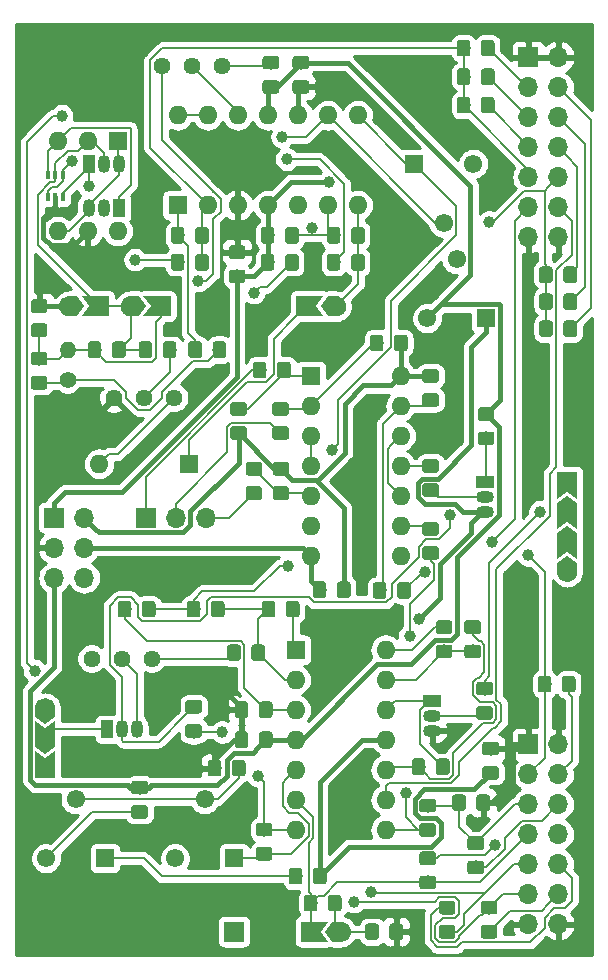
<source format=gbr>
G04 #@! TF.GenerationSoftware,KiCad,Pcbnew,(5.1.2)-2*
G04 #@! TF.CreationDate,2019-08-12T05:37:20+02:00*
G04 #@! TF.ProjectId,vco_mk1,76636f5f-6d6b-4312-9e6b-696361645f70,rev?*
G04 #@! TF.SameCoordinates,Original*
G04 #@! TF.FileFunction,Copper,L1,Top*
G04 #@! TF.FilePolarity,Positive*
%FSLAX46Y46*%
G04 Gerber Fmt 4.6, Leading zero omitted, Abs format (unit mm)*
G04 Created by KiCad (PCBNEW (5.1.2)-2) date 2019-08-12 05:37:20*
%MOMM*%
%LPD*%
G04 APERTURE LIST*
%ADD10O,1.600000X1.600000*%
%ADD11R,1.600000X1.600000*%
%ADD12O,1.050000X1.500000*%
%ADD13R,1.050000X1.500000*%
%ADD14O,1.700000X1.700000*%
%ADD15R,1.700000X1.700000*%
%ADD16C,1.440000*%
%ADD17C,1.550000*%
%ADD18R,1.550000X1.550000*%
%ADD19C,0.100000*%
%ADD20C,1.150000*%
%ADD21C,1.400000*%
%ADD22O,1.400000X1.400000*%
%ADD23O,1.500000X1.050000*%
%ADD24R,1.500000X1.050000*%
%ADD25R,0.400000X0.650000*%
%ADD26C,1.700000*%
%ADD27C,1.000000*%
%ADD28C,0.400000*%
%ADD29C,0.200000*%
%ADD30C,0.254000*%
G04 APERTURE END LIST*
D10*
X169207000Y-78101000D03*
X164127000Y-70481000D03*
X166667000Y-78101000D03*
X166667000Y-70481000D03*
X164127000Y-78101000D03*
D11*
X169207000Y-70481000D03*
D12*
X168064000Y-72449500D03*
X169334000Y-72449500D03*
D13*
X166794000Y-72449500D03*
D12*
X168064000Y-76132500D03*
X166794000Y-76132500D03*
D13*
X169334000Y-76132500D03*
D11*
X174296000Y-75910000D03*
D10*
X189536000Y-68290000D03*
X176836000Y-75910000D03*
X186996000Y-68290000D03*
X179376000Y-75910000D03*
X184456000Y-68290000D03*
X181916000Y-75910000D03*
X181916000Y-68290000D03*
X184456000Y-75910000D03*
X179376000Y-68290000D03*
X186996000Y-75910000D03*
X176836000Y-68290000D03*
X189536000Y-75910000D03*
X174296000Y-68290000D03*
D14*
X206502000Y-136779000D03*
X203962000Y-136779000D03*
X206502000Y-134239000D03*
X203962000Y-134239000D03*
X206502000Y-131699000D03*
X203962000Y-131699000D03*
X206502000Y-129159000D03*
X203962000Y-129159000D03*
X206502000Y-126619000D03*
X203962000Y-126619000D03*
X206502000Y-124079000D03*
X203962000Y-124079000D03*
X206502000Y-121539000D03*
D15*
X203962000Y-121539000D03*
D16*
X167004000Y-114300000D03*
X169544000Y-114300000D03*
X172084000Y-114300000D03*
D11*
X185563000Y-90358000D03*
D10*
X193183000Y-105598000D03*
X185563000Y-92898000D03*
X193183000Y-103058000D03*
X185563000Y-95438000D03*
X193183000Y-100518000D03*
X185563000Y-97978000D03*
X193183000Y-97978000D03*
X185563000Y-100518000D03*
X193183000Y-95438000D03*
X185563000Y-103058000D03*
X193183000Y-92898000D03*
X185563000Y-105598000D03*
X193183000Y-90358000D03*
X191896000Y-113540000D03*
X184276000Y-128780000D03*
X191896000Y-116080000D03*
X184276000Y-126240000D03*
X191896000Y-118620000D03*
X184276000Y-123700000D03*
X191896000Y-121160000D03*
X184276000Y-121160000D03*
X191896000Y-123700000D03*
X184276000Y-118620000D03*
X191896000Y-126240000D03*
X184276000Y-116080000D03*
X191896000Y-128780000D03*
D11*
X184276000Y-113540000D03*
D17*
X195406000Y-85471000D03*
D18*
X200406000Y-85471000D03*
D17*
X197906000Y-80471000D03*
D19*
G36*
X200880505Y-93016204D02*
G01*
X200904773Y-93019804D01*
X200928572Y-93025765D01*
X200951671Y-93034030D01*
X200973850Y-93044520D01*
X200994893Y-93057132D01*
X201014599Y-93071747D01*
X201032777Y-93088223D01*
X201049253Y-93106401D01*
X201063868Y-93126107D01*
X201076480Y-93147150D01*
X201086970Y-93169329D01*
X201095235Y-93192428D01*
X201101196Y-93216227D01*
X201104796Y-93240495D01*
X201106000Y-93264999D01*
X201106000Y-93915001D01*
X201104796Y-93939505D01*
X201101196Y-93963773D01*
X201095235Y-93987572D01*
X201086970Y-94010671D01*
X201076480Y-94032850D01*
X201063868Y-94053893D01*
X201049253Y-94073599D01*
X201032777Y-94091777D01*
X201014599Y-94108253D01*
X200994893Y-94122868D01*
X200973850Y-94135480D01*
X200951671Y-94145970D01*
X200928572Y-94154235D01*
X200904773Y-94160196D01*
X200880505Y-94163796D01*
X200856001Y-94165000D01*
X199955999Y-94165000D01*
X199931495Y-94163796D01*
X199907227Y-94160196D01*
X199883428Y-94154235D01*
X199860329Y-94145970D01*
X199838150Y-94135480D01*
X199817107Y-94122868D01*
X199797401Y-94108253D01*
X199779223Y-94091777D01*
X199762747Y-94073599D01*
X199748132Y-94053893D01*
X199735520Y-94032850D01*
X199725030Y-94010671D01*
X199716765Y-93987572D01*
X199710804Y-93963773D01*
X199707204Y-93939505D01*
X199706000Y-93915001D01*
X199706000Y-93264999D01*
X199707204Y-93240495D01*
X199710804Y-93216227D01*
X199716765Y-93192428D01*
X199725030Y-93169329D01*
X199735520Y-93147150D01*
X199748132Y-93126107D01*
X199762747Y-93106401D01*
X199779223Y-93088223D01*
X199797401Y-93071747D01*
X199817107Y-93057132D01*
X199838150Y-93044520D01*
X199860329Y-93034030D01*
X199883428Y-93025765D01*
X199907227Y-93019804D01*
X199931495Y-93016204D01*
X199955999Y-93015000D01*
X200856001Y-93015000D01*
X200880505Y-93016204D01*
X200880505Y-93016204D01*
G37*
D20*
X200406000Y-93590000D03*
D19*
G36*
X200880505Y-95066204D02*
G01*
X200904773Y-95069804D01*
X200928572Y-95075765D01*
X200951671Y-95084030D01*
X200973850Y-95094520D01*
X200994893Y-95107132D01*
X201014599Y-95121747D01*
X201032777Y-95138223D01*
X201049253Y-95156401D01*
X201063868Y-95176107D01*
X201076480Y-95197150D01*
X201086970Y-95219329D01*
X201095235Y-95242428D01*
X201101196Y-95266227D01*
X201104796Y-95290495D01*
X201106000Y-95314999D01*
X201106000Y-95965001D01*
X201104796Y-95989505D01*
X201101196Y-96013773D01*
X201095235Y-96037572D01*
X201086970Y-96060671D01*
X201076480Y-96082850D01*
X201063868Y-96103893D01*
X201049253Y-96123599D01*
X201032777Y-96141777D01*
X201014599Y-96158253D01*
X200994893Y-96172868D01*
X200973850Y-96185480D01*
X200951671Y-96195970D01*
X200928572Y-96204235D01*
X200904773Y-96210196D01*
X200880505Y-96213796D01*
X200856001Y-96215000D01*
X199955999Y-96215000D01*
X199931495Y-96213796D01*
X199907227Y-96210196D01*
X199883428Y-96204235D01*
X199860329Y-96195970D01*
X199838150Y-96185480D01*
X199817107Y-96172868D01*
X199797401Y-96158253D01*
X199779223Y-96141777D01*
X199762747Y-96123599D01*
X199748132Y-96103893D01*
X199735520Y-96082850D01*
X199725030Y-96060671D01*
X199716765Y-96037572D01*
X199710804Y-96013773D01*
X199707204Y-95989505D01*
X199706000Y-95965001D01*
X199706000Y-95314999D01*
X199707204Y-95290495D01*
X199710804Y-95266227D01*
X199716765Y-95242428D01*
X199725030Y-95219329D01*
X199735520Y-95197150D01*
X199748132Y-95176107D01*
X199762747Y-95156401D01*
X199779223Y-95138223D01*
X199797401Y-95121747D01*
X199817107Y-95107132D01*
X199838150Y-95094520D01*
X199860329Y-95084030D01*
X199883428Y-95075765D01*
X199907227Y-95069804D01*
X199931495Y-95066204D01*
X199955999Y-95065000D01*
X200856001Y-95065000D01*
X200880505Y-95066204D01*
X200880505Y-95066204D01*
G37*
D20*
X200406000Y-95640000D03*
D19*
G36*
X196181505Y-99445204D02*
G01*
X196205773Y-99448804D01*
X196229572Y-99454765D01*
X196252671Y-99463030D01*
X196274850Y-99473520D01*
X196295893Y-99486132D01*
X196315599Y-99500747D01*
X196333777Y-99517223D01*
X196350253Y-99535401D01*
X196364868Y-99555107D01*
X196377480Y-99576150D01*
X196387970Y-99598329D01*
X196396235Y-99621428D01*
X196402196Y-99645227D01*
X196405796Y-99669495D01*
X196407000Y-99693999D01*
X196407000Y-100344001D01*
X196405796Y-100368505D01*
X196402196Y-100392773D01*
X196396235Y-100416572D01*
X196387970Y-100439671D01*
X196377480Y-100461850D01*
X196364868Y-100482893D01*
X196350253Y-100502599D01*
X196333777Y-100520777D01*
X196315599Y-100537253D01*
X196295893Y-100551868D01*
X196274850Y-100564480D01*
X196252671Y-100574970D01*
X196229572Y-100583235D01*
X196205773Y-100589196D01*
X196181505Y-100592796D01*
X196157001Y-100594000D01*
X195256999Y-100594000D01*
X195232495Y-100592796D01*
X195208227Y-100589196D01*
X195184428Y-100583235D01*
X195161329Y-100574970D01*
X195139150Y-100564480D01*
X195118107Y-100551868D01*
X195098401Y-100537253D01*
X195080223Y-100520777D01*
X195063747Y-100502599D01*
X195049132Y-100482893D01*
X195036520Y-100461850D01*
X195026030Y-100439671D01*
X195017765Y-100416572D01*
X195011804Y-100392773D01*
X195008204Y-100368505D01*
X195007000Y-100344001D01*
X195007000Y-99693999D01*
X195008204Y-99669495D01*
X195011804Y-99645227D01*
X195017765Y-99621428D01*
X195026030Y-99598329D01*
X195036520Y-99576150D01*
X195049132Y-99555107D01*
X195063747Y-99535401D01*
X195080223Y-99517223D01*
X195098401Y-99500747D01*
X195118107Y-99486132D01*
X195139150Y-99473520D01*
X195161329Y-99463030D01*
X195184428Y-99454765D01*
X195208227Y-99448804D01*
X195232495Y-99445204D01*
X195256999Y-99444000D01*
X196157001Y-99444000D01*
X196181505Y-99445204D01*
X196181505Y-99445204D01*
G37*
D20*
X195707000Y-100019000D03*
D19*
G36*
X196181505Y-97395204D02*
G01*
X196205773Y-97398804D01*
X196229572Y-97404765D01*
X196252671Y-97413030D01*
X196274850Y-97423520D01*
X196295893Y-97436132D01*
X196315599Y-97450747D01*
X196333777Y-97467223D01*
X196350253Y-97485401D01*
X196364868Y-97505107D01*
X196377480Y-97526150D01*
X196387970Y-97548329D01*
X196396235Y-97571428D01*
X196402196Y-97595227D01*
X196405796Y-97619495D01*
X196407000Y-97643999D01*
X196407000Y-98294001D01*
X196405796Y-98318505D01*
X196402196Y-98342773D01*
X196396235Y-98366572D01*
X196387970Y-98389671D01*
X196377480Y-98411850D01*
X196364868Y-98432893D01*
X196350253Y-98452599D01*
X196333777Y-98470777D01*
X196315599Y-98487253D01*
X196295893Y-98501868D01*
X196274850Y-98514480D01*
X196252671Y-98524970D01*
X196229572Y-98533235D01*
X196205773Y-98539196D01*
X196181505Y-98542796D01*
X196157001Y-98544000D01*
X195256999Y-98544000D01*
X195232495Y-98542796D01*
X195208227Y-98539196D01*
X195184428Y-98533235D01*
X195161329Y-98524970D01*
X195139150Y-98514480D01*
X195118107Y-98501868D01*
X195098401Y-98487253D01*
X195080223Y-98470777D01*
X195063747Y-98452599D01*
X195049132Y-98432893D01*
X195036520Y-98411850D01*
X195026030Y-98389671D01*
X195017765Y-98366572D01*
X195011804Y-98342773D01*
X195008204Y-98318505D01*
X195007000Y-98294001D01*
X195007000Y-97643999D01*
X195008204Y-97619495D01*
X195011804Y-97595227D01*
X195017765Y-97571428D01*
X195026030Y-97548329D01*
X195036520Y-97526150D01*
X195049132Y-97505107D01*
X195063747Y-97485401D01*
X195080223Y-97467223D01*
X195098401Y-97450747D01*
X195118107Y-97436132D01*
X195139150Y-97423520D01*
X195161329Y-97413030D01*
X195184428Y-97404765D01*
X195208227Y-97398804D01*
X195232495Y-97395204D01*
X195256999Y-97394000D01*
X196157001Y-97394000D01*
X196181505Y-97395204D01*
X196181505Y-97395204D01*
G37*
D20*
X195707000Y-97969000D03*
D19*
G36*
X193795505Y-107820204D02*
G01*
X193819773Y-107823804D01*
X193843572Y-107829765D01*
X193866671Y-107838030D01*
X193888850Y-107848520D01*
X193909893Y-107861132D01*
X193929599Y-107875747D01*
X193947777Y-107892223D01*
X193964253Y-107910401D01*
X193978868Y-107930107D01*
X193991480Y-107951150D01*
X194001970Y-107973329D01*
X194010235Y-107996428D01*
X194016196Y-108020227D01*
X194019796Y-108044495D01*
X194021000Y-108068999D01*
X194021000Y-108969001D01*
X194019796Y-108993505D01*
X194016196Y-109017773D01*
X194010235Y-109041572D01*
X194001970Y-109064671D01*
X193991480Y-109086850D01*
X193978868Y-109107893D01*
X193964253Y-109127599D01*
X193947777Y-109145777D01*
X193929599Y-109162253D01*
X193909893Y-109176868D01*
X193888850Y-109189480D01*
X193866671Y-109199970D01*
X193843572Y-109208235D01*
X193819773Y-109214196D01*
X193795505Y-109217796D01*
X193771001Y-109219000D01*
X193120999Y-109219000D01*
X193096495Y-109217796D01*
X193072227Y-109214196D01*
X193048428Y-109208235D01*
X193025329Y-109199970D01*
X193003150Y-109189480D01*
X192982107Y-109176868D01*
X192962401Y-109162253D01*
X192944223Y-109145777D01*
X192927747Y-109127599D01*
X192913132Y-109107893D01*
X192900520Y-109086850D01*
X192890030Y-109064671D01*
X192881765Y-109041572D01*
X192875804Y-109017773D01*
X192872204Y-108993505D01*
X192871000Y-108969001D01*
X192871000Y-108068999D01*
X192872204Y-108044495D01*
X192875804Y-108020227D01*
X192881765Y-107996428D01*
X192890030Y-107973329D01*
X192900520Y-107951150D01*
X192913132Y-107930107D01*
X192927747Y-107910401D01*
X192944223Y-107892223D01*
X192962401Y-107875747D01*
X192982107Y-107861132D01*
X193003150Y-107848520D01*
X193025329Y-107838030D01*
X193048428Y-107829765D01*
X193072227Y-107823804D01*
X193096495Y-107820204D01*
X193120999Y-107819000D01*
X193771001Y-107819000D01*
X193795505Y-107820204D01*
X193795505Y-107820204D01*
G37*
D20*
X193446000Y-108519000D03*
D19*
G36*
X191745505Y-107820204D02*
G01*
X191769773Y-107823804D01*
X191793572Y-107829765D01*
X191816671Y-107838030D01*
X191838850Y-107848520D01*
X191859893Y-107861132D01*
X191879599Y-107875747D01*
X191897777Y-107892223D01*
X191914253Y-107910401D01*
X191928868Y-107930107D01*
X191941480Y-107951150D01*
X191951970Y-107973329D01*
X191960235Y-107996428D01*
X191966196Y-108020227D01*
X191969796Y-108044495D01*
X191971000Y-108068999D01*
X191971000Y-108969001D01*
X191969796Y-108993505D01*
X191966196Y-109017773D01*
X191960235Y-109041572D01*
X191951970Y-109064671D01*
X191941480Y-109086850D01*
X191928868Y-109107893D01*
X191914253Y-109127599D01*
X191897777Y-109145777D01*
X191879599Y-109162253D01*
X191859893Y-109176868D01*
X191838850Y-109189480D01*
X191816671Y-109199970D01*
X191793572Y-109208235D01*
X191769773Y-109214196D01*
X191745505Y-109217796D01*
X191721001Y-109219000D01*
X191070999Y-109219000D01*
X191046495Y-109217796D01*
X191022227Y-109214196D01*
X190998428Y-109208235D01*
X190975329Y-109199970D01*
X190953150Y-109189480D01*
X190932107Y-109176868D01*
X190912401Y-109162253D01*
X190894223Y-109145777D01*
X190877747Y-109127599D01*
X190863132Y-109107893D01*
X190850520Y-109086850D01*
X190840030Y-109064671D01*
X190831765Y-109041572D01*
X190825804Y-109017773D01*
X190822204Y-108993505D01*
X190821000Y-108969001D01*
X190821000Y-108068999D01*
X190822204Y-108044495D01*
X190825804Y-108020227D01*
X190831765Y-107996428D01*
X190840030Y-107973329D01*
X190850520Y-107951150D01*
X190863132Y-107930107D01*
X190877747Y-107910401D01*
X190894223Y-107892223D01*
X190912401Y-107875747D01*
X190932107Y-107861132D01*
X190953150Y-107848520D01*
X190975329Y-107838030D01*
X190998428Y-107829765D01*
X191022227Y-107823804D01*
X191046495Y-107820204D01*
X191070999Y-107819000D01*
X191721001Y-107819000D01*
X191745505Y-107820204D01*
X191745505Y-107820204D01*
G37*
D20*
X191396000Y-108519000D03*
D19*
G36*
X196181505Y-102729204D02*
G01*
X196205773Y-102732804D01*
X196229572Y-102738765D01*
X196252671Y-102747030D01*
X196274850Y-102757520D01*
X196295893Y-102770132D01*
X196315599Y-102784747D01*
X196333777Y-102801223D01*
X196350253Y-102819401D01*
X196364868Y-102839107D01*
X196377480Y-102860150D01*
X196387970Y-102882329D01*
X196396235Y-102905428D01*
X196402196Y-102929227D01*
X196405796Y-102953495D01*
X196407000Y-102977999D01*
X196407000Y-103628001D01*
X196405796Y-103652505D01*
X196402196Y-103676773D01*
X196396235Y-103700572D01*
X196387970Y-103723671D01*
X196377480Y-103745850D01*
X196364868Y-103766893D01*
X196350253Y-103786599D01*
X196333777Y-103804777D01*
X196315599Y-103821253D01*
X196295893Y-103835868D01*
X196274850Y-103848480D01*
X196252671Y-103858970D01*
X196229572Y-103867235D01*
X196205773Y-103873196D01*
X196181505Y-103876796D01*
X196157001Y-103878000D01*
X195256999Y-103878000D01*
X195232495Y-103876796D01*
X195208227Y-103873196D01*
X195184428Y-103867235D01*
X195161329Y-103858970D01*
X195139150Y-103848480D01*
X195118107Y-103835868D01*
X195098401Y-103821253D01*
X195080223Y-103804777D01*
X195063747Y-103786599D01*
X195049132Y-103766893D01*
X195036520Y-103745850D01*
X195026030Y-103723671D01*
X195017765Y-103700572D01*
X195011804Y-103676773D01*
X195008204Y-103652505D01*
X195007000Y-103628001D01*
X195007000Y-102977999D01*
X195008204Y-102953495D01*
X195011804Y-102929227D01*
X195017765Y-102905428D01*
X195026030Y-102882329D01*
X195036520Y-102860150D01*
X195049132Y-102839107D01*
X195063747Y-102819401D01*
X195080223Y-102801223D01*
X195098401Y-102784747D01*
X195118107Y-102770132D01*
X195139150Y-102757520D01*
X195161329Y-102747030D01*
X195184428Y-102738765D01*
X195208227Y-102732804D01*
X195232495Y-102729204D01*
X195256999Y-102728000D01*
X196157001Y-102728000D01*
X196181505Y-102729204D01*
X196181505Y-102729204D01*
G37*
D20*
X195707000Y-103303000D03*
D19*
G36*
X196181505Y-104779204D02*
G01*
X196205773Y-104782804D01*
X196229572Y-104788765D01*
X196252671Y-104797030D01*
X196274850Y-104807520D01*
X196295893Y-104820132D01*
X196315599Y-104834747D01*
X196333777Y-104851223D01*
X196350253Y-104869401D01*
X196364868Y-104889107D01*
X196377480Y-104910150D01*
X196387970Y-104932329D01*
X196396235Y-104955428D01*
X196402196Y-104979227D01*
X196405796Y-105003495D01*
X196407000Y-105027999D01*
X196407000Y-105678001D01*
X196405796Y-105702505D01*
X196402196Y-105726773D01*
X196396235Y-105750572D01*
X196387970Y-105773671D01*
X196377480Y-105795850D01*
X196364868Y-105816893D01*
X196350253Y-105836599D01*
X196333777Y-105854777D01*
X196315599Y-105871253D01*
X196295893Y-105885868D01*
X196274850Y-105898480D01*
X196252671Y-105908970D01*
X196229572Y-105917235D01*
X196205773Y-105923196D01*
X196181505Y-105926796D01*
X196157001Y-105928000D01*
X195256999Y-105928000D01*
X195232495Y-105926796D01*
X195208227Y-105923196D01*
X195184428Y-105917235D01*
X195161329Y-105908970D01*
X195139150Y-105898480D01*
X195118107Y-105885868D01*
X195098401Y-105871253D01*
X195080223Y-105854777D01*
X195063747Y-105836599D01*
X195049132Y-105816893D01*
X195036520Y-105795850D01*
X195026030Y-105773671D01*
X195017765Y-105750572D01*
X195011804Y-105726773D01*
X195008204Y-105702505D01*
X195007000Y-105678001D01*
X195007000Y-105027999D01*
X195008204Y-105003495D01*
X195011804Y-104979227D01*
X195017765Y-104955428D01*
X195026030Y-104932329D01*
X195036520Y-104910150D01*
X195049132Y-104889107D01*
X195063747Y-104869401D01*
X195080223Y-104851223D01*
X195098401Y-104834747D01*
X195118107Y-104820132D01*
X195139150Y-104807520D01*
X195161329Y-104797030D01*
X195184428Y-104788765D01*
X195208227Y-104782804D01*
X195232495Y-104779204D01*
X195256999Y-104778000D01*
X196157001Y-104778000D01*
X196181505Y-104779204D01*
X196181505Y-104779204D01*
G37*
D20*
X195707000Y-105353000D03*
D19*
G36*
X196181505Y-91825204D02*
G01*
X196205773Y-91828804D01*
X196229572Y-91834765D01*
X196252671Y-91843030D01*
X196274850Y-91853520D01*
X196295893Y-91866132D01*
X196315599Y-91880747D01*
X196333777Y-91897223D01*
X196350253Y-91915401D01*
X196364868Y-91935107D01*
X196377480Y-91956150D01*
X196387970Y-91978329D01*
X196396235Y-92001428D01*
X196402196Y-92025227D01*
X196405796Y-92049495D01*
X196407000Y-92073999D01*
X196407000Y-92724001D01*
X196405796Y-92748505D01*
X196402196Y-92772773D01*
X196396235Y-92796572D01*
X196387970Y-92819671D01*
X196377480Y-92841850D01*
X196364868Y-92862893D01*
X196350253Y-92882599D01*
X196333777Y-92900777D01*
X196315599Y-92917253D01*
X196295893Y-92931868D01*
X196274850Y-92944480D01*
X196252671Y-92954970D01*
X196229572Y-92963235D01*
X196205773Y-92969196D01*
X196181505Y-92972796D01*
X196157001Y-92974000D01*
X195256999Y-92974000D01*
X195232495Y-92972796D01*
X195208227Y-92969196D01*
X195184428Y-92963235D01*
X195161329Y-92954970D01*
X195139150Y-92944480D01*
X195118107Y-92931868D01*
X195098401Y-92917253D01*
X195080223Y-92900777D01*
X195063747Y-92882599D01*
X195049132Y-92862893D01*
X195036520Y-92841850D01*
X195026030Y-92819671D01*
X195017765Y-92796572D01*
X195011804Y-92772773D01*
X195008204Y-92748505D01*
X195007000Y-92724001D01*
X195007000Y-92073999D01*
X195008204Y-92049495D01*
X195011804Y-92025227D01*
X195017765Y-92001428D01*
X195026030Y-91978329D01*
X195036520Y-91956150D01*
X195049132Y-91935107D01*
X195063747Y-91915401D01*
X195080223Y-91897223D01*
X195098401Y-91880747D01*
X195118107Y-91866132D01*
X195139150Y-91853520D01*
X195161329Y-91843030D01*
X195184428Y-91834765D01*
X195208227Y-91828804D01*
X195232495Y-91825204D01*
X195256999Y-91824000D01*
X196157001Y-91824000D01*
X196181505Y-91825204D01*
X196181505Y-91825204D01*
G37*
D20*
X195707000Y-92399000D03*
D19*
G36*
X196181505Y-89775204D02*
G01*
X196205773Y-89778804D01*
X196229572Y-89784765D01*
X196252671Y-89793030D01*
X196274850Y-89803520D01*
X196295893Y-89816132D01*
X196315599Y-89830747D01*
X196333777Y-89847223D01*
X196350253Y-89865401D01*
X196364868Y-89885107D01*
X196377480Y-89906150D01*
X196387970Y-89928329D01*
X196396235Y-89951428D01*
X196402196Y-89975227D01*
X196405796Y-89999495D01*
X196407000Y-90023999D01*
X196407000Y-90674001D01*
X196405796Y-90698505D01*
X196402196Y-90722773D01*
X196396235Y-90746572D01*
X196387970Y-90769671D01*
X196377480Y-90791850D01*
X196364868Y-90812893D01*
X196350253Y-90832599D01*
X196333777Y-90850777D01*
X196315599Y-90867253D01*
X196295893Y-90881868D01*
X196274850Y-90894480D01*
X196252671Y-90904970D01*
X196229572Y-90913235D01*
X196205773Y-90919196D01*
X196181505Y-90922796D01*
X196157001Y-90924000D01*
X195256999Y-90924000D01*
X195232495Y-90922796D01*
X195208227Y-90919196D01*
X195184428Y-90913235D01*
X195161329Y-90904970D01*
X195139150Y-90894480D01*
X195118107Y-90881868D01*
X195098401Y-90867253D01*
X195080223Y-90850777D01*
X195063747Y-90832599D01*
X195049132Y-90812893D01*
X195036520Y-90791850D01*
X195026030Y-90769671D01*
X195017765Y-90746572D01*
X195011804Y-90722773D01*
X195008204Y-90698505D01*
X195007000Y-90674001D01*
X195007000Y-90023999D01*
X195008204Y-89999495D01*
X195011804Y-89975227D01*
X195017765Y-89951428D01*
X195026030Y-89928329D01*
X195036520Y-89906150D01*
X195049132Y-89885107D01*
X195063747Y-89865401D01*
X195080223Y-89847223D01*
X195098401Y-89830747D01*
X195118107Y-89816132D01*
X195139150Y-89803520D01*
X195161329Y-89793030D01*
X195184428Y-89784765D01*
X195208227Y-89778804D01*
X195232495Y-89775204D01*
X195256999Y-89774000D01*
X196157001Y-89774000D01*
X196181505Y-89775204D01*
X196181505Y-89775204D01*
G37*
D20*
X195707000Y-90349000D03*
D19*
G36*
X183497505Y-99699204D02*
G01*
X183521773Y-99702804D01*
X183545572Y-99708765D01*
X183568671Y-99717030D01*
X183590850Y-99727520D01*
X183611893Y-99740132D01*
X183631599Y-99754747D01*
X183649777Y-99771223D01*
X183666253Y-99789401D01*
X183680868Y-99809107D01*
X183693480Y-99830150D01*
X183703970Y-99852329D01*
X183712235Y-99875428D01*
X183718196Y-99899227D01*
X183721796Y-99923495D01*
X183723000Y-99947999D01*
X183723000Y-100598001D01*
X183721796Y-100622505D01*
X183718196Y-100646773D01*
X183712235Y-100670572D01*
X183703970Y-100693671D01*
X183693480Y-100715850D01*
X183680868Y-100736893D01*
X183666253Y-100756599D01*
X183649777Y-100774777D01*
X183631599Y-100791253D01*
X183611893Y-100805868D01*
X183590850Y-100818480D01*
X183568671Y-100828970D01*
X183545572Y-100837235D01*
X183521773Y-100843196D01*
X183497505Y-100846796D01*
X183473001Y-100848000D01*
X182572999Y-100848000D01*
X182548495Y-100846796D01*
X182524227Y-100843196D01*
X182500428Y-100837235D01*
X182477329Y-100828970D01*
X182455150Y-100818480D01*
X182434107Y-100805868D01*
X182414401Y-100791253D01*
X182396223Y-100774777D01*
X182379747Y-100756599D01*
X182365132Y-100736893D01*
X182352520Y-100715850D01*
X182342030Y-100693671D01*
X182333765Y-100670572D01*
X182327804Y-100646773D01*
X182324204Y-100622505D01*
X182323000Y-100598001D01*
X182323000Y-99947999D01*
X182324204Y-99923495D01*
X182327804Y-99899227D01*
X182333765Y-99875428D01*
X182342030Y-99852329D01*
X182352520Y-99830150D01*
X182365132Y-99809107D01*
X182379747Y-99789401D01*
X182396223Y-99771223D01*
X182414401Y-99754747D01*
X182434107Y-99740132D01*
X182455150Y-99727520D01*
X182477329Y-99717030D01*
X182500428Y-99708765D01*
X182524227Y-99702804D01*
X182548495Y-99699204D01*
X182572999Y-99698000D01*
X183473001Y-99698000D01*
X183497505Y-99699204D01*
X183497505Y-99699204D01*
G37*
D20*
X183023000Y-100273000D03*
D19*
G36*
X183497505Y-97649204D02*
G01*
X183521773Y-97652804D01*
X183545572Y-97658765D01*
X183568671Y-97667030D01*
X183590850Y-97677520D01*
X183611893Y-97690132D01*
X183631599Y-97704747D01*
X183649777Y-97721223D01*
X183666253Y-97739401D01*
X183680868Y-97759107D01*
X183693480Y-97780150D01*
X183703970Y-97802329D01*
X183712235Y-97825428D01*
X183718196Y-97849227D01*
X183721796Y-97873495D01*
X183723000Y-97897999D01*
X183723000Y-98548001D01*
X183721796Y-98572505D01*
X183718196Y-98596773D01*
X183712235Y-98620572D01*
X183703970Y-98643671D01*
X183693480Y-98665850D01*
X183680868Y-98686893D01*
X183666253Y-98706599D01*
X183649777Y-98724777D01*
X183631599Y-98741253D01*
X183611893Y-98755868D01*
X183590850Y-98768480D01*
X183568671Y-98778970D01*
X183545572Y-98787235D01*
X183521773Y-98793196D01*
X183497505Y-98796796D01*
X183473001Y-98798000D01*
X182572999Y-98798000D01*
X182548495Y-98796796D01*
X182524227Y-98793196D01*
X182500428Y-98787235D01*
X182477329Y-98778970D01*
X182455150Y-98768480D01*
X182434107Y-98755868D01*
X182414401Y-98741253D01*
X182396223Y-98724777D01*
X182379747Y-98706599D01*
X182365132Y-98686893D01*
X182352520Y-98665850D01*
X182342030Y-98643671D01*
X182333765Y-98620572D01*
X182327804Y-98596773D01*
X182324204Y-98572505D01*
X182323000Y-98548001D01*
X182323000Y-97897999D01*
X182324204Y-97873495D01*
X182327804Y-97849227D01*
X182333765Y-97825428D01*
X182342030Y-97802329D01*
X182352520Y-97780150D01*
X182365132Y-97759107D01*
X182379747Y-97739401D01*
X182396223Y-97721223D01*
X182414401Y-97704747D01*
X182434107Y-97690132D01*
X182455150Y-97677520D01*
X182477329Y-97667030D01*
X182500428Y-97658765D01*
X182524227Y-97652804D01*
X182548495Y-97649204D01*
X182572999Y-97648000D01*
X183473001Y-97648000D01*
X183497505Y-97649204D01*
X183497505Y-97649204D01*
G37*
D20*
X183023000Y-98223000D03*
D19*
G36*
X193541505Y-86865204D02*
G01*
X193565773Y-86868804D01*
X193589572Y-86874765D01*
X193612671Y-86883030D01*
X193634850Y-86893520D01*
X193655893Y-86906132D01*
X193675599Y-86920747D01*
X193693777Y-86937223D01*
X193710253Y-86955401D01*
X193724868Y-86975107D01*
X193737480Y-86996150D01*
X193747970Y-87018329D01*
X193756235Y-87041428D01*
X193762196Y-87065227D01*
X193765796Y-87089495D01*
X193767000Y-87113999D01*
X193767000Y-88014001D01*
X193765796Y-88038505D01*
X193762196Y-88062773D01*
X193756235Y-88086572D01*
X193747970Y-88109671D01*
X193737480Y-88131850D01*
X193724868Y-88152893D01*
X193710253Y-88172599D01*
X193693777Y-88190777D01*
X193675599Y-88207253D01*
X193655893Y-88221868D01*
X193634850Y-88234480D01*
X193612671Y-88244970D01*
X193589572Y-88253235D01*
X193565773Y-88259196D01*
X193541505Y-88262796D01*
X193517001Y-88264000D01*
X192866999Y-88264000D01*
X192842495Y-88262796D01*
X192818227Y-88259196D01*
X192794428Y-88253235D01*
X192771329Y-88244970D01*
X192749150Y-88234480D01*
X192728107Y-88221868D01*
X192708401Y-88207253D01*
X192690223Y-88190777D01*
X192673747Y-88172599D01*
X192659132Y-88152893D01*
X192646520Y-88131850D01*
X192636030Y-88109671D01*
X192627765Y-88086572D01*
X192621804Y-88062773D01*
X192618204Y-88038505D01*
X192617000Y-88014001D01*
X192617000Y-87113999D01*
X192618204Y-87089495D01*
X192621804Y-87065227D01*
X192627765Y-87041428D01*
X192636030Y-87018329D01*
X192646520Y-86996150D01*
X192659132Y-86975107D01*
X192673747Y-86955401D01*
X192690223Y-86937223D01*
X192708401Y-86920747D01*
X192728107Y-86906132D01*
X192749150Y-86893520D01*
X192771329Y-86883030D01*
X192794428Y-86874765D01*
X192818227Y-86868804D01*
X192842495Y-86865204D01*
X192866999Y-86864000D01*
X193517001Y-86864000D01*
X193541505Y-86865204D01*
X193541505Y-86865204D01*
G37*
D20*
X193192000Y-87564000D03*
D19*
G36*
X191491505Y-86865204D02*
G01*
X191515773Y-86868804D01*
X191539572Y-86874765D01*
X191562671Y-86883030D01*
X191584850Y-86893520D01*
X191605893Y-86906132D01*
X191625599Y-86920747D01*
X191643777Y-86937223D01*
X191660253Y-86955401D01*
X191674868Y-86975107D01*
X191687480Y-86996150D01*
X191697970Y-87018329D01*
X191706235Y-87041428D01*
X191712196Y-87065227D01*
X191715796Y-87089495D01*
X191717000Y-87113999D01*
X191717000Y-88014001D01*
X191715796Y-88038505D01*
X191712196Y-88062773D01*
X191706235Y-88086572D01*
X191697970Y-88109671D01*
X191687480Y-88131850D01*
X191674868Y-88152893D01*
X191660253Y-88172599D01*
X191643777Y-88190777D01*
X191625599Y-88207253D01*
X191605893Y-88221868D01*
X191584850Y-88234480D01*
X191562671Y-88244970D01*
X191539572Y-88253235D01*
X191515773Y-88259196D01*
X191491505Y-88262796D01*
X191467001Y-88264000D01*
X190816999Y-88264000D01*
X190792495Y-88262796D01*
X190768227Y-88259196D01*
X190744428Y-88253235D01*
X190721329Y-88244970D01*
X190699150Y-88234480D01*
X190678107Y-88221868D01*
X190658401Y-88207253D01*
X190640223Y-88190777D01*
X190623747Y-88172599D01*
X190609132Y-88152893D01*
X190596520Y-88131850D01*
X190586030Y-88109671D01*
X190577765Y-88086572D01*
X190571804Y-88062773D01*
X190568204Y-88038505D01*
X190567000Y-88014001D01*
X190567000Y-87113999D01*
X190568204Y-87089495D01*
X190571804Y-87065227D01*
X190577765Y-87041428D01*
X190586030Y-87018329D01*
X190596520Y-86996150D01*
X190609132Y-86975107D01*
X190623747Y-86955401D01*
X190640223Y-86937223D01*
X190658401Y-86920747D01*
X190678107Y-86906132D01*
X190699150Y-86893520D01*
X190721329Y-86883030D01*
X190744428Y-86874765D01*
X190768227Y-86868804D01*
X190792495Y-86865204D01*
X190816999Y-86864000D01*
X191467001Y-86864000D01*
X191491505Y-86865204D01*
X191491505Y-86865204D01*
G37*
D20*
X191142000Y-87564000D03*
D19*
G36*
X179925505Y-92569204D02*
G01*
X179949773Y-92572804D01*
X179973572Y-92578765D01*
X179996671Y-92587030D01*
X180018850Y-92597520D01*
X180039893Y-92610132D01*
X180059599Y-92624747D01*
X180077777Y-92641223D01*
X180094253Y-92659401D01*
X180108868Y-92679107D01*
X180121480Y-92700150D01*
X180131970Y-92722329D01*
X180140235Y-92745428D01*
X180146196Y-92769227D01*
X180149796Y-92793495D01*
X180151000Y-92817999D01*
X180151000Y-93468001D01*
X180149796Y-93492505D01*
X180146196Y-93516773D01*
X180140235Y-93540572D01*
X180131970Y-93563671D01*
X180121480Y-93585850D01*
X180108868Y-93606893D01*
X180094253Y-93626599D01*
X180077777Y-93644777D01*
X180059599Y-93661253D01*
X180039893Y-93675868D01*
X180018850Y-93688480D01*
X179996671Y-93698970D01*
X179973572Y-93707235D01*
X179949773Y-93713196D01*
X179925505Y-93716796D01*
X179901001Y-93718000D01*
X179000999Y-93718000D01*
X178976495Y-93716796D01*
X178952227Y-93713196D01*
X178928428Y-93707235D01*
X178905329Y-93698970D01*
X178883150Y-93688480D01*
X178862107Y-93675868D01*
X178842401Y-93661253D01*
X178824223Y-93644777D01*
X178807747Y-93626599D01*
X178793132Y-93606893D01*
X178780520Y-93585850D01*
X178770030Y-93563671D01*
X178761765Y-93540572D01*
X178755804Y-93516773D01*
X178752204Y-93492505D01*
X178751000Y-93468001D01*
X178751000Y-92817999D01*
X178752204Y-92793495D01*
X178755804Y-92769227D01*
X178761765Y-92745428D01*
X178770030Y-92722329D01*
X178780520Y-92700150D01*
X178793132Y-92679107D01*
X178807747Y-92659401D01*
X178824223Y-92641223D01*
X178842401Y-92624747D01*
X178862107Y-92610132D01*
X178883150Y-92597520D01*
X178905329Y-92587030D01*
X178928428Y-92578765D01*
X178952227Y-92572804D01*
X178976495Y-92569204D01*
X179000999Y-92568000D01*
X179901001Y-92568000D01*
X179925505Y-92569204D01*
X179925505Y-92569204D01*
G37*
D20*
X179451000Y-93143000D03*
D19*
G36*
X179925505Y-94619204D02*
G01*
X179949773Y-94622804D01*
X179973572Y-94628765D01*
X179996671Y-94637030D01*
X180018850Y-94647520D01*
X180039893Y-94660132D01*
X180059599Y-94674747D01*
X180077777Y-94691223D01*
X180094253Y-94709401D01*
X180108868Y-94729107D01*
X180121480Y-94750150D01*
X180131970Y-94772329D01*
X180140235Y-94795428D01*
X180146196Y-94819227D01*
X180149796Y-94843495D01*
X180151000Y-94867999D01*
X180151000Y-95518001D01*
X180149796Y-95542505D01*
X180146196Y-95566773D01*
X180140235Y-95590572D01*
X180131970Y-95613671D01*
X180121480Y-95635850D01*
X180108868Y-95656893D01*
X180094253Y-95676599D01*
X180077777Y-95694777D01*
X180059599Y-95711253D01*
X180039893Y-95725868D01*
X180018850Y-95738480D01*
X179996671Y-95748970D01*
X179973572Y-95757235D01*
X179949773Y-95763196D01*
X179925505Y-95766796D01*
X179901001Y-95768000D01*
X179000999Y-95768000D01*
X178976495Y-95766796D01*
X178952227Y-95763196D01*
X178928428Y-95757235D01*
X178905329Y-95748970D01*
X178883150Y-95738480D01*
X178862107Y-95725868D01*
X178842401Y-95711253D01*
X178824223Y-95694777D01*
X178807747Y-95676599D01*
X178793132Y-95656893D01*
X178780520Y-95635850D01*
X178770030Y-95613671D01*
X178761765Y-95590572D01*
X178755804Y-95566773D01*
X178752204Y-95542505D01*
X178751000Y-95518001D01*
X178751000Y-94867999D01*
X178752204Y-94843495D01*
X178755804Y-94819227D01*
X178761765Y-94795428D01*
X178770030Y-94772329D01*
X178780520Y-94750150D01*
X178793132Y-94729107D01*
X178807747Y-94709401D01*
X178824223Y-94691223D01*
X178842401Y-94674747D01*
X178862107Y-94660132D01*
X178883150Y-94647520D01*
X178905329Y-94637030D01*
X178928428Y-94628765D01*
X178952227Y-94622804D01*
X178976495Y-94619204D01*
X179000999Y-94618000D01*
X179901001Y-94618000D01*
X179925505Y-94619204D01*
X179925505Y-94619204D01*
G37*
D20*
X179451000Y-95193000D03*
D19*
G36*
X181211505Y-97649204D02*
G01*
X181235773Y-97652804D01*
X181259572Y-97658765D01*
X181282671Y-97667030D01*
X181304850Y-97677520D01*
X181325893Y-97690132D01*
X181345599Y-97704747D01*
X181363777Y-97721223D01*
X181380253Y-97739401D01*
X181394868Y-97759107D01*
X181407480Y-97780150D01*
X181417970Y-97802329D01*
X181426235Y-97825428D01*
X181432196Y-97849227D01*
X181435796Y-97873495D01*
X181437000Y-97897999D01*
X181437000Y-98548001D01*
X181435796Y-98572505D01*
X181432196Y-98596773D01*
X181426235Y-98620572D01*
X181417970Y-98643671D01*
X181407480Y-98665850D01*
X181394868Y-98686893D01*
X181380253Y-98706599D01*
X181363777Y-98724777D01*
X181345599Y-98741253D01*
X181325893Y-98755868D01*
X181304850Y-98768480D01*
X181282671Y-98778970D01*
X181259572Y-98787235D01*
X181235773Y-98793196D01*
X181211505Y-98796796D01*
X181187001Y-98798000D01*
X180286999Y-98798000D01*
X180262495Y-98796796D01*
X180238227Y-98793196D01*
X180214428Y-98787235D01*
X180191329Y-98778970D01*
X180169150Y-98768480D01*
X180148107Y-98755868D01*
X180128401Y-98741253D01*
X180110223Y-98724777D01*
X180093747Y-98706599D01*
X180079132Y-98686893D01*
X180066520Y-98665850D01*
X180056030Y-98643671D01*
X180047765Y-98620572D01*
X180041804Y-98596773D01*
X180038204Y-98572505D01*
X180037000Y-98548001D01*
X180037000Y-97897999D01*
X180038204Y-97873495D01*
X180041804Y-97849227D01*
X180047765Y-97825428D01*
X180056030Y-97802329D01*
X180066520Y-97780150D01*
X180079132Y-97759107D01*
X180093747Y-97739401D01*
X180110223Y-97721223D01*
X180128401Y-97704747D01*
X180148107Y-97690132D01*
X180169150Y-97677520D01*
X180191329Y-97667030D01*
X180214428Y-97658765D01*
X180238227Y-97652804D01*
X180262495Y-97649204D01*
X180286999Y-97648000D01*
X181187001Y-97648000D01*
X181211505Y-97649204D01*
X181211505Y-97649204D01*
G37*
D20*
X180737000Y-98223000D03*
D19*
G36*
X181211505Y-99699204D02*
G01*
X181235773Y-99702804D01*
X181259572Y-99708765D01*
X181282671Y-99717030D01*
X181304850Y-99727520D01*
X181325893Y-99740132D01*
X181345599Y-99754747D01*
X181363777Y-99771223D01*
X181380253Y-99789401D01*
X181394868Y-99809107D01*
X181407480Y-99830150D01*
X181417970Y-99852329D01*
X181426235Y-99875428D01*
X181432196Y-99899227D01*
X181435796Y-99923495D01*
X181437000Y-99947999D01*
X181437000Y-100598001D01*
X181435796Y-100622505D01*
X181432196Y-100646773D01*
X181426235Y-100670572D01*
X181417970Y-100693671D01*
X181407480Y-100715850D01*
X181394868Y-100736893D01*
X181380253Y-100756599D01*
X181363777Y-100774777D01*
X181345599Y-100791253D01*
X181325893Y-100805868D01*
X181304850Y-100818480D01*
X181282671Y-100828970D01*
X181259572Y-100837235D01*
X181235773Y-100843196D01*
X181211505Y-100846796D01*
X181187001Y-100848000D01*
X180286999Y-100848000D01*
X180262495Y-100846796D01*
X180238227Y-100843196D01*
X180214428Y-100837235D01*
X180191329Y-100828970D01*
X180169150Y-100818480D01*
X180148107Y-100805868D01*
X180128401Y-100791253D01*
X180110223Y-100774777D01*
X180093747Y-100756599D01*
X180079132Y-100736893D01*
X180066520Y-100715850D01*
X180056030Y-100693671D01*
X180047765Y-100670572D01*
X180041804Y-100646773D01*
X180038204Y-100622505D01*
X180037000Y-100598001D01*
X180037000Y-99947999D01*
X180038204Y-99923495D01*
X180041804Y-99899227D01*
X180047765Y-99875428D01*
X180056030Y-99852329D01*
X180066520Y-99830150D01*
X180079132Y-99809107D01*
X180093747Y-99789401D01*
X180110223Y-99771223D01*
X180128401Y-99754747D01*
X180148107Y-99740132D01*
X180169150Y-99727520D01*
X180191329Y-99717030D01*
X180214428Y-99708765D01*
X180238227Y-99702804D01*
X180262495Y-99699204D01*
X180286999Y-99698000D01*
X181187001Y-99698000D01*
X181211505Y-99699204D01*
X181211505Y-99699204D01*
G37*
D20*
X180737000Y-100273000D03*
D19*
G36*
X183481505Y-92569204D02*
G01*
X183505773Y-92572804D01*
X183529572Y-92578765D01*
X183552671Y-92587030D01*
X183574850Y-92597520D01*
X183595893Y-92610132D01*
X183615599Y-92624747D01*
X183633777Y-92641223D01*
X183650253Y-92659401D01*
X183664868Y-92679107D01*
X183677480Y-92700150D01*
X183687970Y-92722329D01*
X183696235Y-92745428D01*
X183702196Y-92769227D01*
X183705796Y-92793495D01*
X183707000Y-92817999D01*
X183707000Y-93468001D01*
X183705796Y-93492505D01*
X183702196Y-93516773D01*
X183696235Y-93540572D01*
X183687970Y-93563671D01*
X183677480Y-93585850D01*
X183664868Y-93606893D01*
X183650253Y-93626599D01*
X183633777Y-93644777D01*
X183615599Y-93661253D01*
X183595893Y-93675868D01*
X183574850Y-93688480D01*
X183552671Y-93698970D01*
X183529572Y-93707235D01*
X183505773Y-93713196D01*
X183481505Y-93716796D01*
X183457001Y-93718000D01*
X182556999Y-93718000D01*
X182532495Y-93716796D01*
X182508227Y-93713196D01*
X182484428Y-93707235D01*
X182461329Y-93698970D01*
X182439150Y-93688480D01*
X182418107Y-93675868D01*
X182398401Y-93661253D01*
X182380223Y-93644777D01*
X182363747Y-93626599D01*
X182349132Y-93606893D01*
X182336520Y-93585850D01*
X182326030Y-93563671D01*
X182317765Y-93540572D01*
X182311804Y-93516773D01*
X182308204Y-93492505D01*
X182307000Y-93468001D01*
X182307000Y-92817999D01*
X182308204Y-92793495D01*
X182311804Y-92769227D01*
X182317765Y-92745428D01*
X182326030Y-92722329D01*
X182336520Y-92700150D01*
X182349132Y-92679107D01*
X182363747Y-92659401D01*
X182380223Y-92641223D01*
X182398401Y-92624747D01*
X182418107Y-92610132D01*
X182439150Y-92597520D01*
X182461329Y-92587030D01*
X182484428Y-92578765D01*
X182508227Y-92572804D01*
X182532495Y-92569204D01*
X182556999Y-92568000D01*
X183457001Y-92568000D01*
X183481505Y-92569204D01*
X183481505Y-92569204D01*
G37*
D20*
X183007000Y-93143000D03*
D19*
G36*
X183481505Y-94619204D02*
G01*
X183505773Y-94622804D01*
X183529572Y-94628765D01*
X183552671Y-94637030D01*
X183574850Y-94647520D01*
X183595893Y-94660132D01*
X183615599Y-94674747D01*
X183633777Y-94691223D01*
X183650253Y-94709401D01*
X183664868Y-94729107D01*
X183677480Y-94750150D01*
X183687970Y-94772329D01*
X183696235Y-94795428D01*
X183702196Y-94819227D01*
X183705796Y-94843495D01*
X183707000Y-94867999D01*
X183707000Y-95518001D01*
X183705796Y-95542505D01*
X183702196Y-95566773D01*
X183696235Y-95590572D01*
X183687970Y-95613671D01*
X183677480Y-95635850D01*
X183664868Y-95656893D01*
X183650253Y-95676599D01*
X183633777Y-95694777D01*
X183615599Y-95711253D01*
X183595893Y-95725868D01*
X183574850Y-95738480D01*
X183552671Y-95748970D01*
X183529572Y-95757235D01*
X183505773Y-95763196D01*
X183481505Y-95766796D01*
X183457001Y-95768000D01*
X182556999Y-95768000D01*
X182532495Y-95766796D01*
X182508227Y-95763196D01*
X182484428Y-95757235D01*
X182461329Y-95748970D01*
X182439150Y-95738480D01*
X182418107Y-95725868D01*
X182398401Y-95711253D01*
X182380223Y-95694777D01*
X182363747Y-95676599D01*
X182349132Y-95656893D01*
X182336520Y-95635850D01*
X182326030Y-95613671D01*
X182317765Y-95590572D01*
X182311804Y-95566773D01*
X182308204Y-95542505D01*
X182307000Y-95518001D01*
X182307000Y-94867999D01*
X182308204Y-94843495D01*
X182311804Y-94819227D01*
X182317765Y-94795428D01*
X182326030Y-94772329D01*
X182336520Y-94750150D01*
X182349132Y-94729107D01*
X182363747Y-94709401D01*
X182380223Y-94691223D01*
X182398401Y-94674747D01*
X182418107Y-94660132D01*
X182439150Y-94647520D01*
X182461329Y-94637030D01*
X182484428Y-94628765D01*
X182508227Y-94622804D01*
X182532495Y-94619204D01*
X182556999Y-94618000D01*
X183457001Y-94618000D01*
X183481505Y-94619204D01*
X183481505Y-94619204D01*
G37*
D20*
X183007000Y-95193000D03*
D19*
G36*
X183635505Y-89151204D02*
G01*
X183659773Y-89154804D01*
X183683572Y-89160765D01*
X183706671Y-89169030D01*
X183728850Y-89179520D01*
X183749893Y-89192132D01*
X183769599Y-89206747D01*
X183787777Y-89223223D01*
X183804253Y-89241401D01*
X183818868Y-89261107D01*
X183831480Y-89282150D01*
X183841970Y-89304329D01*
X183850235Y-89327428D01*
X183856196Y-89351227D01*
X183859796Y-89375495D01*
X183861000Y-89399999D01*
X183861000Y-90300001D01*
X183859796Y-90324505D01*
X183856196Y-90348773D01*
X183850235Y-90372572D01*
X183841970Y-90395671D01*
X183831480Y-90417850D01*
X183818868Y-90438893D01*
X183804253Y-90458599D01*
X183787777Y-90476777D01*
X183769599Y-90493253D01*
X183749893Y-90507868D01*
X183728850Y-90520480D01*
X183706671Y-90530970D01*
X183683572Y-90539235D01*
X183659773Y-90545196D01*
X183635505Y-90548796D01*
X183611001Y-90550000D01*
X182960999Y-90550000D01*
X182936495Y-90548796D01*
X182912227Y-90545196D01*
X182888428Y-90539235D01*
X182865329Y-90530970D01*
X182843150Y-90520480D01*
X182822107Y-90507868D01*
X182802401Y-90493253D01*
X182784223Y-90476777D01*
X182767747Y-90458599D01*
X182753132Y-90438893D01*
X182740520Y-90417850D01*
X182730030Y-90395671D01*
X182721765Y-90372572D01*
X182715804Y-90348773D01*
X182712204Y-90324505D01*
X182711000Y-90300001D01*
X182711000Y-89399999D01*
X182712204Y-89375495D01*
X182715804Y-89351227D01*
X182721765Y-89327428D01*
X182730030Y-89304329D01*
X182740520Y-89282150D01*
X182753132Y-89261107D01*
X182767747Y-89241401D01*
X182784223Y-89223223D01*
X182802401Y-89206747D01*
X182822107Y-89192132D01*
X182843150Y-89179520D01*
X182865329Y-89169030D01*
X182888428Y-89160765D01*
X182912227Y-89154804D01*
X182936495Y-89151204D01*
X182960999Y-89150000D01*
X183611001Y-89150000D01*
X183635505Y-89151204D01*
X183635505Y-89151204D01*
G37*
D20*
X183286000Y-89850000D03*
D19*
G36*
X181585505Y-89151204D02*
G01*
X181609773Y-89154804D01*
X181633572Y-89160765D01*
X181656671Y-89169030D01*
X181678850Y-89179520D01*
X181699893Y-89192132D01*
X181719599Y-89206747D01*
X181737777Y-89223223D01*
X181754253Y-89241401D01*
X181768868Y-89261107D01*
X181781480Y-89282150D01*
X181791970Y-89304329D01*
X181800235Y-89327428D01*
X181806196Y-89351227D01*
X181809796Y-89375495D01*
X181811000Y-89399999D01*
X181811000Y-90300001D01*
X181809796Y-90324505D01*
X181806196Y-90348773D01*
X181800235Y-90372572D01*
X181791970Y-90395671D01*
X181781480Y-90417850D01*
X181768868Y-90438893D01*
X181754253Y-90458599D01*
X181737777Y-90476777D01*
X181719599Y-90493253D01*
X181699893Y-90507868D01*
X181678850Y-90520480D01*
X181656671Y-90530970D01*
X181633572Y-90539235D01*
X181609773Y-90545196D01*
X181585505Y-90548796D01*
X181561001Y-90550000D01*
X180910999Y-90550000D01*
X180886495Y-90548796D01*
X180862227Y-90545196D01*
X180838428Y-90539235D01*
X180815329Y-90530970D01*
X180793150Y-90520480D01*
X180772107Y-90507868D01*
X180752401Y-90493253D01*
X180734223Y-90476777D01*
X180717747Y-90458599D01*
X180703132Y-90438893D01*
X180690520Y-90417850D01*
X180680030Y-90395671D01*
X180671765Y-90372572D01*
X180665804Y-90348773D01*
X180662204Y-90324505D01*
X180661000Y-90300001D01*
X180661000Y-89399999D01*
X180662204Y-89375495D01*
X180665804Y-89351227D01*
X180671765Y-89327428D01*
X180680030Y-89304329D01*
X180690520Y-89282150D01*
X180703132Y-89261107D01*
X180717747Y-89241401D01*
X180734223Y-89223223D01*
X180752401Y-89206747D01*
X180772107Y-89192132D01*
X180793150Y-89179520D01*
X180815329Y-89169030D01*
X180838428Y-89160765D01*
X180862227Y-89154804D01*
X180886495Y-89151204D01*
X180910999Y-89150000D01*
X181561001Y-89150000D01*
X181585505Y-89151204D01*
X181585505Y-89151204D01*
G37*
D20*
X181236000Y-89850000D03*
D19*
G36*
X195926505Y-128215204D02*
G01*
X195950773Y-128218804D01*
X195974572Y-128224765D01*
X195997671Y-128233030D01*
X196019850Y-128243520D01*
X196040893Y-128256132D01*
X196060599Y-128270747D01*
X196078777Y-128287223D01*
X196095253Y-128305401D01*
X196109868Y-128325107D01*
X196122480Y-128346150D01*
X196132970Y-128368329D01*
X196141235Y-128391428D01*
X196147196Y-128415227D01*
X196150796Y-128439495D01*
X196152000Y-128463999D01*
X196152000Y-129114001D01*
X196150796Y-129138505D01*
X196147196Y-129162773D01*
X196141235Y-129186572D01*
X196132970Y-129209671D01*
X196122480Y-129231850D01*
X196109868Y-129252893D01*
X196095253Y-129272599D01*
X196078777Y-129290777D01*
X196060599Y-129307253D01*
X196040893Y-129321868D01*
X196019850Y-129334480D01*
X195997671Y-129344970D01*
X195974572Y-129353235D01*
X195950773Y-129359196D01*
X195926505Y-129362796D01*
X195902001Y-129364000D01*
X195001999Y-129364000D01*
X194977495Y-129362796D01*
X194953227Y-129359196D01*
X194929428Y-129353235D01*
X194906329Y-129344970D01*
X194884150Y-129334480D01*
X194863107Y-129321868D01*
X194843401Y-129307253D01*
X194825223Y-129290777D01*
X194808747Y-129272599D01*
X194794132Y-129252893D01*
X194781520Y-129231850D01*
X194771030Y-129209671D01*
X194762765Y-129186572D01*
X194756804Y-129162773D01*
X194753204Y-129138505D01*
X194752000Y-129114001D01*
X194752000Y-128463999D01*
X194753204Y-128439495D01*
X194756804Y-128415227D01*
X194762765Y-128391428D01*
X194771030Y-128368329D01*
X194781520Y-128346150D01*
X194794132Y-128325107D01*
X194808747Y-128305401D01*
X194825223Y-128287223D01*
X194843401Y-128270747D01*
X194863107Y-128256132D01*
X194884150Y-128243520D01*
X194906329Y-128233030D01*
X194929428Y-128224765D01*
X194953227Y-128218804D01*
X194977495Y-128215204D01*
X195001999Y-128214000D01*
X195902001Y-128214000D01*
X195926505Y-128215204D01*
X195926505Y-128215204D01*
G37*
D20*
X195452000Y-128789000D03*
D19*
G36*
X195926505Y-126165204D02*
G01*
X195950773Y-126168804D01*
X195974572Y-126174765D01*
X195997671Y-126183030D01*
X196019850Y-126193520D01*
X196040893Y-126206132D01*
X196060599Y-126220747D01*
X196078777Y-126237223D01*
X196095253Y-126255401D01*
X196109868Y-126275107D01*
X196122480Y-126296150D01*
X196132970Y-126318329D01*
X196141235Y-126341428D01*
X196147196Y-126365227D01*
X196150796Y-126389495D01*
X196152000Y-126413999D01*
X196152000Y-127064001D01*
X196150796Y-127088505D01*
X196147196Y-127112773D01*
X196141235Y-127136572D01*
X196132970Y-127159671D01*
X196122480Y-127181850D01*
X196109868Y-127202893D01*
X196095253Y-127222599D01*
X196078777Y-127240777D01*
X196060599Y-127257253D01*
X196040893Y-127271868D01*
X196019850Y-127284480D01*
X195997671Y-127294970D01*
X195974572Y-127303235D01*
X195950773Y-127309196D01*
X195926505Y-127312796D01*
X195902001Y-127314000D01*
X195001999Y-127314000D01*
X194977495Y-127312796D01*
X194953227Y-127309196D01*
X194929428Y-127303235D01*
X194906329Y-127294970D01*
X194884150Y-127284480D01*
X194863107Y-127271868D01*
X194843401Y-127257253D01*
X194825223Y-127240777D01*
X194808747Y-127222599D01*
X194794132Y-127202893D01*
X194781520Y-127181850D01*
X194771030Y-127159671D01*
X194762765Y-127136572D01*
X194756804Y-127112773D01*
X194753204Y-127088505D01*
X194752000Y-127064001D01*
X194752000Y-126413999D01*
X194753204Y-126389495D01*
X194756804Y-126365227D01*
X194762765Y-126341428D01*
X194771030Y-126318329D01*
X194781520Y-126296150D01*
X194794132Y-126275107D01*
X194808747Y-126255401D01*
X194825223Y-126237223D01*
X194843401Y-126220747D01*
X194863107Y-126206132D01*
X194884150Y-126193520D01*
X194906329Y-126183030D01*
X194929428Y-126174765D01*
X194953227Y-126168804D01*
X194977495Y-126165204D01*
X195001999Y-126164000D01*
X195902001Y-126164000D01*
X195926505Y-126165204D01*
X195926505Y-126165204D01*
G37*
D20*
X195452000Y-126739000D03*
D19*
G36*
X198460505Y-125793204D02*
G01*
X198484773Y-125796804D01*
X198508572Y-125802765D01*
X198531671Y-125811030D01*
X198553850Y-125821520D01*
X198574893Y-125834132D01*
X198594599Y-125848747D01*
X198612777Y-125865223D01*
X198629253Y-125883401D01*
X198643868Y-125903107D01*
X198656480Y-125924150D01*
X198666970Y-125946329D01*
X198675235Y-125969428D01*
X198681196Y-125993227D01*
X198684796Y-126017495D01*
X198686000Y-126041999D01*
X198686000Y-126942001D01*
X198684796Y-126966505D01*
X198681196Y-126990773D01*
X198675235Y-127014572D01*
X198666970Y-127037671D01*
X198656480Y-127059850D01*
X198643868Y-127080893D01*
X198629253Y-127100599D01*
X198612777Y-127118777D01*
X198594599Y-127135253D01*
X198574893Y-127149868D01*
X198553850Y-127162480D01*
X198531671Y-127172970D01*
X198508572Y-127181235D01*
X198484773Y-127187196D01*
X198460505Y-127190796D01*
X198436001Y-127192000D01*
X197785999Y-127192000D01*
X197761495Y-127190796D01*
X197737227Y-127187196D01*
X197713428Y-127181235D01*
X197690329Y-127172970D01*
X197668150Y-127162480D01*
X197647107Y-127149868D01*
X197627401Y-127135253D01*
X197609223Y-127118777D01*
X197592747Y-127100599D01*
X197578132Y-127080893D01*
X197565520Y-127059850D01*
X197555030Y-127037671D01*
X197546765Y-127014572D01*
X197540804Y-126990773D01*
X197537204Y-126966505D01*
X197536000Y-126942001D01*
X197536000Y-126041999D01*
X197537204Y-126017495D01*
X197540804Y-125993227D01*
X197546765Y-125969428D01*
X197555030Y-125946329D01*
X197565520Y-125924150D01*
X197578132Y-125903107D01*
X197592747Y-125883401D01*
X197609223Y-125865223D01*
X197627401Y-125848747D01*
X197647107Y-125834132D01*
X197668150Y-125821520D01*
X197690329Y-125811030D01*
X197713428Y-125802765D01*
X197737227Y-125796804D01*
X197761495Y-125793204D01*
X197785999Y-125792000D01*
X198436001Y-125792000D01*
X198460505Y-125793204D01*
X198460505Y-125793204D01*
G37*
D20*
X198111000Y-126492000D03*
D19*
G36*
X200510505Y-125793204D02*
G01*
X200534773Y-125796804D01*
X200558572Y-125802765D01*
X200581671Y-125811030D01*
X200603850Y-125821520D01*
X200624893Y-125834132D01*
X200644599Y-125848747D01*
X200662777Y-125865223D01*
X200679253Y-125883401D01*
X200693868Y-125903107D01*
X200706480Y-125924150D01*
X200716970Y-125946329D01*
X200725235Y-125969428D01*
X200731196Y-125993227D01*
X200734796Y-126017495D01*
X200736000Y-126041999D01*
X200736000Y-126942001D01*
X200734796Y-126966505D01*
X200731196Y-126990773D01*
X200725235Y-127014572D01*
X200716970Y-127037671D01*
X200706480Y-127059850D01*
X200693868Y-127080893D01*
X200679253Y-127100599D01*
X200662777Y-127118777D01*
X200644599Y-127135253D01*
X200624893Y-127149868D01*
X200603850Y-127162480D01*
X200581671Y-127172970D01*
X200558572Y-127181235D01*
X200534773Y-127187196D01*
X200510505Y-127190796D01*
X200486001Y-127192000D01*
X199835999Y-127192000D01*
X199811495Y-127190796D01*
X199787227Y-127187196D01*
X199763428Y-127181235D01*
X199740329Y-127172970D01*
X199718150Y-127162480D01*
X199697107Y-127149868D01*
X199677401Y-127135253D01*
X199659223Y-127118777D01*
X199642747Y-127100599D01*
X199628132Y-127080893D01*
X199615520Y-127059850D01*
X199605030Y-127037671D01*
X199596765Y-127014572D01*
X199590804Y-126990773D01*
X199587204Y-126966505D01*
X199586000Y-126942001D01*
X199586000Y-126041999D01*
X199587204Y-126017495D01*
X199590804Y-125993227D01*
X199596765Y-125969428D01*
X199605030Y-125946329D01*
X199615520Y-125924150D01*
X199628132Y-125903107D01*
X199642747Y-125883401D01*
X199659223Y-125865223D01*
X199677401Y-125848747D01*
X199697107Y-125834132D01*
X199718150Y-125821520D01*
X199740329Y-125811030D01*
X199763428Y-125802765D01*
X199787227Y-125796804D01*
X199811495Y-125793204D01*
X199835999Y-125792000D01*
X200486001Y-125792000D01*
X200510505Y-125793204D01*
X200510505Y-125793204D01*
G37*
D20*
X200161000Y-126492000D03*
D19*
G36*
X197323505Y-111052204D02*
G01*
X197347773Y-111055804D01*
X197371572Y-111061765D01*
X197394671Y-111070030D01*
X197416850Y-111080520D01*
X197437893Y-111093132D01*
X197457599Y-111107747D01*
X197475777Y-111124223D01*
X197492253Y-111142401D01*
X197506868Y-111162107D01*
X197519480Y-111183150D01*
X197529970Y-111205329D01*
X197538235Y-111228428D01*
X197544196Y-111252227D01*
X197547796Y-111276495D01*
X197549000Y-111300999D01*
X197549000Y-111951001D01*
X197547796Y-111975505D01*
X197544196Y-111999773D01*
X197538235Y-112023572D01*
X197529970Y-112046671D01*
X197519480Y-112068850D01*
X197506868Y-112089893D01*
X197492253Y-112109599D01*
X197475777Y-112127777D01*
X197457599Y-112144253D01*
X197437893Y-112158868D01*
X197416850Y-112171480D01*
X197394671Y-112181970D01*
X197371572Y-112190235D01*
X197347773Y-112196196D01*
X197323505Y-112199796D01*
X197299001Y-112201000D01*
X196398999Y-112201000D01*
X196374495Y-112199796D01*
X196350227Y-112196196D01*
X196326428Y-112190235D01*
X196303329Y-112181970D01*
X196281150Y-112171480D01*
X196260107Y-112158868D01*
X196240401Y-112144253D01*
X196222223Y-112127777D01*
X196205747Y-112109599D01*
X196191132Y-112089893D01*
X196178520Y-112068850D01*
X196168030Y-112046671D01*
X196159765Y-112023572D01*
X196153804Y-111999773D01*
X196150204Y-111975505D01*
X196149000Y-111951001D01*
X196149000Y-111300999D01*
X196150204Y-111276495D01*
X196153804Y-111252227D01*
X196159765Y-111228428D01*
X196168030Y-111205329D01*
X196178520Y-111183150D01*
X196191132Y-111162107D01*
X196205747Y-111142401D01*
X196222223Y-111124223D01*
X196240401Y-111107747D01*
X196260107Y-111093132D01*
X196281150Y-111080520D01*
X196303329Y-111070030D01*
X196326428Y-111061765D01*
X196350227Y-111055804D01*
X196374495Y-111052204D01*
X196398999Y-111051000D01*
X197299001Y-111051000D01*
X197323505Y-111052204D01*
X197323505Y-111052204D01*
G37*
D20*
X196849000Y-111626000D03*
D19*
G36*
X197323505Y-113102204D02*
G01*
X197347773Y-113105804D01*
X197371572Y-113111765D01*
X197394671Y-113120030D01*
X197416850Y-113130520D01*
X197437893Y-113143132D01*
X197457599Y-113157747D01*
X197475777Y-113174223D01*
X197492253Y-113192401D01*
X197506868Y-113212107D01*
X197519480Y-113233150D01*
X197529970Y-113255329D01*
X197538235Y-113278428D01*
X197544196Y-113302227D01*
X197547796Y-113326495D01*
X197549000Y-113350999D01*
X197549000Y-114001001D01*
X197547796Y-114025505D01*
X197544196Y-114049773D01*
X197538235Y-114073572D01*
X197529970Y-114096671D01*
X197519480Y-114118850D01*
X197506868Y-114139893D01*
X197492253Y-114159599D01*
X197475777Y-114177777D01*
X197457599Y-114194253D01*
X197437893Y-114208868D01*
X197416850Y-114221480D01*
X197394671Y-114231970D01*
X197371572Y-114240235D01*
X197347773Y-114246196D01*
X197323505Y-114249796D01*
X197299001Y-114251000D01*
X196398999Y-114251000D01*
X196374495Y-114249796D01*
X196350227Y-114246196D01*
X196326428Y-114240235D01*
X196303329Y-114231970D01*
X196281150Y-114221480D01*
X196260107Y-114208868D01*
X196240401Y-114194253D01*
X196222223Y-114177777D01*
X196205747Y-114159599D01*
X196191132Y-114139893D01*
X196178520Y-114118850D01*
X196168030Y-114096671D01*
X196159765Y-114073572D01*
X196153804Y-114049773D01*
X196150204Y-114025505D01*
X196149000Y-114001001D01*
X196149000Y-113350999D01*
X196150204Y-113326495D01*
X196153804Y-113302227D01*
X196159765Y-113278428D01*
X196168030Y-113255329D01*
X196178520Y-113233150D01*
X196191132Y-113212107D01*
X196205747Y-113192401D01*
X196222223Y-113174223D01*
X196240401Y-113157747D01*
X196260107Y-113143132D01*
X196281150Y-113130520D01*
X196303329Y-113120030D01*
X196326428Y-113111765D01*
X196350227Y-113105804D01*
X196374495Y-113102204D01*
X196398999Y-113101000D01*
X197299001Y-113101000D01*
X197323505Y-113102204D01*
X197323505Y-113102204D01*
G37*
D20*
X196849000Y-113676000D03*
D19*
G36*
X195031505Y-122745204D02*
G01*
X195055773Y-122748804D01*
X195079572Y-122754765D01*
X195102671Y-122763030D01*
X195124850Y-122773520D01*
X195145893Y-122786132D01*
X195165599Y-122800747D01*
X195183777Y-122817223D01*
X195200253Y-122835401D01*
X195214868Y-122855107D01*
X195227480Y-122876150D01*
X195237970Y-122898329D01*
X195246235Y-122921428D01*
X195252196Y-122945227D01*
X195255796Y-122969495D01*
X195257000Y-122993999D01*
X195257000Y-123894001D01*
X195255796Y-123918505D01*
X195252196Y-123942773D01*
X195246235Y-123966572D01*
X195237970Y-123989671D01*
X195227480Y-124011850D01*
X195214868Y-124032893D01*
X195200253Y-124052599D01*
X195183777Y-124070777D01*
X195165599Y-124087253D01*
X195145893Y-124101868D01*
X195124850Y-124114480D01*
X195102671Y-124124970D01*
X195079572Y-124133235D01*
X195055773Y-124139196D01*
X195031505Y-124142796D01*
X195007001Y-124144000D01*
X194356999Y-124144000D01*
X194332495Y-124142796D01*
X194308227Y-124139196D01*
X194284428Y-124133235D01*
X194261329Y-124124970D01*
X194239150Y-124114480D01*
X194218107Y-124101868D01*
X194198401Y-124087253D01*
X194180223Y-124070777D01*
X194163747Y-124052599D01*
X194149132Y-124032893D01*
X194136520Y-124011850D01*
X194126030Y-123989671D01*
X194117765Y-123966572D01*
X194111804Y-123942773D01*
X194108204Y-123918505D01*
X194107000Y-123894001D01*
X194107000Y-122993999D01*
X194108204Y-122969495D01*
X194111804Y-122945227D01*
X194117765Y-122921428D01*
X194126030Y-122898329D01*
X194136520Y-122876150D01*
X194149132Y-122855107D01*
X194163747Y-122835401D01*
X194180223Y-122817223D01*
X194198401Y-122800747D01*
X194218107Y-122786132D01*
X194239150Y-122773520D01*
X194261329Y-122763030D01*
X194284428Y-122754765D01*
X194308227Y-122748804D01*
X194332495Y-122745204D01*
X194356999Y-122744000D01*
X195007001Y-122744000D01*
X195031505Y-122745204D01*
X195031505Y-122745204D01*
G37*
D20*
X194682000Y-123444000D03*
D19*
G36*
X197081505Y-122745204D02*
G01*
X197105773Y-122748804D01*
X197129572Y-122754765D01*
X197152671Y-122763030D01*
X197174850Y-122773520D01*
X197195893Y-122786132D01*
X197215599Y-122800747D01*
X197233777Y-122817223D01*
X197250253Y-122835401D01*
X197264868Y-122855107D01*
X197277480Y-122876150D01*
X197287970Y-122898329D01*
X197296235Y-122921428D01*
X197302196Y-122945227D01*
X197305796Y-122969495D01*
X197307000Y-122993999D01*
X197307000Y-123894001D01*
X197305796Y-123918505D01*
X197302196Y-123942773D01*
X197296235Y-123966572D01*
X197287970Y-123989671D01*
X197277480Y-124011850D01*
X197264868Y-124032893D01*
X197250253Y-124052599D01*
X197233777Y-124070777D01*
X197215599Y-124087253D01*
X197195893Y-124101868D01*
X197174850Y-124114480D01*
X197152671Y-124124970D01*
X197129572Y-124133235D01*
X197105773Y-124139196D01*
X197081505Y-124142796D01*
X197057001Y-124144000D01*
X196406999Y-124144000D01*
X196382495Y-124142796D01*
X196358227Y-124139196D01*
X196334428Y-124133235D01*
X196311329Y-124124970D01*
X196289150Y-124114480D01*
X196268107Y-124101868D01*
X196248401Y-124087253D01*
X196230223Y-124070777D01*
X196213747Y-124052599D01*
X196199132Y-124032893D01*
X196186520Y-124011850D01*
X196176030Y-123989671D01*
X196167765Y-123966572D01*
X196161804Y-123942773D01*
X196158204Y-123918505D01*
X196157000Y-123894001D01*
X196157000Y-122993999D01*
X196158204Y-122969495D01*
X196161804Y-122945227D01*
X196167765Y-122921428D01*
X196176030Y-122898329D01*
X196186520Y-122876150D01*
X196199132Y-122855107D01*
X196213747Y-122835401D01*
X196230223Y-122817223D01*
X196248401Y-122800747D01*
X196268107Y-122786132D01*
X196289150Y-122773520D01*
X196311329Y-122763030D01*
X196334428Y-122754765D01*
X196358227Y-122748804D01*
X196382495Y-122745204D01*
X196406999Y-122744000D01*
X197057001Y-122744000D01*
X197081505Y-122745204D01*
X197081505Y-122745204D01*
G37*
D20*
X196732000Y-123444000D03*
D19*
G36*
X199737505Y-113100204D02*
G01*
X199761773Y-113103804D01*
X199785572Y-113109765D01*
X199808671Y-113118030D01*
X199830850Y-113128520D01*
X199851893Y-113141132D01*
X199871599Y-113155747D01*
X199889777Y-113172223D01*
X199906253Y-113190401D01*
X199920868Y-113210107D01*
X199933480Y-113231150D01*
X199943970Y-113253329D01*
X199952235Y-113276428D01*
X199958196Y-113300227D01*
X199961796Y-113324495D01*
X199963000Y-113348999D01*
X199963000Y-113999001D01*
X199961796Y-114023505D01*
X199958196Y-114047773D01*
X199952235Y-114071572D01*
X199943970Y-114094671D01*
X199933480Y-114116850D01*
X199920868Y-114137893D01*
X199906253Y-114157599D01*
X199889777Y-114175777D01*
X199871599Y-114192253D01*
X199851893Y-114206868D01*
X199830850Y-114219480D01*
X199808671Y-114229970D01*
X199785572Y-114238235D01*
X199761773Y-114244196D01*
X199737505Y-114247796D01*
X199713001Y-114249000D01*
X198812999Y-114249000D01*
X198788495Y-114247796D01*
X198764227Y-114244196D01*
X198740428Y-114238235D01*
X198717329Y-114229970D01*
X198695150Y-114219480D01*
X198674107Y-114206868D01*
X198654401Y-114192253D01*
X198636223Y-114175777D01*
X198619747Y-114157599D01*
X198605132Y-114137893D01*
X198592520Y-114116850D01*
X198582030Y-114094671D01*
X198573765Y-114071572D01*
X198567804Y-114047773D01*
X198564204Y-114023505D01*
X198563000Y-113999001D01*
X198563000Y-113348999D01*
X198564204Y-113324495D01*
X198567804Y-113300227D01*
X198573765Y-113276428D01*
X198582030Y-113253329D01*
X198592520Y-113231150D01*
X198605132Y-113210107D01*
X198619747Y-113190401D01*
X198636223Y-113172223D01*
X198654401Y-113155747D01*
X198674107Y-113141132D01*
X198695150Y-113128520D01*
X198717329Y-113118030D01*
X198740428Y-113109765D01*
X198764227Y-113103804D01*
X198788495Y-113100204D01*
X198812999Y-113099000D01*
X199713001Y-113099000D01*
X199737505Y-113100204D01*
X199737505Y-113100204D01*
G37*
D20*
X199263000Y-113674000D03*
D19*
G36*
X199737505Y-111050204D02*
G01*
X199761773Y-111053804D01*
X199785572Y-111059765D01*
X199808671Y-111068030D01*
X199830850Y-111078520D01*
X199851893Y-111091132D01*
X199871599Y-111105747D01*
X199889777Y-111122223D01*
X199906253Y-111140401D01*
X199920868Y-111160107D01*
X199933480Y-111181150D01*
X199943970Y-111203329D01*
X199952235Y-111226428D01*
X199958196Y-111250227D01*
X199961796Y-111274495D01*
X199963000Y-111298999D01*
X199963000Y-111949001D01*
X199961796Y-111973505D01*
X199958196Y-111997773D01*
X199952235Y-112021572D01*
X199943970Y-112044671D01*
X199933480Y-112066850D01*
X199920868Y-112087893D01*
X199906253Y-112107599D01*
X199889777Y-112125777D01*
X199871599Y-112142253D01*
X199851893Y-112156868D01*
X199830850Y-112169480D01*
X199808671Y-112179970D01*
X199785572Y-112188235D01*
X199761773Y-112194196D01*
X199737505Y-112197796D01*
X199713001Y-112199000D01*
X198812999Y-112199000D01*
X198788495Y-112197796D01*
X198764227Y-112194196D01*
X198740428Y-112188235D01*
X198717329Y-112179970D01*
X198695150Y-112169480D01*
X198674107Y-112156868D01*
X198654401Y-112142253D01*
X198636223Y-112125777D01*
X198619747Y-112107599D01*
X198605132Y-112087893D01*
X198592520Y-112066850D01*
X198582030Y-112044671D01*
X198573765Y-112021572D01*
X198567804Y-111997773D01*
X198564204Y-111973505D01*
X198563000Y-111949001D01*
X198563000Y-111298999D01*
X198564204Y-111274495D01*
X198567804Y-111250227D01*
X198573765Y-111226428D01*
X198582030Y-111203329D01*
X198592520Y-111181150D01*
X198605132Y-111160107D01*
X198619747Y-111140401D01*
X198636223Y-111122223D01*
X198654401Y-111105747D01*
X198674107Y-111091132D01*
X198695150Y-111078520D01*
X198717329Y-111068030D01*
X198740428Y-111059765D01*
X198764227Y-111053804D01*
X198788495Y-111050204D01*
X198812999Y-111049000D01*
X199713001Y-111049000D01*
X199737505Y-111050204D01*
X199737505Y-111050204D01*
G37*
D20*
X199263000Y-111624000D03*
D19*
G36*
X200752505Y-118307204D02*
G01*
X200776773Y-118310804D01*
X200800572Y-118316765D01*
X200823671Y-118325030D01*
X200845850Y-118335520D01*
X200866893Y-118348132D01*
X200886599Y-118362747D01*
X200904777Y-118379223D01*
X200921253Y-118397401D01*
X200935868Y-118417107D01*
X200948480Y-118438150D01*
X200958970Y-118460329D01*
X200967235Y-118483428D01*
X200973196Y-118507227D01*
X200976796Y-118531495D01*
X200978000Y-118555999D01*
X200978000Y-119206001D01*
X200976796Y-119230505D01*
X200973196Y-119254773D01*
X200967235Y-119278572D01*
X200958970Y-119301671D01*
X200948480Y-119323850D01*
X200935868Y-119344893D01*
X200921253Y-119364599D01*
X200904777Y-119382777D01*
X200886599Y-119399253D01*
X200866893Y-119413868D01*
X200845850Y-119426480D01*
X200823671Y-119436970D01*
X200800572Y-119445235D01*
X200776773Y-119451196D01*
X200752505Y-119454796D01*
X200728001Y-119456000D01*
X199827999Y-119456000D01*
X199803495Y-119454796D01*
X199779227Y-119451196D01*
X199755428Y-119445235D01*
X199732329Y-119436970D01*
X199710150Y-119426480D01*
X199689107Y-119413868D01*
X199669401Y-119399253D01*
X199651223Y-119382777D01*
X199634747Y-119364599D01*
X199620132Y-119344893D01*
X199607520Y-119323850D01*
X199597030Y-119301671D01*
X199588765Y-119278572D01*
X199582804Y-119254773D01*
X199579204Y-119230505D01*
X199578000Y-119206001D01*
X199578000Y-118555999D01*
X199579204Y-118531495D01*
X199582804Y-118507227D01*
X199588765Y-118483428D01*
X199597030Y-118460329D01*
X199607520Y-118438150D01*
X199620132Y-118417107D01*
X199634747Y-118397401D01*
X199651223Y-118379223D01*
X199669401Y-118362747D01*
X199689107Y-118348132D01*
X199710150Y-118335520D01*
X199732329Y-118325030D01*
X199755428Y-118316765D01*
X199779227Y-118310804D01*
X199803495Y-118307204D01*
X199827999Y-118306000D01*
X200728001Y-118306000D01*
X200752505Y-118307204D01*
X200752505Y-118307204D01*
G37*
D20*
X200278000Y-118881000D03*
D19*
G36*
X200752505Y-116257204D02*
G01*
X200776773Y-116260804D01*
X200800572Y-116266765D01*
X200823671Y-116275030D01*
X200845850Y-116285520D01*
X200866893Y-116298132D01*
X200886599Y-116312747D01*
X200904777Y-116329223D01*
X200921253Y-116347401D01*
X200935868Y-116367107D01*
X200948480Y-116388150D01*
X200958970Y-116410329D01*
X200967235Y-116433428D01*
X200973196Y-116457227D01*
X200976796Y-116481495D01*
X200978000Y-116505999D01*
X200978000Y-117156001D01*
X200976796Y-117180505D01*
X200973196Y-117204773D01*
X200967235Y-117228572D01*
X200958970Y-117251671D01*
X200948480Y-117273850D01*
X200935868Y-117294893D01*
X200921253Y-117314599D01*
X200904777Y-117332777D01*
X200886599Y-117349253D01*
X200866893Y-117363868D01*
X200845850Y-117376480D01*
X200823671Y-117386970D01*
X200800572Y-117395235D01*
X200776773Y-117401196D01*
X200752505Y-117404796D01*
X200728001Y-117406000D01*
X199827999Y-117406000D01*
X199803495Y-117404796D01*
X199779227Y-117401196D01*
X199755428Y-117395235D01*
X199732329Y-117386970D01*
X199710150Y-117376480D01*
X199689107Y-117363868D01*
X199669401Y-117349253D01*
X199651223Y-117332777D01*
X199634747Y-117314599D01*
X199620132Y-117294893D01*
X199607520Y-117273850D01*
X199597030Y-117251671D01*
X199588765Y-117228572D01*
X199582804Y-117204773D01*
X199579204Y-117180505D01*
X199578000Y-117156001D01*
X199578000Y-116505999D01*
X199579204Y-116481495D01*
X199582804Y-116457227D01*
X199588765Y-116433428D01*
X199597030Y-116410329D01*
X199607520Y-116388150D01*
X199620132Y-116367107D01*
X199634747Y-116347401D01*
X199651223Y-116329223D01*
X199669401Y-116312747D01*
X199689107Y-116298132D01*
X199710150Y-116285520D01*
X199732329Y-116275030D01*
X199755428Y-116266765D01*
X199779227Y-116260804D01*
X199803495Y-116257204D01*
X199827999Y-116256000D01*
X200728001Y-116256000D01*
X200752505Y-116257204D01*
X200752505Y-116257204D01*
G37*
D20*
X200278000Y-116831000D03*
D19*
G36*
X193144505Y-136715204D02*
G01*
X193168773Y-136718804D01*
X193192572Y-136724765D01*
X193215671Y-136733030D01*
X193237850Y-136743520D01*
X193258893Y-136756132D01*
X193278599Y-136770747D01*
X193296777Y-136787223D01*
X193313253Y-136805401D01*
X193327868Y-136825107D01*
X193340480Y-136846150D01*
X193350970Y-136868329D01*
X193359235Y-136891428D01*
X193365196Y-136915227D01*
X193368796Y-136939495D01*
X193370000Y-136963999D01*
X193370000Y-137864001D01*
X193368796Y-137888505D01*
X193365196Y-137912773D01*
X193359235Y-137936572D01*
X193350970Y-137959671D01*
X193340480Y-137981850D01*
X193327868Y-138002893D01*
X193313253Y-138022599D01*
X193296777Y-138040777D01*
X193278599Y-138057253D01*
X193258893Y-138071868D01*
X193237850Y-138084480D01*
X193215671Y-138094970D01*
X193192572Y-138103235D01*
X193168773Y-138109196D01*
X193144505Y-138112796D01*
X193120001Y-138114000D01*
X192469999Y-138114000D01*
X192445495Y-138112796D01*
X192421227Y-138109196D01*
X192397428Y-138103235D01*
X192374329Y-138094970D01*
X192352150Y-138084480D01*
X192331107Y-138071868D01*
X192311401Y-138057253D01*
X192293223Y-138040777D01*
X192276747Y-138022599D01*
X192262132Y-138002893D01*
X192249520Y-137981850D01*
X192239030Y-137959671D01*
X192230765Y-137936572D01*
X192224804Y-137912773D01*
X192221204Y-137888505D01*
X192220000Y-137864001D01*
X192220000Y-136963999D01*
X192221204Y-136939495D01*
X192224804Y-136915227D01*
X192230765Y-136891428D01*
X192239030Y-136868329D01*
X192249520Y-136846150D01*
X192262132Y-136825107D01*
X192276747Y-136805401D01*
X192293223Y-136787223D01*
X192311401Y-136770747D01*
X192331107Y-136756132D01*
X192352150Y-136743520D01*
X192374329Y-136733030D01*
X192397428Y-136724765D01*
X192421227Y-136718804D01*
X192445495Y-136715204D01*
X192469999Y-136714000D01*
X193120001Y-136714000D01*
X193144505Y-136715204D01*
X193144505Y-136715204D01*
G37*
D20*
X192795000Y-137414000D03*
D19*
G36*
X191094505Y-136715204D02*
G01*
X191118773Y-136718804D01*
X191142572Y-136724765D01*
X191165671Y-136733030D01*
X191187850Y-136743520D01*
X191208893Y-136756132D01*
X191228599Y-136770747D01*
X191246777Y-136787223D01*
X191263253Y-136805401D01*
X191277868Y-136825107D01*
X191290480Y-136846150D01*
X191300970Y-136868329D01*
X191309235Y-136891428D01*
X191315196Y-136915227D01*
X191318796Y-136939495D01*
X191320000Y-136963999D01*
X191320000Y-137864001D01*
X191318796Y-137888505D01*
X191315196Y-137912773D01*
X191309235Y-137936572D01*
X191300970Y-137959671D01*
X191290480Y-137981850D01*
X191277868Y-138002893D01*
X191263253Y-138022599D01*
X191246777Y-138040777D01*
X191228599Y-138057253D01*
X191208893Y-138071868D01*
X191187850Y-138084480D01*
X191165671Y-138094970D01*
X191142572Y-138103235D01*
X191118773Y-138109196D01*
X191094505Y-138112796D01*
X191070001Y-138114000D01*
X190419999Y-138114000D01*
X190395495Y-138112796D01*
X190371227Y-138109196D01*
X190347428Y-138103235D01*
X190324329Y-138094970D01*
X190302150Y-138084480D01*
X190281107Y-138071868D01*
X190261401Y-138057253D01*
X190243223Y-138040777D01*
X190226747Y-138022599D01*
X190212132Y-138002893D01*
X190199520Y-137981850D01*
X190189030Y-137959671D01*
X190180765Y-137936572D01*
X190174804Y-137912773D01*
X190171204Y-137888505D01*
X190170000Y-137864001D01*
X190170000Y-136963999D01*
X190171204Y-136939495D01*
X190174804Y-136915227D01*
X190180765Y-136891428D01*
X190189030Y-136868329D01*
X190199520Y-136846150D01*
X190212132Y-136825107D01*
X190226747Y-136805401D01*
X190243223Y-136787223D01*
X190261401Y-136770747D01*
X190281107Y-136756132D01*
X190302150Y-136743520D01*
X190324329Y-136733030D01*
X190347428Y-136724765D01*
X190371227Y-136718804D01*
X190395495Y-136715204D01*
X190419999Y-136714000D01*
X191070001Y-136714000D01*
X191094505Y-136715204D01*
X191094505Y-136715204D01*
G37*
D20*
X190745000Y-137414000D03*
D19*
G36*
X182084505Y-128195204D02*
G01*
X182108773Y-128198804D01*
X182132572Y-128204765D01*
X182155671Y-128213030D01*
X182177850Y-128223520D01*
X182198893Y-128236132D01*
X182218599Y-128250747D01*
X182236777Y-128267223D01*
X182253253Y-128285401D01*
X182267868Y-128305107D01*
X182280480Y-128326150D01*
X182290970Y-128348329D01*
X182299235Y-128371428D01*
X182305196Y-128395227D01*
X182308796Y-128419495D01*
X182310000Y-128443999D01*
X182310000Y-129094001D01*
X182308796Y-129118505D01*
X182305196Y-129142773D01*
X182299235Y-129166572D01*
X182290970Y-129189671D01*
X182280480Y-129211850D01*
X182267868Y-129232893D01*
X182253253Y-129252599D01*
X182236777Y-129270777D01*
X182218599Y-129287253D01*
X182198893Y-129301868D01*
X182177850Y-129314480D01*
X182155671Y-129324970D01*
X182132572Y-129333235D01*
X182108773Y-129339196D01*
X182084505Y-129342796D01*
X182060001Y-129344000D01*
X181159999Y-129344000D01*
X181135495Y-129342796D01*
X181111227Y-129339196D01*
X181087428Y-129333235D01*
X181064329Y-129324970D01*
X181042150Y-129314480D01*
X181021107Y-129301868D01*
X181001401Y-129287253D01*
X180983223Y-129270777D01*
X180966747Y-129252599D01*
X180952132Y-129232893D01*
X180939520Y-129211850D01*
X180929030Y-129189671D01*
X180920765Y-129166572D01*
X180914804Y-129142773D01*
X180911204Y-129118505D01*
X180910000Y-129094001D01*
X180910000Y-128443999D01*
X180911204Y-128419495D01*
X180914804Y-128395227D01*
X180920765Y-128371428D01*
X180929030Y-128348329D01*
X180939520Y-128326150D01*
X180952132Y-128305107D01*
X180966747Y-128285401D01*
X180983223Y-128267223D01*
X181001401Y-128250747D01*
X181021107Y-128236132D01*
X181042150Y-128223520D01*
X181064329Y-128213030D01*
X181087428Y-128204765D01*
X181111227Y-128198804D01*
X181135495Y-128195204D01*
X181159999Y-128194000D01*
X182060001Y-128194000D01*
X182084505Y-128195204D01*
X182084505Y-128195204D01*
G37*
D20*
X181610000Y-128769000D03*
D19*
G36*
X182084505Y-130245204D02*
G01*
X182108773Y-130248804D01*
X182132572Y-130254765D01*
X182155671Y-130263030D01*
X182177850Y-130273520D01*
X182198893Y-130286132D01*
X182218599Y-130300747D01*
X182236777Y-130317223D01*
X182253253Y-130335401D01*
X182267868Y-130355107D01*
X182280480Y-130376150D01*
X182290970Y-130398329D01*
X182299235Y-130421428D01*
X182305196Y-130445227D01*
X182308796Y-130469495D01*
X182310000Y-130493999D01*
X182310000Y-131144001D01*
X182308796Y-131168505D01*
X182305196Y-131192773D01*
X182299235Y-131216572D01*
X182290970Y-131239671D01*
X182280480Y-131261850D01*
X182267868Y-131282893D01*
X182253253Y-131302599D01*
X182236777Y-131320777D01*
X182218599Y-131337253D01*
X182198893Y-131351868D01*
X182177850Y-131364480D01*
X182155671Y-131374970D01*
X182132572Y-131383235D01*
X182108773Y-131389196D01*
X182084505Y-131392796D01*
X182060001Y-131394000D01*
X181159999Y-131394000D01*
X181135495Y-131392796D01*
X181111227Y-131389196D01*
X181087428Y-131383235D01*
X181064329Y-131374970D01*
X181042150Y-131364480D01*
X181021107Y-131351868D01*
X181001401Y-131337253D01*
X180983223Y-131320777D01*
X180966747Y-131302599D01*
X180952132Y-131282893D01*
X180939520Y-131261850D01*
X180929030Y-131239671D01*
X180920765Y-131216572D01*
X180914804Y-131192773D01*
X180911204Y-131168505D01*
X180910000Y-131144001D01*
X180910000Y-130493999D01*
X180911204Y-130469495D01*
X180914804Y-130445227D01*
X180920765Y-130421428D01*
X180929030Y-130398329D01*
X180939520Y-130376150D01*
X180952132Y-130355107D01*
X180966747Y-130335401D01*
X180983223Y-130317223D01*
X181001401Y-130300747D01*
X181021107Y-130286132D01*
X181042150Y-130273520D01*
X181064329Y-130263030D01*
X181087428Y-130254765D01*
X181111227Y-130248804D01*
X181135495Y-130245204D01*
X181159999Y-130244000D01*
X182060001Y-130244000D01*
X182084505Y-130245204D01*
X182084505Y-130245204D01*
G37*
D20*
X181610000Y-130819000D03*
D19*
G36*
X176115505Y-119840204D02*
G01*
X176139773Y-119843804D01*
X176163572Y-119849765D01*
X176186671Y-119858030D01*
X176208850Y-119868520D01*
X176229893Y-119881132D01*
X176249599Y-119895747D01*
X176267777Y-119912223D01*
X176284253Y-119930401D01*
X176298868Y-119950107D01*
X176311480Y-119971150D01*
X176321970Y-119993329D01*
X176330235Y-120016428D01*
X176336196Y-120040227D01*
X176339796Y-120064495D01*
X176341000Y-120088999D01*
X176341000Y-120739001D01*
X176339796Y-120763505D01*
X176336196Y-120787773D01*
X176330235Y-120811572D01*
X176321970Y-120834671D01*
X176311480Y-120856850D01*
X176298868Y-120877893D01*
X176284253Y-120897599D01*
X176267777Y-120915777D01*
X176249599Y-120932253D01*
X176229893Y-120946868D01*
X176208850Y-120959480D01*
X176186671Y-120969970D01*
X176163572Y-120978235D01*
X176139773Y-120984196D01*
X176115505Y-120987796D01*
X176091001Y-120989000D01*
X175190999Y-120989000D01*
X175166495Y-120987796D01*
X175142227Y-120984196D01*
X175118428Y-120978235D01*
X175095329Y-120969970D01*
X175073150Y-120959480D01*
X175052107Y-120946868D01*
X175032401Y-120932253D01*
X175014223Y-120915777D01*
X174997747Y-120897599D01*
X174983132Y-120877893D01*
X174970520Y-120856850D01*
X174960030Y-120834671D01*
X174951765Y-120811572D01*
X174945804Y-120787773D01*
X174942204Y-120763505D01*
X174941000Y-120739001D01*
X174941000Y-120088999D01*
X174942204Y-120064495D01*
X174945804Y-120040227D01*
X174951765Y-120016428D01*
X174960030Y-119993329D01*
X174970520Y-119971150D01*
X174983132Y-119950107D01*
X174997747Y-119930401D01*
X175014223Y-119912223D01*
X175032401Y-119895747D01*
X175052107Y-119881132D01*
X175073150Y-119868520D01*
X175095329Y-119858030D01*
X175118428Y-119849765D01*
X175142227Y-119843804D01*
X175166495Y-119840204D01*
X175190999Y-119839000D01*
X176091001Y-119839000D01*
X176115505Y-119840204D01*
X176115505Y-119840204D01*
G37*
D20*
X175641000Y-120414000D03*
D19*
G36*
X176115505Y-117790204D02*
G01*
X176139773Y-117793804D01*
X176163572Y-117799765D01*
X176186671Y-117808030D01*
X176208850Y-117818520D01*
X176229893Y-117831132D01*
X176249599Y-117845747D01*
X176267777Y-117862223D01*
X176284253Y-117880401D01*
X176298868Y-117900107D01*
X176311480Y-117921150D01*
X176321970Y-117943329D01*
X176330235Y-117966428D01*
X176336196Y-117990227D01*
X176339796Y-118014495D01*
X176341000Y-118038999D01*
X176341000Y-118689001D01*
X176339796Y-118713505D01*
X176336196Y-118737773D01*
X176330235Y-118761572D01*
X176321970Y-118784671D01*
X176311480Y-118806850D01*
X176298868Y-118827893D01*
X176284253Y-118847599D01*
X176267777Y-118865777D01*
X176249599Y-118882253D01*
X176229893Y-118896868D01*
X176208850Y-118909480D01*
X176186671Y-118919970D01*
X176163572Y-118928235D01*
X176139773Y-118934196D01*
X176115505Y-118937796D01*
X176091001Y-118939000D01*
X175190999Y-118939000D01*
X175166495Y-118937796D01*
X175142227Y-118934196D01*
X175118428Y-118928235D01*
X175095329Y-118919970D01*
X175073150Y-118909480D01*
X175052107Y-118896868D01*
X175032401Y-118882253D01*
X175014223Y-118865777D01*
X174997747Y-118847599D01*
X174983132Y-118827893D01*
X174970520Y-118806850D01*
X174960030Y-118784671D01*
X174951765Y-118761572D01*
X174945804Y-118737773D01*
X174942204Y-118713505D01*
X174941000Y-118689001D01*
X174941000Y-118038999D01*
X174942204Y-118014495D01*
X174945804Y-117990227D01*
X174951765Y-117966428D01*
X174960030Y-117943329D01*
X174970520Y-117921150D01*
X174983132Y-117900107D01*
X174997747Y-117880401D01*
X175014223Y-117862223D01*
X175032401Y-117845747D01*
X175052107Y-117831132D01*
X175073150Y-117818520D01*
X175095329Y-117808030D01*
X175118428Y-117799765D01*
X175142227Y-117793804D01*
X175166495Y-117790204D01*
X175190999Y-117789000D01*
X176091001Y-117789000D01*
X176115505Y-117790204D01*
X176115505Y-117790204D01*
G37*
D20*
X175641000Y-118364000D03*
D17*
X176570000Y-126191000D03*
D18*
X179070000Y-131191000D03*
D17*
X174070000Y-131191000D03*
D19*
G36*
X179809505Y-122872204D02*
G01*
X179833773Y-122875804D01*
X179857572Y-122881765D01*
X179880671Y-122890030D01*
X179902850Y-122900520D01*
X179923893Y-122913132D01*
X179943599Y-122927747D01*
X179961777Y-122944223D01*
X179978253Y-122962401D01*
X179992868Y-122982107D01*
X180005480Y-123003150D01*
X180015970Y-123025329D01*
X180024235Y-123048428D01*
X180030196Y-123072227D01*
X180033796Y-123096495D01*
X180035000Y-123120999D01*
X180035000Y-124021001D01*
X180033796Y-124045505D01*
X180030196Y-124069773D01*
X180024235Y-124093572D01*
X180015970Y-124116671D01*
X180005480Y-124138850D01*
X179992868Y-124159893D01*
X179978253Y-124179599D01*
X179961777Y-124197777D01*
X179943599Y-124214253D01*
X179923893Y-124228868D01*
X179902850Y-124241480D01*
X179880671Y-124251970D01*
X179857572Y-124260235D01*
X179833773Y-124266196D01*
X179809505Y-124269796D01*
X179785001Y-124271000D01*
X179134999Y-124271000D01*
X179110495Y-124269796D01*
X179086227Y-124266196D01*
X179062428Y-124260235D01*
X179039329Y-124251970D01*
X179017150Y-124241480D01*
X178996107Y-124228868D01*
X178976401Y-124214253D01*
X178958223Y-124197777D01*
X178941747Y-124179599D01*
X178927132Y-124159893D01*
X178914520Y-124138850D01*
X178904030Y-124116671D01*
X178895765Y-124093572D01*
X178889804Y-124069773D01*
X178886204Y-124045505D01*
X178885000Y-124021001D01*
X178885000Y-123120999D01*
X178886204Y-123096495D01*
X178889804Y-123072227D01*
X178895765Y-123048428D01*
X178904030Y-123025329D01*
X178914520Y-123003150D01*
X178927132Y-122982107D01*
X178941747Y-122962401D01*
X178958223Y-122944223D01*
X178976401Y-122927747D01*
X178996107Y-122913132D01*
X179017150Y-122900520D01*
X179039329Y-122890030D01*
X179062428Y-122881765D01*
X179086227Y-122875804D01*
X179110495Y-122872204D01*
X179134999Y-122871000D01*
X179785001Y-122871000D01*
X179809505Y-122872204D01*
X179809505Y-122872204D01*
G37*
D20*
X179460000Y-123571000D03*
D19*
G36*
X177759505Y-122872204D02*
G01*
X177783773Y-122875804D01*
X177807572Y-122881765D01*
X177830671Y-122890030D01*
X177852850Y-122900520D01*
X177873893Y-122913132D01*
X177893599Y-122927747D01*
X177911777Y-122944223D01*
X177928253Y-122962401D01*
X177942868Y-122982107D01*
X177955480Y-123003150D01*
X177965970Y-123025329D01*
X177974235Y-123048428D01*
X177980196Y-123072227D01*
X177983796Y-123096495D01*
X177985000Y-123120999D01*
X177985000Y-124021001D01*
X177983796Y-124045505D01*
X177980196Y-124069773D01*
X177974235Y-124093572D01*
X177965970Y-124116671D01*
X177955480Y-124138850D01*
X177942868Y-124159893D01*
X177928253Y-124179599D01*
X177911777Y-124197777D01*
X177893599Y-124214253D01*
X177873893Y-124228868D01*
X177852850Y-124241480D01*
X177830671Y-124251970D01*
X177807572Y-124260235D01*
X177783773Y-124266196D01*
X177759505Y-124269796D01*
X177735001Y-124271000D01*
X177084999Y-124271000D01*
X177060495Y-124269796D01*
X177036227Y-124266196D01*
X177012428Y-124260235D01*
X176989329Y-124251970D01*
X176967150Y-124241480D01*
X176946107Y-124228868D01*
X176926401Y-124214253D01*
X176908223Y-124197777D01*
X176891747Y-124179599D01*
X176877132Y-124159893D01*
X176864520Y-124138850D01*
X176854030Y-124116671D01*
X176845765Y-124093572D01*
X176839804Y-124069773D01*
X176836204Y-124045505D01*
X176835000Y-124021001D01*
X176835000Y-123120999D01*
X176836204Y-123096495D01*
X176839804Y-123072227D01*
X176845765Y-123048428D01*
X176854030Y-123025329D01*
X176864520Y-123003150D01*
X176877132Y-122982107D01*
X176891747Y-122962401D01*
X176908223Y-122944223D01*
X176926401Y-122927747D01*
X176946107Y-122913132D01*
X176967150Y-122900520D01*
X176989329Y-122890030D01*
X177012428Y-122881765D01*
X177036227Y-122875804D01*
X177060495Y-122872204D01*
X177084999Y-122871000D01*
X177735001Y-122871000D01*
X177759505Y-122872204D01*
X177759505Y-122872204D01*
G37*
D20*
X177410000Y-123571000D03*
D19*
G36*
X171543505Y-126689204D02*
G01*
X171567773Y-126692804D01*
X171591572Y-126698765D01*
X171614671Y-126707030D01*
X171636850Y-126717520D01*
X171657893Y-126730132D01*
X171677599Y-126744747D01*
X171695777Y-126761223D01*
X171712253Y-126779401D01*
X171726868Y-126799107D01*
X171739480Y-126820150D01*
X171749970Y-126842329D01*
X171758235Y-126865428D01*
X171764196Y-126889227D01*
X171767796Y-126913495D01*
X171769000Y-126937999D01*
X171769000Y-127588001D01*
X171767796Y-127612505D01*
X171764196Y-127636773D01*
X171758235Y-127660572D01*
X171749970Y-127683671D01*
X171739480Y-127705850D01*
X171726868Y-127726893D01*
X171712253Y-127746599D01*
X171695777Y-127764777D01*
X171677599Y-127781253D01*
X171657893Y-127795868D01*
X171636850Y-127808480D01*
X171614671Y-127818970D01*
X171591572Y-127827235D01*
X171567773Y-127833196D01*
X171543505Y-127836796D01*
X171519001Y-127838000D01*
X170618999Y-127838000D01*
X170594495Y-127836796D01*
X170570227Y-127833196D01*
X170546428Y-127827235D01*
X170523329Y-127818970D01*
X170501150Y-127808480D01*
X170480107Y-127795868D01*
X170460401Y-127781253D01*
X170442223Y-127764777D01*
X170425747Y-127746599D01*
X170411132Y-127726893D01*
X170398520Y-127705850D01*
X170388030Y-127683671D01*
X170379765Y-127660572D01*
X170373804Y-127636773D01*
X170370204Y-127612505D01*
X170369000Y-127588001D01*
X170369000Y-126937999D01*
X170370204Y-126913495D01*
X170373804Y-126889227D01*
X170379765Y-126865428D01*
X170388030Y-126842329D01*
X170398520Y-126820150D01*
X170411132Y-126799107D01*
X170425747Y-126779401D01*
X170442223Y-126761223D01*
X170460401Y-126744747D01*
X170480107Y-126730132D01*
X170501150Y-126717520D01*
X170523329Y-126707030D01*
X170546428Y-126698765D01*
X170570227Y-126692804D01*
X170594495Y-126689204D01*
X170618999Y-126688000D01*
X171519001Y-126688000D01*
X171543505Y-126689204D01*
X171543505Y-126689204D01*
G37*
D20*
X171069000Y-127263000D03*
D19*
G36*
X171543505Y-124639204D02*
G01*
X171567773Y-124642804D01*
X171591572Y-124648765D01*
X171614671Y-124657030D01*
X171636850Y-124667520D01*
X171657893Y-124680132D01*
X171677599Y-124694747D01*
X171695777Y-124711223D01*
X171712253Y-124729401D01*
X171726868Y-124749107D01*
X171739480Y-124770150D01*
X171749970Y-124792329D01*
X171758235Y-124815428D01*
X171764196Y-124839227D01*
X171767796Y-124863495D01*
X171769000Y-124887999D01*
X171769000Y-125538001D01*
X171767796Y-125562505D01*
X171764196Y-125586773D01*
X171758235Y-125610572D01*
X171749970Y-125633671D01*
X171739480Y-125655850D01*
X171726868Y-125676893D01*
X171712253Y-125696599D01*
X171695777Y-125714777D01*
X171677599Y-125731253D01*
X171657893Y-125745868D01*
X171636850Y-125758480D01*
X171614671Y-125768970D01*
X171591572Y-125777235D01*
X171567773Y-125783196D01*
X171543505Y-125786796D01*
X171519001Y-125788000D01*
X170618999Y-125788000D01*
X170594495Y-125786796D01*
X170570227Y-125783196D01*
X170546428Y-125777235D01*
X170523329Y-125768970D01*
X170501150Y-125758480D01*
X170480107Y-125745868D01*
X170460401Y-125731253D01*
X170442223Y-125714777D01*
X170425747Y-125696599D01*
X170411132Y-125676893D01*
X170398520Y-125655850D01*
X170388030Y-125633671D01*
X170379765Y-125610572D01*
X170373804Y-125586773D01*
X170370204Y-125562505D01*
X170369000Y-125538001D01*
X170369000Y-124887999D01*
X170370204Y-124863495D01*
X170373804Y-124839227D01*
X170379765Y-124815428D01*
X170388030Y-124792329D01*
X170398520Y-124770150D01*
X170411132Y-124749107D01*
X170425747Y-124729401D01*
X170442223Y-124711223D01*
X170460401Y-124694747D01*
X170480107Y-124680132D01*
X170501150Y-124667520D01*
X170523329Y-124657030D01*
X170546428Y-124648765D01*
X170570227Y-124642804D01*
X170594495Y-124639204D01*
X170618999Y-124638000D01*
X171519001Y-124638000D01*
X171543505Y-124639204D01*
X171543505Y-124639204D01*
G37*
D20*
X171069000Y-125213000D03*
D17*
X165648000Y-126193000D03*
D18*
X168148000Y-131193000D03*
D17*
X163148000Y-131193000D03*
D19*
G36*
X186667505Y-132016204D02*
G01*
X186691773Y-132019804D01*
X186715572Y-132025765D01*
X186738671Y-132034030D01*
X186760850Y-132044520D01*
X186781893Y-132057132D01*
X186801599Y-132071747D01*
X186819777Y-132088223D01*
X186836253Y-132106401D01*
X186850868Y-132126107D01*
X186863480Y-132147150D01*
X186873970Y-132169329D01*
X186882235Y-132192428D01*
X186888196Y-132216227D01*
X186891796Y-132240495D01*
X186893000Y-132264999D01*
X186893000Y-133165001D01*
X186891796Y-133189505D01*
X186888196Y-133213773D01*
X186882235Y-133237572D01*
X186873970Y-133260671D01*
X186863480Y-133282850D01*
X186850868Y-133303893D01*
X186836253Y-133323599D01*
X186819777Y-133341777D01*
X186801599Y-133358253D01*
X186781893Y-133372868D01*
X186760850Y-133385480D01*
X186738671Y-133395970D01*
X186715572Y-133404235D01*
X186691773Y-133410196D01*
X186667505Y-133413796D01*
X186643001Y-133415000D01*
X185992999Y-133415000D01*
X185968495Y-133413796D01*
X185944227Y-133410196D01*
X185920428Y-133404235D01*
X185897329Y-133395970D01*
X185875150Y-133385480D01*
X185854107Y-133372868D01*
X185834401Y-133358253D01*
X185816223Y-133341777D01*
X185799747Y-133323599D01*
X185785132Y-133303893D01*
X185772520Y-133282850D01*
X185762030Y-133260671D01*
X185753765Y-133237572D01*
X185747804Y-133213773D01*
X185744204Y-133189505D01*
X185743000Y-133165001D01*
X185743000Y-132264999D01*
X185744204Y-132240495D01*
X185747804Y-132216227D01*
X185753765Y-132192428D01*
X185762030Y-132169329D01*
X185772520Y-132147150D01*
X185785132Y-132126107D01*
X185799747Y-132106401D01*
X185816223Y-132088223D01*
X185834401Y-132071747D01*
X185854107Y-132057132D01*
X185875150Y-132044520D01*
X185897329Y-132034030D01*
X185920428Y-132025765D01*
X185944227Y-132019804D01*
X185968495Y-132016204D01*
X185992999Y-132015000D01*
X186643001Y-132015000D01*
X186667505Y-132016204D01*
X186667505Y-132016204D01*
G37*
D20*
X186318000Y-132715000D03*
D19*
G36*
X184617505Y-132016204D02*
G01*
X184641773Y-132019804D01*
X184665572Y-132025765D01*
X184688671Y-132034030D01*
X184710850Y-132044520D01*
X184731893Y-132057132D01*
X184751599Y-132071747D01*
X184769777Y-132088223D01*
X184786253Y-132106401D01*
X184800868Y-132126107D01*
X184813480Y-132147150D01*
X184823970Y-132169329D01*
X184832235Y-132192428D01*
X184838196Y-132216227D01*
X184841796Y-132240495D01*
X184843000Y-132264999D01*
X184843000Y-133165001D01*
X184841796Y-133189505D01*
X184838196Y-133213773D01*
X184832235Y-133237572D01*
X184823970Y-133260671D01*
X184813480Y-133282850D01*
X184800868Y-133303893D01*
X184786253Y-133323599D01*
X184769777Y-133341777D01*
X184751599Y-133358253D01*
X184731893Y-133372868D01*
X184710850Y-133385480D01*
X184688671Y-133395970D01*
X184665572Y-133404235D01*
X184641773Y-133410196D01*
X184617505Y-133413796D01*
X184593001Y-133415000D01*
X183942999Y-133415000D01*
X183918495Y-133413796D01*
X183894227Y-133410196D01*
X183870428Y-133404235D01*
X183847329Y-133395970D01*
X183825150Y-133385480D01*
X183804107Y-133372868D01*
X183784401Y-133358253D01*
X183766223Y-133341777D01*
X183749747Y-133323599D01*
X183735132Y-133303893D01*
X183722520Y-133282850D01*
X183712030Y-133260671D01*
X183703765Y-133237572D01*
X183697804Y-133213773D01*
X183694204Y-133189505D01*
X183693000Y-133165001D01*
X183693000Y-132264999D01*
X183694204Y-132240495D01*
X183697804Y-132216227D01*
X183703765Y-132192428D01*
X183712030Y-132169329D01*
X183722520Y-132147150D01*
X183735132Y-132126107D01*
X183749747Y-132106401D01*
X183766223Y-132088223D01*
X183784401Y-132071747D01*
X183804107Y-132057132D01*
X183825150Y-132044520D01*
X183847329Y-132034030D01*
X183870428Y-132025765D01*
X183894227Y-132019804D01*
X183918495Y-132016204D01*
X183942999Y-132015000D01*
X184593001Y-132015000D01*
X184617505Y-132016204D01*
X184617505Y-132016204D01*
G37*
D20*
X184268000Y-132715000D03*
D19*
G36*
X182094505Y-117921204D02*
G01*
X182118773Y-117924804D01*
X182142572Y-117930765D01*
X182165671Y-117939030D01*
X182187850Y-117949520D01*
X182208893Y-117962132D01*
X182228599Y-117976747D01*
X182246777Y-117993223D01*
X182263253Y-118011401D01*
X182277868Y-118031107D01*
X182290480Y-118052150D01*
X182300970Y-118074329D01*
X182309235Y-118097428D01*
X182315196Y-118121227D01*
X182318796Y-118145495D01*
X182320000Y-118169999D01*
X182320000Y-119070001D01*
X182318796Y-119094505D01*
X182315196Y-119118773D01*
X182309235Y-119142572D01*
X182300970Y-119165671D01*
X182290480Y-119187850D01*
X182277868Y-119208893D01*
X182263253Y-119228599D01*
X182246777Y-119246777D01*
X182228599Y-119263253D01*
X182208893Y-119277868D01*
X182187850Y-119290480D01*
X182165671Y-119300970D01*
X182142572Y-119309235D01*
X182118773Y-119315196D01*
X182094505Y-119318796D01*
X182070001Y-119320000D01*
X181419999Y-119320000D01*
X181395495Y-119318796D01*
X181371227Y-119315196D01*
X181347428Y-119309235D01*
X181324329Y-119300970D01*
X181302150Y-119290480D01*
X181281107Y-119277868D01*
X181261401Y-119263253D01*
X181243223Y-119246777D01*
X181226747Y-119228599D01*
X181212132Y-119208893D01*
X181199520Y-119187850D01*
X181189030Y-119165671D01*
X181180765Y-119142572D01*
X181174804Y-119118773D01*
X181171204Y-119094505D01*
X181170000Y-119070001D01*
X181170000Y-118169999D01*
X181171204Y-118145495D01*
X181174804Y-118121227D01*
X181180765Y-118097428D01*
X181189030Y-118074329D01*
X181199520Y-118052150D01*
X181212132Y-118031107D01*
X181226747Y-118011401D01*
X181243223Y-117993223D01*
X181261401Y-117976747D01*
X181281107Y-117962132D01*
X181302150Y-117949520D01*
X181324329Y-117939030D01*
X181347428Y-117930765D01*
X181371227Y-117924804D01*
X181395495Y-117921204D01*
X181419999Y-117920000D01*
X182070001Y-117920000D01*
X182094505Y-117921204D01*
X182094505Y-117921204D01*
G37*
D20*
X181745000Y-118620000D03*
D19*
G36*
X180044505Y-117921204D02*
G01*
X180068773Y-117924804D01*
X180092572Y-117930765D01*
X180115671Y-117939030D01*
X180137850Y-117949520D01*
X180158893Y-117962132D01*
X180178599Y-117976747D01*
X180196777Y-117993223D01*
X180213253Y-118011401D01*
X180227868Y-118031107D01*
X180240480Y-118052150D01*
X180250970Y-118074329D01*
X180259235Y-118097428D01*
X180265196Y-118121227D01*
X180268796Y-118145495D01*
X180270000Y-118169999D01*
X180270000Y-119070001D01*
X180268796Y-119094505D01*
X180265196Y-119118773D01*
X180259235Y-119142572D01*
X180250970Y-119165671D01*
X180240480Y-119187850D01*
X180227868Y-119208893D01*
X180213253Y-119228599D01*
X180196777Y-119246777D01*
X180178599Y-119263253D01*
X180158893Y-119277868D01*
X180137850Y-119290480D01*
X180115671Y-119300970D01*
X180092572Y-119309235D01*
X180068773Y-119315196D01*
X180044505Y-119318796D01*
X180020001Y-119320000D01*
X179369999Y-119320000D01*
X179345495Y-119318796D01*
X179321227Y-119315196D01*
X179297428Y-119309235D01*
X179274329Y-119300970D01*
X179252150Y-119290480D01*
X179231107Y-119277868D01*
X179211401Y-119263253D01*
X179193223Y-119246777D01*
X179176747Y-119228599D01*
X179162132Y-119208893D01*
X179149520Y-119187850D01*
X179139030Y-119165671D01*
X179130765Y-119142572D01*
X179124804Y-119118773D01*
X179121204Y-119094505D01*
X179120000Y-119070001D01*
X179120000Y-118169999D01*
X179121204Y-118145495D01*
X179124804Y-118121227D01*
X179130765Y-118097428D01*
X179139030Y-118074329D01*
X179149520Y-118052150D01*
X179162132Y-118031107D01*
X179176747Y-118011401D01*
X179193223Y-117993223D01*
X179211401Y-117976747D01*
X179231107Y-117962132D01*
X179252150Y-117949520D01*
X179274329Y-117939030D01*
X179297428Y-117930765D01*
X179321227Y-117924804D01*
X179345495Y-117921204D01*
X179369999Y-117920000D01*
X180020001Y-117920000D01*
X180044505Y-117921204D01*
X180044505Y-117921204D01*
G37*
D20*
X179695000Y-118620000D03*
D19*
G36*
X181460505Y-113093204D02*
G01*
X181484773Y-113096804D01*
X181508572Y-113102765D01*
X181531671Y-113111030D01*
X181553850Y-113121520D01*
X181574893Y-113134132D01*
X181594599Y-113148747D01*
X181612777Y-113165223D01*
X181629253Y-113183401D01*
X181643868Y-113203107D01*
X181656480Y-113224150D01*
X181666970Y-113246329D01*
X181675235Y-113269428D01*
X181681196Y-113293227D01*
X181684796Y-113317495D01*
X181686000Y-113341999D01*
X181686000Y-114242001D01*
X181684796Y-114266505D01*
X181681196Y-114290773D01*
X181675235Y-114314572D01*
X181666970Y-114337671D01*
X181656480Y-114359850D01*
X181643868Y-114380893D01*
X181629253Y-114400599D01*
X181612777Y-114418777D01*
X181594599Y-114435253D01*
X181574893Y-114449868D01*
X181553850Y-114462480D01*
X181531671Y-114472970D01*
X181508572Y-114481235D01*
X181484773Y-114487196D01*
X181460505Y-114490796D01*
X181436001Y-114492000D01*
X180785999Y-114492000D01*
X180761495Y-114490796D01*
X180737227Y-114487196D01*
X180713428Y-114481235D01*
X180690329Y-114472970D01*
X180668150Y-114462480D01*
X180647107Y-114449868D01*
X180627401Y-114435253D01*
X180609223Y-114418777D01*
X180592747Y-114400599D01*
X180578132Y-114380893D01*
X180565520Y-114359850D01*
X180555030Y-114337671D01*
X180546765Y-114314572D01*
X180540804Y-114290773D01*
X180537204Y-114266505D01*
X180536000Y-114242001D01*
X180536000Y-113341999D01*
X180537204Y-113317495D01*
X180540804Y-113293227D01*
X180546765Y-113269428D01*
X180555030Y-113246329D01*
X180565520Y-113224150D01*
X180578132Y-113203107D01*
X180592747Y-113183401D01*
X180609223Y-113165223D01*
X180627401Y-113148747D01*
X180647107Y-113134132D01*
X180668150Y-113121520D01*
X180690329Y-113111030D01*
X180713428Y-113102765D01*
X180737227Y-113096804D01*
X180761495Y-113093204D01*
X180785999Y-113092000D01*
X181436001Y-113092000D01*
X181460505Y-113093204D01*
X181460505Y-113093204D01*
G37*
D20*
X181111000Y-113792000D03*
D19*
G36*
X179410505Y-113093204D02*
G01*
X179434773Y-113096804D01*
X179458572Y-113102765D01*
X179481671Y-113111030D01*
X179503850Y-113121520D01*
X179524893Y-113134132D01*
X179544599Y-113148747D01*
X179562777Y-113165223D01*
X179579253Y-113183401D01*
X179593868Y-113203107D01*
X179606480Y-113224150D01*
X179616970Y-113246329D01*
X179625235Y-113269428D01*
X179631196Y-113293227D01*
X179634796Y-113317495D01*
X179636000Y-113341999D01*
X179636000Y-114242001D01*
X179634796Y-114266505D01*
X179631196Y-114290773D01*
X179625235Y-114314572D01*
X179616970Y-114337671D01*
X179606480Y-114359850D01*
X179593868Y-114380893D01*
X179579253Y-114400599D01*
X179562777Y-114418777D01*
X179544599Y-114435253D01*
X179524893Y-114449868D01*
X179503850Y-114462480D01*
X179481671Y-114472970D01*
X179458572Y-114481235D01*
X179434773Y-114487196D01*
X179410505Y-114490796D01*
X179386001Y-114492000D01*
X178735999Y-114492000D01*
X178711495Y-114490796D01*
X178687227Y-114487196D01*
X178663428Y-114481235D01*
X178640329Y-114472970D01*
X178618150Y-114462480D01*
X178597107Y-114449868D01*
X178577401Y-114435253D01*
X178559223Y-114418777D01*
X178542747Y-114400599D01*
X178528132Y-114380893D01*
X178515520Y-114359850D01*
X178505030Y-114337671D01*
X178496765Y-114314572D01*
X178490804Y-114290773D01*
X178487204Y-114266505D01*
X178486000Y-114242001D01*
X178486000Y-113341999D01*
X178487204Y-113317495D01*
X178490804Y-113293227D01*
X178496765Y-113269428D01*
X178505030Y-113246329D01*
X178515520Y-113224150D01*
X178528132Y-113203107D01*
X178542747Y-113183401D01*
X178559223Y-113165223D01*
X178577401Y-113148747D01*
X178597107Y-113134132D01*
X178618150Y-113121520D01*
X178640329Y-113111030D01*
X178663428Y-113102765D01*
X178687227Y-113096804D01*
X178711495Y-113093204D01*
X178735999Y-113092000D01*
X179386001Y-113092000D01*
X179410505Y-113093204D01*
X179410505Y-113093204D01*
G37*
D20*
X179061000Y-113792000D03*
D19*
G36*
X172189505Y-109410204D02*
G01*
X172213773Y-109413804D01*
X172237572Y-109419765D01*
X172260671Y-109428030D01*
X172282850Y-109438520D01*
X172303893Y-109451132D01*
X172323599Y-109465747D01*
X172341777Y-109482223D01*
X172358253Y-109500401D01*
X172372868Y-109520107D01*
X172385480Y-109541150D01*
X172395970Y-109563329D01*
X172404235Y-109586428D01*
X172410196Y-109610227D01*
X172413796Y-109634495D01*
X172415000Y-109658999D01*
X172415000Y-110559001D01*
X172413796Y-110583505D01*
X172410196Y-110607773D01*
X172404235Y-110631572D01*
X172395970Y-110654671D01*
X172385480Y-110676850D01*
X172372868Y-110697893D01*
X172358253Y-110717599D01*
X172341777Y-110735777D01*
X172323599Y-110752253D01*
X172303893Y-110766868D01*
X172282850Y-110779480D01*
X172260671Y-110789970D01*
X172237572Y-110798235D01*
X172213773Y-110804196D01*
X172189505Y-110807796D01*
X172165001Y-110809000D01*
X171514999Y-110809000D01*
X171490495Y-110807796D01*
X171466227Y-110804196D01*
X171442428Y-110798235D01*
X171419329Y-110789970D01*
X171397150Y-110779480D01*
X171376107Y-110766868D01*
X171356401Y-110752253D01*
X171338223Y-110735777D01*
X171321747Y-110717599D01*
X171307132Y-110697893D01*
X171294520Y-110676850D01*
X171284030Y-110654671D01*
X171275765Y-110631572D01*
X171269804Y-110607773D01*
X171266204Y-110583505D01*
X171265000Y-110559001D01*
X171265000Y-109658999D01*
X171266204Y-109634495D01*
X171269804Y-109610227D01*
X171275765Y-109586428D01*
X171284030Y-109563329D01*
X171294520Y-109541150D01*
X171307132Y-109520107D01*
X171321747Y-109500401D01*
X171338223Y-109482223D01*
X171356401Y-109465747D01*
X171376107Y-109451132D01*
X171397150Y-109438520D01*
X171419329Y-109428030D01*
X171442428Y-109419765D01*
X171466227Y-109413804D01*
X171490495Y-109410204D01*
X171514999Y-109409000D01*
X172165001Y-109409000D01*
X172189505Y-109410204D01*
X172189505Y-109410204D01*
G37*
D20*
X171840000Y-110109000D03*
D19*
G36*
X170139505Y-109410204D02*
G01*
X170163773Y-109413804D01*
X170187572Y-109419765D01*
X170210671Y-109428030D01*
X170232850Y-109438520D01*
X170253893Y-109451132D01*
X170273599Y-109465747D01*
X170291777Y-109482223D01*
X170308253Y-109500401D01*
X170322868Y-109520107D01*
X170335480Y-109541150D01*
X170345970Y-109563329D01*
X170354235Y-109586428D01*
X170360196Y-109610227D01*
X170363796Y-109634495D01*
X170365000Y-109658999D01*
X170365000Y-110559001D01*
X170363796Y-110583505D01*
X170360196Y-110607773D01*
X170354235Y-110631572D01*
X170345970Y-110654671D01*
X170335480Y-110676850D01*
X170322868Y-110697893D01*
X170308253Y-110717599D01*
X170291777Y-110735777D01*
X170273599Y-110752253D01*
X170253893Y-110766868D01*
X170232850Y-110779480D01*
X170210671Y-110789970D01*
X170187572Y-110798235D01*
X170163773Y-110804196D01*
X170139505Y-110807796D01*
X170115001Y-110809000D01*
X169464999Y-110809000D01*
X169440495Y-110807796D01*
X169416227Y-110804196D01*
X169392428Y-110798235D01*
X169369329Y-110789970D01*
X169347150Y-110779480D01*
X169326107Y-110766868D01*
X169306401Y-110752253D01*
X169288223Y-110735777D01*
X169271747Y-110717599D01*
X169257132Y-110697893D01*
X169244520Y-110676850D01*
X169234030Y-110654671D01*
X169225765Y-110631572D01*
X169219804Y-110607773D01*
X169216204Y-110583505D01*
X169215000Y-110559001D01*
X169215000Y-109658999D01*
X169216204Y-109634495D01*
X169219804Y-109610227D01*
X169225765Y-109586428D01*
X169234030Y-109563329D01*
X169244520Y-109541150D01*
X169257132Y-109520107D01*
X169271747Y-109500401D01*
X169288223Y-109482223D01*
X169306401Y-109465747D01*
X169326107Y-109451132D01*
X169347150Y-109438520D01*
X169369329Y-109428030D01*
X169392428Y-109419765D01*
X169416227Y-109413804D01*
X169440495Y-109410204D01*
X169464999Y-109409000D01*
X170115001Y-109409000D01*
X170139505Y-109410204D01*
X170139505Y-109410204D01*
G37*
D20*
X169790000Y-110109000D03*
D19*
G36*
X178031505Y-109410204D02*
G01*
X178055773Y-109413804D01*
X178079572Y-109419765D01*
X178102671Y-109428030D01*
X178124850Y-109438520D01*
X178145893Y-109451132D01*
X178165599Y-109465747D01*
X178183777Y-109482223D01*
X178200253Y-109500401D01*
X178214868Y-109520107D01*
X178227480Y-109541150D01*
X178237970Y-109563329D01*
X178246235Y-109586428D01*
X178252196Y-109610227D01*
X178255796Y-109634495D01*
X178257000Y-109658999D01*
X178257000Y-110559001D01*
X178255796Y-110583505D01*
X178252196Y-110607773D01*
X178246235Y-110631572D01*
X178237970Y-110654671D01*
X178227480Y-110676850D01*
X178214868Y-110697893D01*
X178200253Y-110717599D01*
X178183777Y-110735777D01*
X178165599Y-110752253D01*
X178145893Y-110766868D01*
X178124850Y-110779480D01*
X178102671Y-110789970D01*
X178079572Y-110798235D01*
X178055773Y-110804196D01*
X178031505Y-110807796D01*
X178007001Y-110809000D01*
X177356999Y-110809000D01*
X177332495Y-110807796D01*
X177308227Y-110804196D01*
X177284428Y-110798235D01*
X177261329Y-110789970D01*
X177239150Y-110779480D01*
X177218107Y-110766868D01*
X177198401Y-110752253D01*
X177180223Y-110735777D01*
X177163747Y-110717599D01*
X177149132Y-110697893D01*
X177136520Y-110676850D01*
X177126030Y-110654671D01*
X177117765Y-110631572D01*
X177111804Y-110607773D01*
X177108204Y-110583505D01*
X177107000Y-110559001D01*
X177107000Y-109658999D01*
X177108204Y-109634495D01*
X177111804Y-109610227D01*
X177117765Y-109586428D01*
X177126030Y-109563329D01*
X177136520Y-109541150D01*
X177149132Y-109520107D01*
X177163747Y-109500401D01*
X177180223Y-109482223D01*
X177198401Y-109465747D01*
X177218107Y-109451132D01*
X177239150Y-109438520D01*
X177261329Y-109428030D01*
X177284428Y-109419765D01*
X177308227Y-109413804D01*
X177332495Y-109410204D01*
X177356999Y-109409000D01*
X178007001Y-109409000D01*
X178031505Y-109410204D01*
X178031505Y-109410204D01*
G37*
D20*
X177682000Y-110109000D03*
D19*
G36*
X175981505Y-109410204D02*
G01*
X176005773Y-109413804D01*
X176029572Y-109419765D01*
X176052671Y-109428030D01*
X176074850Y-109438520D01*
X176095893Y-109451132D01*
X176115599Y-109465747D01*
X176133777Y-109482223D01*
X176150253Y-109500401D01*
X176164868Y-109520107D01*
X176177480Y-109541150D01*
X176187970Y-109563329D01*
X176196235Y-109586428D01*
X176202196Y-109610227D01*
X176205796Y-109634495D01*
X176207000Y-109658999D01*
X176207000Y-110559001D01*
X176205796Y-110583505D01*
X176202196Y-110607773D01*
X176196235Y-110631572D01*
X176187970Y-110654671D01*
X176177480Y-110676850D01*
X176164868Y-110697893D01*
X176150253Y-110717599D01*
X176133777Y-110735777D01*
X176115599Y-110752253D01*
X176095893Y-110766868D01*
X176074850Y-110779480D01*
X176052671Y-110789970D01*
X176029572Y-110798235D01*
X176005773Y-110804196D01*
X175981505Y-110807796D01*
X175957001Y-110809000D01*
X175306999Y-110809000D01*
X175282495Y-110807796D01*
X175258227Y-110804196D01*
X175234428Y-110798235D01*
X175211329Y-110789970D01*
X175189150Y-110779480D01*
X175168107Y-110766868D01*
X175148401Y-110752253D01*
X175130223Y-110735777D01*
X175113747Y-110717599D01*
X175099132Y-110697893D01*
X175086520Y-110676850D01*
X175076030Y-110654671D01*
X175067765Y-110631572D01*
X175061804Y-110607773D01*
X175058204Y-110583505D01*
X175057000Y-110559001D01*
X175057000Y-109658999D01*
X175058204Y-109634495D01*
X175061804Y-109610227D01*
X175067765Y-109586428D01*
X175076030Y-109563329D01*
X175086520Y-109541150D01*
X175099132Y-109520107D01*
X175113747Y-109500401D01*
X175130223Y-109482223D01*
X175148401Y-109465747D01*
X175168107Y-109451132D01*
X175189150Y-109438520D01*
X175211329Y-109428030D01*
X175234428Y-109419765D01*
X175258227Y-109413804D01*
X175282495Y-109410204D01*
X175306999Y-109409000D01*
X175957001Y-109409000D01*
X175981505Y-109410204D01*
X175981505Y-109410204D01*
G37*
D20*
X175632000Y-110109000D03*
D17*
X196810000Y-77390000D03*
D18*
X194310000Y-72390000D03*
D17*
X199310000Y-72390000D03*
D19*
G36*
X207867505Y-81089204D02*
G01*
X207891773Y-81092804D01*
X207915572Y-81098765D01*
X207938671Y-81107030D01*
X207960850Y-81117520D01*
X207981893Y-81130132D01*
X208001599Y-81144747D01*
X208019777Y-81161223D01*
X208036253Y-81179401D01*
X208050868Y-81199107D01*
X208063480Y-81220150D01*
X208073970Y-81242329D01*
X208082235Y-81265428D01*
X208088196Y-81289227D01*
X208091796Y-81313495D01*
X208093000Y-81337999D01*
X208093000Y-82238001D01*
X208091796Y-82262505D01*
X208088196Y-82286773D01*
X208082235Y-82310572D01*
X208073970Y-82333671D01*
X208063480Y-82355850D01*
X208050868Y-82376893D01*
X208036253Y-82396599D01*
X208019777Y-82414777D01*
X208001599Y-82431253D01*
X207981893Y-82445868D01*
X207960850Y-82458480D01*
X207938671Y-82468970D01*
X207915572Y-82477235D01*
X207891773Y-82483196D01*
X207867505Y-82486796D01*
X207843001Y-82488000D01*
X207192999Y-82488000D01*
X207168495Y-82486796D01*
X207144227Y-82483196D01*
X207120428Y-82477235D01*
X207097329Y-82468970D01*
X207075150Y-82458480D01*
X207054107Y-82445868D01*
X207034401Y-82431253D01*
X207016223Y-82414777D01*
X206999747Y-82396599D01*
X206985132Y-82376893D01*
X206972520Y-82355850D01*
X206962030Y-82333671D01*
X206953765Y-82310572D01*
X206947804Y-82286773D01*
X206944204Y-82262505D01*
X206943000Y-82238001D01*
X206943000Y-81337999D01*
X206944204Y-81313495D01*
X206947804Y-81289227D01*
X206953765Y-81265428D01*
X206962030Y-81242329D01*
X206972520Y-81220150D01*
X206985132Y-81199107D01*
X206999747Y-81179401D01*
X207016223Y-81161223D01*
X207034401Y-81144747D01*
X207054107Y-81130132D01*
X207075150Y-81117520D01*
X207097329Y-81107030D01*
X207120428Y-81098765D01*
X207144227Y-81092804D01*
X207168495Y-81089204D01*
X207192999Y-81088000D01*
X207843001Y-81088000D01*
X207867505Y-81089204D01*
X207867505Y-81089204D01*
G37*
D20*
X207518000Y-81788000D03*
D19*
G36*
X205817505Y-81089204D02*
G01*
X205841773Y-81092804D01*
X205865572Y-81098765D01*
X205888671Y-81107030D01*
X205910850Y-81117520D01*
X205931893Y-81130132D01*
X205951599Y-81144747D01*
X205969777Y-81161223D01*
X205986253Y-81179401D01*
X206000868Y-81199107D01*
X206013480Y-81220150D01*
X206023970Y-81242329D01*
X206032235Y-81265428D01*
X206038196Y-81289227D01*
X206041796Y-81313495D01*
X206043000Y-81337999D01*
X206043000Y-82238001D01*
X206041796Y-82262505D01*
X206038196Y-82286773D01*
X206032235Y-82310572D01*
X206023970Y-82333671D01*
X206013480Y-82355850D01*
X206000868Y-82376893D01*
X205986253Y-82396599D01*
X205969777Y-82414777D01*
X205951599Y-82431253D01*
X205931893Y-82445868D01*
X205910850Y-82458480D01*
X205888671Y-82468970D01*
X205865572Y-82477235D01*
X205841773Y-82483196D01*
X205817505Y-82486796D01*
X205793001Y-82488000D01*
X205142999Y-82488000D01*
X205118495Y-82486796D01*
X205094227Y-82483196D01*
X205070428Y-82477235D01*
X205047329Y-82468970D01*
X205025150Y-82458480D01*
X205004107Y-82445868D01*
X204984401Y-82431253D01*
X204966223Y-82414777D01*
X204949747Y-82396599D01*
X204935132Y-82376893D01*
X204922520Y-82355850D01*
X204912030Y-82333671D01*
X204903765Y-82310572D01*
X204897804Y-82286773D01*
X204894204Y-82262505D01*
X204893000Y-82238001D01*
X204893000Y-81337999D01*
X204894204Y-81313495D01*
X204897804Y-81289227D01*
X204903765Y-81265428D01*
X204912030Y-81242329D01*
X204922520Y-81220150D01*
X204935132Y-81199107D01*
X204949747Y-81179401D01*
X204966223Y-81161223D01*
X204984401Y-81144747D01*
X205004107Y-81130132D01*
X205025150Y-81117520D01*
X205047329Y-81107030D01*
X205070428Y-81098765D01*
X205094227Y-81092804D01*
X205118495Y-81089204D01*
X205142999Y-81088000D01*
X205793001Y-81088000D01*
X205817505Y-81089204D01*
X205817505Y-81089204D01*
G37*
D20*
X205468000Y-81788000D03*
D19*
G36*
X205826505Y-83375204D02*
G01*
X205850773Y-83378804D01*
X205874572Y-83384765D01*
X205897671Y-83393030D01*
X205919850Y-83403520D01*
X205940893Y-83416132D01*
X205960599Y-83430747D01*
X205978777Y-83447223D01*
X205995253Y-83465401D01*
X206009868Y-83485107D01*
X206022480Y-83506150D01*
X206032970Y-83528329D01*
X206041235Y-83551428D01*
X206047196Y-83575227D01*
X206050796Y-83599495D01*
X206052000Y-83623999D01*
X206052000Y-84524001D01*
X206050796Y-84548505D01*
X206047196Y-84572773D01*
X206041235Y-84596572D01*
X206032970Y-84619671D01*
X206022480Y-84641850D01*
X206009868Y-84662893D01*
X205995253Y-84682599D01*
X205978777Y-84700777D01*
X205960599Y-84717253D01*
X205940893Y-84731868D01*
X205919850Y-84744480D01*
X205897671Y-84754970D01*
X205874572Y-84763235D01*
X205850773Y-84769196D01*
X205826505Y-84772796D01*
X205802001Y-84774000D01*
X205151999Y-84774000D01*
X205127495Y-84772796D01*
X205103227Y-84769196D01*
X205079428Y-84763235D01*
X205056329Y-84754970D01*
X205034150Y-84744480D01*
X205013107Y-84731868D01*
X204993401Y-84717253D01*
X204975223Y-84700777D01*
X204958747Y-84682599D01*
X204944132Y-84662893D01*
X204931520Y-84641850D01*
X204921030Y-84619671D01*
X204912765Y-84596572D01*
X204906804Y-84572773D01*
X204903204Y-84548505D01*
X204902000Y-84524001D01*
X204902000Y-83623999D01*
X204903204Y-83599495D01*
X204906804Y-83575227D01*
X204912765Y-83551428D01*
X204921030Y-83528329D01*
X204931520Y-83506150D01*
X204944132Y-83485107D01*
X204958747Y-83465401D01*
X204975223Y-83447223D01*
X204993401Y-83430747D01*
X205013107Y-83416132D01*
X205034150Y-83403520D01*
X205056329Y-83393030D01*
X205079428Y-83384765D01*
X205103227Y-83378804D01*
X205127495Y-83375204D01*
X205151999Y-83374000D01*
X205802001Y-83374000D01*
X205826505Y-83375204D01*
X205826505Y-83375204D01*
G37*
D20*
X205477000Y-84074000D03*
D19*
G36*
X207876505Y-83375204D02*
G01*
X207900773Y-83378804D01*
X207924572Y-83384765D01*
X207947671Y-83393030D01*
X207969850Y-83403520D01*
X207990893Y-83416132D01*
X208010599Y-83430747D01*
X208028777Y-83447223D01*
X208045253Y-83465401D01*
X208059868Y-83485107D01*
X208072480Y-83506150D01*
X208082970Y-83528329D01*
X208091235Y-83551428D01*
X208097196Y-83575227D01*
X208100796Y-83599495D01*
X208102000Y-83623999D01*
X208102000Y-84524001D01*
X208100796Y-84548505D01*
X208097196Y-84572773D01*
X208091235Y-84596572D01*
X208082970Y-84619671D01*
X208072480Y-84641850D01*
X208059868Y-84662893D01*
X208045253Y-84682599D01*
X208028777Y-84700777D01*
X208010599Y-84717253D01*
X207990893Y-84731868D01*
X207969850Y-84744480D01*
X207947671Y-84754970D01*
X207924572Y-84763235D01*
X207900773Y-84769196D01*
X207876505Y-84772796D01*
X207852001Y-84774000D01*
X207201999Y-84774000D01*
X207177495Y-84772796D01*
X207153227Y-84769196D01*
X207129428Y-84763235D01*
X207106329Y-84754970D01*
X207084150Y-84744480D01*
X207063107Y-84731868D01*
X207043401Y-84717253D01*
X207025223Y-84700777D01*
X207008747Y-84682599D01*
X206994132Y-84662893D01*
X206981520Y-84641850D01*
X206971030Y-84619671D01*
X206962765Y-84596572D01*
X206956804Y-84572773D01*
X206953204Y-84548505D01*
X206952000Y-84524001D01*
X206952000Y-83623999D01*
X206953204Y-83599495D01*
X206956804Y-83575227D01*
X206962765Y-83551428D01*
X206971030Y-83528329D01*
X206981520Y-83506150D01*
X206994132Y-83485107D01*
X207008747Y-83465401D01*
X207025223Y-83447223D01*
X207043401Y-83430747D01*
X207063107Y-83416132D01*
X207084150Y-83403520D01*
X207106329Y-83393030D01*
X207129428Y-83384765D01*
X207153227Y-83378804D01*
X207177495Y-83375204D01*
X207201999Y-83374000D01*
X207852001Y-83374000D01*
X207876505Y-83375204D01*
X207876505Y-83375204D01*
G37*
D20*
X207527000Y-84074000D03*
D19*
G36*
X207876505Y-85661204D02*
G01*
X207900773Y-85664804D01*
X207924572Y-85670765D01*
X207947671Y-85679030D01*
X207969850Y-85689520D01*
X207990893Y-85702132D01*
X208010599Y-85716747D01*
X208028777Y-85733223D01*
X208045253Y-85751401D01*
X208059868Y-85771107D01*
X208072480Y-85792150D01*
X208082970Y-85814329D01*
X208091235Y-85837428D01*
X208097196Y-85861227D01*
X208100796Y-85885495D01*
X208102000Y-85909999D01*
X208102000Y-86810001D01*
X208100796Y-86834505D01*
X208097196Y-86858773D01*
X208091235Y-86882572D01*
X208082970Y-86905671D01*
X208072480Y-86927850D01*
X208059868Y-86948893D01*
X208045253Y-86968599D01*
X208028777Y-86986777D01*
X208010599Y-87003253D01*
X207990893Y-87017868D01*
X207969850Y-87030480D01*
X207947671Y-87040970D01*
X207924572Y-87049235D01*
X207900773Y-87055196D01*
X207876505Y-87058796D01*
X207852001Y-87060000D01*
X207201999Y-87060000D01*
X207177495Y-87058796D01*
X207153227Y-87055196D01*
X207129428Y-87049235D01*
X207106329Y-87040970D01*
X207084150Y-87030480D01*
X207063107Y-87017868D01*
X207043401Y-87003253D01*
X207025223Y-86986777D01*
X207008747Y-86968599D01*
X206994132Y-86948893D01*
X206981520Y-86927850D01*
X206971030Y-86905671D01*
X206962765Y-86882572D01*
X206956804Y-86858773D01*
X206953204Y-86834505D01*
X206952000Y-86810001D01*
X206952000Y-85909999D01*
X206953204Y-85885495D01*
X206956804Y-85861227D01*
X206962765Y-85837428D01*
X206971030Y-85814329D01*
X206981520Y-85792150D01*
X206994132Y-85771107D01*
X207008747Y-85751401D01*
X207025223Y-85733223D01*
X207043401Y-85716747D01*
X207063107Y-85702132D01*
X207084150Y-85689520D01*
X207106329Y-85679030D01*
X207129428Y-85670765D01*
X207153227Y-85664804D01*
X207177495Y-85661204D01*
X207201999Y-85660000D01*
X207852001Y-85660000D01*
X207876505Y-85661204D01*
X207876505Y-85661204D01*
G37*
D20*
X207527000Y-86360000D03*
D19*
G36*
X205826505Y-85661204D02*
G01*
X205850773Y-85664804D01*
X205874572Y-85670765D01*
X205897671Y-85679030D01*
X205919850Y-85689520D01*
X205940893Y-85702132D01*
X205960599Y-85716747D01*
X205978777Y-85733223D01*
X205995253Y-85751401D01*
X206009868Y-85771107D01*
X206022480Y-85792150D01*
X206032970Y-85814329D01*
X206041235Y-85837428D01*
X206047196Y-85861227D01*
X206050796Y-85885495D01*
X206052000Y-85909999D01*
X206052000Y-86810001D01*
X206050796Y-86834505D01*
X206047196Y-86858773D01*
X206041235Y-86882572D01*
X206032970Y-86905671D01*
X206022480Y-86927850D01*
X206009868Y-86948893D01*
X205995253Y-86968599D01*
X205978777Y-86986777D01*
X205960599Y-87003253D01*
X205940893Y-87017868D01*
X205919850Y-87030480D01*
X205897671Y-87040970D01*
X205874572Y-87049235D01*
X205850773Y-87055196D01*
X205826505Y-87058796D01*
X205802001Y-87060000D01*
X205151999Y-87060000D01*
X205127495Y-87058796D01*
X205103227Y-87055196D01*
X205079428Y-87049235D01*
X205056329Y-87040970D01*
X205034150Y-87030480D01*
X205013107Y-87017868D01*
X204993401Y-87003253D01*
X204975223Y-86986777D01*
X204958747Y-86968599D01*
X204944132Y-86948893D01*
X204931520Y-86927850D01*
X204921030Y-86905671D01*
X204912765Y-86882572D01*
X204906804Y-86858773D01*
X204903204Y-86834505D01*
X204902000Y-86810001D01*
X204902000Y-85909999D01*
X204903204Y-85885495D01*
X204906804Y-85861227D01*
X204912765Y-85837428D01*
X204921030Y-85814329D01*
X204931520Y-85792150D01*
X204944132Y-85771107D01*
X204958747Y-85751401D01*
X204975223Y-85733223D01*
X204993401Y-85716747D01*
X205013107Y-85702132D01*
X205034150Y-85689520D01*
X205056329Y-85679030D01*
X205079428Y-85670765D01*
X205103227Y-85664804D01*
X205127495Y-85661204D01*
X205151999Y-85660000D01*
X205802001Y-85660000D01*
X205826505Y-85661204D01*
X205826505Y-85661204D01*
G37*
D20*
X205477000Y-86360000D03*
D19*
G36*
X187844505Y-80037204D02*
G01*
X187868773Y-80040804D01*
X187892572Y-80046765D01*
X187915671Y-80055030D01*
X187937850Y-80065520D01*
X187958893Y-80078132D01*
X187978599Y-80092747D01*
X187996777Y-80109223D01*
X188013253Y-80127401D01*
X188027868Y-80147107D01*
X188040480Y-80168150D01*
X188050970Y-80190329D01*
X188059235Y-80213428D01*
X188065196Y-80237227D01*
X188068796Y-80261495D01*
X188070000Y-80285999D01*
X188070000Y-81186001D01*
X188068796Y-81210505D01*
X188065196Y-81234773D01*
X188059235Y-81258572D01*
X188050970Y-81281671D01*
X188040480Y-81303850D01*
X188027868Y-81324893D01*
X188013253Y-81344599D01*
X187996777Y-81362777D01*
X187978599Y-81379253D01*
X187958893Y-81393868D01*
X187937850Y-81406480D01*
X187915671Y-81416970D01*
X187892572Y-81425235D01*
X187868773Y-81431196D01*
X187844505Y-81434796D01*
X187820001Y-81436000D01*
X187169999Y-81436000D01*
X187145495Y-81434796D01*
X187121227Y-81431196D01*
X187097428Y-81425235D01*
X187074329Y-81416970D01*
X187052150Y-81406480D01*
X187031107Y-81393868D01*
X187011401Y-81379253D01*
X186993223Y-81362777D01*
X186976747Y-81344599D01*
X186962132Y-81324893D01*
X186949520Y-81303850D01*
X186939030Y-81281671D01*
X186930765Y-81258572D01*
X186924804Y-81234773D01*
X186921204Y-81210505D01*
X186920000Y-81186001D01*
X186920000Y-80285999D01*
X186921204Y-80261495D01*
X186924804Y-80237227D01*
X186930765Y-80213428D01*
X186939030Y-80190329D01*
X186949520Y-80168150D01*
X186962132Y-80147107D01*
X186976747Y-80127401D01*
X186993223Y-80109223D01*
X187011401Y-80092747D01*
X187031107Y-80078132D01*
X187052150Y-80065520D01*
X187074329Y-80055030D01*
X187097428Y-80046765D01*
X187121227Y-80040804D01*
X187145495Y-80037204D01*
X187169999Y-80036000D01*
X187820001Y-80036000D01*
X187844505Y-80037204D01*
X187844505Y-80037204D01*
G37*
D20*
X187495000Y-80736000D03*
D19*
G36*
X189894505Y-80037204D02*
G01*
X189918773Y-80040804D01*
X189942572Y-80046765D01*
X189965671Y-80055030D01*
X189987850Y-80065520D01*
X190008893Y-80078132D01*
X190028599Y-80092747D01*
X190046777Y-80109223D01*
X190063253Y-80127401D01*
X190077868Y-80147107D01*
X190090480Y-80168150D01*
X190100970Y-80190329D01*
X190109235Y-80213428D01*
X190115196Y-80237227D01*
X190118796Y-80261495D01*
X190120000Y-80285999D01*
X190120000Y-81186001D01*
X190118796Y-81210505D01*
X190115196Y-81234773D01*
X190109235Y-81258572D01*
X190100970Y-81281671D01*
X190090480Y-81303850D01*
X190077868Y-81324893D01*
X190063253Y-81344599D01*
X190046777Y-81362777D01*
X190028599Y-81379253D01*
X190008893Y-81393868D01*
X189987850Y-81406480D01*
X189965671Y-81416970D01*
X189942572Y-81425235D01*
X189918773Y-81431196D01*
X189894505Y-81434796D01*
X189870001Y-81436000D01*
X189219999Y-81436000D01*
X189195495Y-81434796D01*
X189171227Y-81431196D01*
X189147428Y-81425235D01*
X189124329Y-81416970D01*
X189102150Y-81406480D01*
X189081107Y-81393868D01*
X189061401Y-81379253D01*
X189043223Y-81362777D01*
X189026747Y-81344599D01*
X189012132Y-81324893D01*
X188999520Y-81303850D01*
X188989030Y-81281671D01*
X188980765Y-81258572D01*
X188974804Y-81234773D01*
X188971204Y-81210505D01*
X188970000Y-81186001D01*
X188970000Y-80285999D01*
X188971204Y-80261495D01*
X188974804Y-80237227D01*
X188980765Y-80213428D01*
X188989030Y-80190329D01*
X188999520Y-80168150D01*
X189012132Y-80147107D01*
X189026747Y-80127401D01*
X189043223Y-80109223D01*
X189061401Y-80092747D01*
X189081107Y-80078132D01*
X189102150Y-80065520D01*
X189124329Y-80055030D01*
X189147428Y-80046765D01*
X189171227Y-80040804D01*
X189195495Y-80037204D01*
X189219999Y-80036000D01*
X189870001Y-80036000D01*
X189894505Y-80037204D01*
X189894505Y-80037204D01*
G37*
D20*
X189545000Y-80736000D03*
D19*
G36*
X182256505Y-77751204D02*
G01*
X182280773Y-77754804D01*
X182304572Y-77760765D01*
X182327671Y-77769030D01*
X182349850Y-77779520D01*
X182370893Y-77792132D01*
X182390599Y-77806747D01*
X182408777Y-77823223D01*
X182425253Y-77841401D01*
X182439868Y-77861107D01*
X182452480Y-77882150D01*
X182462970Y-77904329D01*
X182471235Y-77927428D01*
X182477196Y-77951227D01*
X182480796Y-77975495D01*
X182482000Y-77999999D01*
X182482000Y-78900001D01*
X182480796Y-78924505D01*
X182477196Y-78948773D01*
X182471235Y-78972572D01*
X182462970Y-78995671D01*
X182452480Y-79017850D01*
X182439868Y-79038893D01*
X182425253Y-79058599D01*
X182408777Y-79076777D01*
X182390599Y-79093253D01*
X182370893Y-79107868D01*
X182349850Y-79120480D01*
X182327671Y-79130970D01*
X182304572Y-79139235D01*
X182280773Y-79145196D01*
X182256505Y-79148796D01*
X182232001Y-79150000D01*
X181581999Y-79150000D01*
X181557495Y-79148796D01*
X181533227Y-79145196D01*
X181509428Y-79139235D01*
X181486329Y-79130970D01*
X181464150Y-79120480D01*
X181443107Y-79107868D01*
X181423401Y-79093253D01*
X181405223Y-79076777D01*
X181388747Y-79058599D01*
X181374132Y-79038893D01*
X181361520Y-79017850D01*
X181351030Y-78995671D01*
X181342765Y-78972572D01*
X181336804Y-78948773D01*
X181333204Y-78924505D01*
X181332000Y-78900001D01*
X181332000Y-77999999D01*
X181333204Y-77975495D01*
X181336804Y-77951227D01*
X181342765Y-77927428D01*
X181351030Y-77904329D01*
X181361520Y-77882150D01*
X181374132Y-77861107D01*
X181388747Y-77841401D01*
X181405223Y-77823223D01*
X181423401Y-77806747D01*
X181443107Y-77792132D01*
X181464150Y-77779520D01*
X181486329Y-77769030D01*
X181509428Y-77760765D01*
X181533227Y-77754804D01*
X181557495Y-77751204D01*
X181581999Y-77750000D01*
X182232001Y-77750000D01*
X182256505Y-77751204D01*
X182256505Y-77751204D01*
G37*
D20*
X181907000Y-78450000D03*
D19*
G36*
X184306505Y-77751204D02*
G01*
X184330773Y-77754804D01*
X184354572Y-77760765D01*
X184377671Y-77769030D01*
X184399850Y-77779520D01*
X184420893Y-77792132D01*
X184440599Y-77806747D01*
X184458777Y-77823223D01*
X184475253Y-77841401D01*
X184489868Y-77861107D01*
X184502480Y-77882150D01*
X184512970Y-77904329D01*
X184521235Y-77927428D01*
X184527196Y-77951227D01*
X184530796Y-77975495D01*
X184532000Y-77999999D01*
X184532000Y-78900001D01*
X184530796Y-78924505D01*
X184527196Y-78948773D01*
X184521235Y-78972572D01*
X184512970Y-78995671D01*
X184502480Y-79017850D01*
X184489868Y-79038893D01*
X184475253Y-79058599D01*
X184458777Y-79076777D01*
X184440599Y-79093253D01*
X184420893Y-79107868D01*
X184399850Y-79120480D01*
X184377671Y-79130970D01*
X184354572Y-79139235D01*
X184330773Y-79145196D01*
X184306505Y-79148796D01*
X184282001Y-79150000D01*
X183631999Y-79150000D01*
X183607495Y-79148796D01*
X183583227Y-79145196D01*
X183559428Y-79139235D01*
X183536329Y-79130970D01*
X183514150Y-79120480D01*
X183493107Y-79107868D01*
X183473401Y-79093253D01*
X183455223Y-79076777D01*
X183438747Y-79058599D01*
X183424132Y-79038893D01*
X183411520Y-79017850D01*
X183401030Y-78995671D01*
X183392765Y-78972572D01*
X183386804Y-78948773D01*
X183383204Y-78924505D01*
X183382000Y-78900001D01*
X183382000Y-77999999D01*
X183383204Y-77975495D01*
X183386804Y-77951227D01*
X183392765Y-77927428D01*
X183401030Y-77904329D01*
X183411520Y-77882150D01*
X183424132Y-77861107D01*
X183438747Y-77841401D01*
X183455223Y-77823223D01*
X183473401Y-77806747D01*
X183493107Y-77792132D01*
X183514150Y-77779520D01*
X183536329Y-77769030D01*
X183559428Y-77760765D01*
X183583227Y-77754804D01*
X183607495Y-77751204D01*
X183631999Y-77750000D01*
X184282001Y-77750000D01*
X184306505Y-77751204D01*
X184306505Y-77751204D01*
G37*
D20*
X183957000Y-78450000D03*
D16*
X173990000Y-92202000D03*
X171450000Y-92202000D03*
X168910000Y-92202000D03*
D19*
G36*
X173958505Y-87439204D02*
G01*
X173982773Y-87442804D01*
X174006572Y-87448765D01*
X174029671Y-87457030D01*
X174051850Y-87467520D01*
X174072893Y-87480132D01*
X174092599Y-87494747D01*
X174110777Y-87511223D01*
X174127253Y-87529401D01*
X174141868Y-87549107D01*
X174154480Y-87570150D01*
X174164970Y-87592329D01*
X174173235Y-87615428D01*
X174179196Y-87639227D01*
X174182796Y-87663495D01*
X174184000Y-87687999D01*
X174184000Y-88588001D01*
X174182796Y-88612505D01*
X174179196Y-88636773D01*
X174173235Y-88660572D01*
X174164970Y-88683671D01*
X174154480Y-88705850D01*
X174141868Y-88726893D01*
X174127253Y-88746599D01*
X174110777Y-88764777D01*
X174092599Y-88781253D01*
X174072893Y-88795868D01*
X174051850Y-88808480D01*
X174029671Y-88818970D01*
X174006572Y-88827235D01*
X173982773Y-88833196D01*
X173958505Y-88836796D01*
X173934001Y-88838000D01*
X173283999Y-88838000D01*
X173259495Y-88836796D01*
X173235227Y-88833196D01*
X173211428Y-88827235D01*
X173188329Y-88818970D01*
X173166150Y-88808480D01*
X173145107Y-88795868D01*
X173125401Y-88781253D01*
X173107223Y-88764777D01*
X173090747Y-88746599D01*
X173076132Y-88726893D01*
X173063520Y-88705850D01*
X173053030Y-88683671D01*
X173044765Y-88660572D01*
X173038804Y-88636773D01*
X173035204Y-88612505D01*
X173034000Y-88588001D01*
X173034000Y-87687999D01*
X173035204Y-87663495D01*
X173038804Y-87639227D01*
X173044765Y-87615428D01*
X173053030Y-87592329D01*
X173063520Y-87570150D01*
X173076132Y-87549107D01*
X173090747Y-87529401D01*
X173107223Y-87511223D01*
X173125401Y-87494747D01*
X173145107Y-87480132D01*
X173166150Y-87467520D01*
X173188329Y-87457030D01*
X173211428Y-87448765D01*
X173235227Y-87442804D01*
X173259495Y-87439204D01*
X173283999Y-87438000D01*
X173934001Y-87438000D01*
X173958505Y-87439204D01*
X173958505Y-87439204D01*
G37*
D20*
X173609000Y-88138000D03*
D19*
G36*
X171908505Y-87439204D02*
G01*
X171932773Y-87442804D01*
X171956572Y-87448765D01*
X171979671Y-87457030D01*
X172001850Y-87467520D01*
X172022893Y-87480132D01*
X172042599Y-87494747D01*
X172060777Y-87511223D01*
X172077253Y-87529401D01*
X172091868Y-87549107D01*
X172104480Y-87570150D01*
X172114970Y-87592329D01*
X172123235Y-87615428D01*
X172129196Y-87639227D01*
X172132796Y-87663495D01*
X172134000Y-87687999D01*
X172134000Y-88588001D01*
X172132796Y-88612505D01*
X172129196Y-88636773D01*
X172123235Y-88660572D01*
X172114970Y-88683671D01*
X172104480Y-88705850D01*
X172091868Y-88726893D01*
X172077253Y-88746599D01*
X172060777Y-88764777D01*
X172042599Y-88781253D01*
X172022893Y-88795868D01*
X172001850Y-88808480D01*
X171979671Y-88818970D01*
X171956572Y-88827235D01*
X171932773Y-88833196D01*
X171908505Y-88836796D01*
X171884001Y-88838000D01*
X171233999Y-88838000D01*
X171209495Y-88836796D01*
X171185227Y-88833196D01*
X171161428Y-88827235D01*
X171138329Y-88818970D01*
X171116150Y-88808480D01*
X171095107Y-88795868D01*
X171075401Y-88781253D01*
X171057223Y-88764777D01*
X171040747Y-88746599D01*
X171026132Y-88726893D01*
X171013520Y-88705850D01*
X171003030Y-88683671D01*
X170994765Y-88660572D01*
X170988804Y-88636773D01*
X170985204Y-88612505D01*
X170984000Y-88588001D01*
X170984000Y-87687999D01*
X170985204Y-87663495D01*
X170988804Y-87639227D01*
X170994765Y-87615428D01*
X171003030Y-87592329D01*
X171013520Y-87570150D01*
X171026132Y-87549107D01*
X171040747Y-87529401D01*
X171057223Y-87511223D01*
X171075401Y-87494747D01*
X171095107Y-87480132D01*
X171116150Y-87467520D01*
X171138329Y-87457030D01*
X171161428Y-87448765D01*
X171185227Y-87442804D01*
X171209495Y-87439204D01*
X171233999Y-87438000D01*
X171884001Y-87438000D01*
X171908505Y-87439204D01*
X171908505Y-87439204D01*
G37*
D20*
X171559000Y-88138000D03*
D19*
G36*
X167599505Y-87439204D02*
G01*
X167623773Y-87442804D01*
X167647572Y-87448765D01*
X167670671Y-87457030D01*
X167692850Y-87467520D01*
X167713893Y-87480132D01*
X167733599Y-87494747D01*
X167751777Y-87511223D01*
X167768253Y-87529401D01*
X167782868Y-87549107D01*
X167795480Y-87570150D01*
X167805970Y-87592329D01*
X167814235Y-87615428D01*
X167820196Y-87639227D01*
X167823796Y-87663495D01*
X167825000Y-87687999D01*
X167825000Y-88588001D01*
X167823796Y-88612505D01*
X167820196Y-88636773D01*
X167814235Y-88660572D01*
X167805970Y-88683671D01*
X167795480Y-88705850D01*
X167782868Y-88726893D01*
X167768253Y-88746599D01*
X167751777Y-88764777D01*
X167733599Y-88781253D01*
X167713893Y-88795868D01*
X167692850Y-88808480D01*
X167670671Y-88818970D01*
X167647572Y-88827235D01*
X167623773Y-88833196D01*
X167599505Y-88836796D01*
X167575001Y-88838000D01*
X166924999Y-88838000D01*
X166900495Y-88836796D01*
X166876227Y-88833196D01*
X166852428Y-88827235D01*
X166829329Y-88818970D01*
X166807150Y-88808480D01*
X166786107Y-88795868D01*
X166766401Y-88781253D01*
X166748223Y-88764777D01*
X166731747Y-88746599D01*
X166717132Y-88726893D01*
X166704520Y-88705850D01*
X166694030Y-88683671D01*
X166685765Y-88660572D01*
X166679804Y-88636773D01*
X166676204Y-88612505D01*
X166675000Y-88588001D01*
X166675000Y-87687999D01*
X166676204Y-87663495D01*
X166679804Y-87639227D01*
X166685765Y-87615428D01*
X166694030Y-87592329D01*
X166704520Y-87570150D01*
X166717132Y-87549107D01*
X166731747Y-87529401D01*
X166748223Y-87511223D01*
X166766401Y-87494747D01*
X166786107Y-87480132D01*
X166807150Y-87467520D01*
X166829329Y-87457030D01*
X166852428Y-87448765D01*
X166876227Y-87442804D01*
X166900495Y-87439204D01*
X166924999Y-87438000D01*
X167575001Y-87438000D01*
X167599505Y-87439204D01*
X167599505Y-87439204D01*
G37*
D20*
X167250000Y-88138000D03*
D19*
G36*
X169649505Y-87439204D02*
G01*
X169673773Y-87442804D01*
X169697572Y-87448765D01*
X169720671Y-87457030D01*
X169742850Y-87467520D01*
X169763893Y-87480132D01*
X169783599Y-87494747D01*
X169801777Y-87511223D01*
X169818253Y-87529401D01*
X169832868Y-87549107D01*
X169845480Y-87570150D01*
X169855970Y-87592329D01*
X169864235Y-87615428D01*
X169870196Y-87639227D01*
X169873796Y-87663495D01*
X169875000Y-87687999D01*
X169875000Y-88588001D01*
X169873796Y-88612505D01*
X169870196Y-88636773D01*
X169864235Y-88660572D01*
X169855970Y-88683671D01*
X169845480Y-88705850D01*
X169832868Y-88726893D01*
X169818253Y-88746599D01*
X169801777Y-88764777D01*
X169783599Y-88781253D01*
X169763893Y-88795868D01*
X169742850Y-88808480D01*
X169720671Y-88818970D01*
X169697572Y-88827235D01*
X169673773Y-88833196D01*
X169649505Y-88836796D01*
X169625001Y-88838000D01*
X168974999Y-88838000D01*
X168950495Y-88836796D01*
X168926227Y-88833196D01*
X168902428Y-88827235D01*
X168879329Y-88818970D01*
X168857150Y-88808480D01*
X168836107Y-88795868D01*
X168816401Y-88781253D01*
X168798223Y-88764777D01*
X168781747Y-88746599D01*
X168767132Y-88726893D01*
X168754520Y-88705850D01*
X168744030Y-88683671D01*
X168735765Y-88660572D01*
X168729804Y-88636773D01*
X168726204Y-88612505D01*
X168725000Y-88588001D01*
X168725000Y-87687999D01*
X168726204Y-87663495D01*
X168729804Y-87639227D01*
X168735765Y-87615428D01*
X168744030Y-87592329D01*
X168754520Y-87570150D01*
X168767132Y-87549107D01*
X168781747Y-87529401D01*
X168798223Y-87511223D01*
X168816401Y-87494747D01*
X168836107Y-87480132D01*
X168857150Y-87467520D01*
X168879329Y-87457030D01*
X168902428Y-87448765D01*
X168926227Y-87442804D01*
X168950495Y-87439204D01*
X168974999Y-87438000D01*
X169625001Y-87438000D01*
X169649505Y-87439204D01*
X169649505Y-87439204D01*
G37*
D20*
X169300000Y-88138000D03*
D19*
G36*
X163034505Y-85913204D02*
G01*
X163058773Y-85916804D01*
X163082572Y-85922765D01*
X163105671Y-85931030D01*
X163127850Y-85941520D01*
X163148893Y-85954132D01*
X163168599Y-85968747D01*
X163186777Y-85985223D01*
X163203253Y-86003401D01*
X163217868Y-86023107D01*
X163230480Y-86044150D01*
X163240970Y-86066329D01*
X163249235Y-86089428D01*
X163255196Y-86113227D01*
X163258796Y-86137495D01*
X163260000Y-86161999D01*
X163260000Y-86812001D01*
X163258796Y-86836505D01*
X163255196Y-86860773D01*
X163249235Y-86884572D01*
X163240970Y-86907671D01*
X163230480Y-86929850D01*
X163217868Y-86950893D01*
X163203253Y-86970599D01*
X163186777Y-86988777D01*
X163168599Y-87005253D01*
X163148893Y-87019868D01*
X163127850Y-87032480D01*
X163105671Y-87042970D01*
X163082572Y-87051235D01*
X163058773Y-87057196D01*
X163034505Y-87060796D01*
X163010001Y-87062000D01*
X162109999Y-87062000D01*
X162085495Y-87060796D01*
X162061227Y-87057196D01*
X162037428Y-87051235D01*
X162014329Y-87042970D01*
X161992150Y-87032480D01*
X161971107Y-87019868D01*
X161951401Y-87005253D01*
X161933223Y-86988777D01*
X161916747Y-86970599D01*
X161902132Y-86950893D01*
X161889520Y-86929850D01*
X161879030Y-86907671D01*
X161870765Y-86884572D01*
X161864804Y-86860773D01*
X161861204Y-86836505D01*
X161860000Y-86812001D01*
X161860000Y-86161999D01*
X161861204Y-86137495D01*
X161864804Y-86113227D01*
X161870765Y-86089428D01*
X161879030Y-86066329D01*
X161889520Y-86044150D01*
X161902132Y-86023107D01*
X161916747Y-86003401D01*
X161933223Y-85985223D01*
X161951401Y-85968747D01*
X161971107Y-85954132D01*
X161992150Y-85941520D01*
X162014329Y-85931030D01*
X162037428Y-85922765D01*
X162061227Y-85916804D01*
X162085495Y-85913204D01*
X162109999Y-85912000D01*
X163010001Y-85912000D01*
X163034505Y-85913204D01*
X163034505Y-85913204D01*
G37*
D20*
X162560000Y-86487000D03*
D19*
G36*
X163034505Y-83863204D02*
G01*
X163058773Y-83866804D01*
X163082572Y-83872765D01*
X163105671Y-83881030D01*
X163127850Y-83891520D01*
X163148893Y-83904132D01*
X163168599Y-83918747D01*
X163186777Y-83935223D01*
X163203253Y-83953401D01*
X163217868Y-83973107D01*
X163230480Y-83994150D01*
X163240970Y-84016329D01*
X163249235Y-84039428D01*
X163255196Y-84063227D01*
X163258796Y-84087495D01*
X163260000Y-84111999D01*
X163260000Y-84762001D01*
X163258796Y-84786505D01*
X163255196Y-84810773D01*
X163249235Y-84834572D01*
X163240970Y-84857671D01*
X163230480Y-84879850D01*
X163217868Y-84900893D01*
X163203253Y-84920599D01*
X163186777Y-84938777D01*
X163168599Y-84955253D01*
X163148893Y-84969868D01*
X163127850Y-84982480D01*
X163105671Y-84992970D01*
X163082572Y-85001235D01*
X163058773Y-85007196D01*
X163034505Y-85010796D01*
X163010001Y-85012000D01*
X162109999Y-85012000D01*
X162085495Y-85010796D01*
X162061227Y-85007196D01*
X162037428Y-85001235D01*
X162014329Y-84992970D01*
X161992150Y-84982480D01*
X161971107Y-84969868D01*
X161951401Y-84955253D01*
X161933223Y-84938777D01*
X161916747Y-84920599D01*
X161902132Y-84900893D01*
X161889520Y-84879850D01*
X161879030Y-84857671D01*
X161870765Y-84834572D01*
X161864804Y-84810773D01*
X161861204Y-84786505D01*
X161860000Y-84762001D01*
X161860000Y-84111999D01*
X161861204Y-84087495D01*
X161864804Y-84063227D01*
X161870765Y-84039428D01*
X161879030Y-84016329D01*
X161889520Y-83994150D01*
X161902132Y-83973107D01*
X161916747Y-83953401D01*
X161933223Y-83935223D01*
X161951401Y-83918747D01*
X161971107Y-83904132D01*
X161992150Y-83891520D01*
X162014329Y-83881030D01*
X162037428Y-83872765D01*
X162061227Y-83866804D01*
X162085495Y-83863204D01*
X162109999Y-83862000D01*
X163010001Y-83862000D01*
X163034505Y-83863204D01*
X163034505Y-83863204D01*
G37*
D20*
X162560000Y-84437000D03*
D19*
G36*
X163034505Y-90367204D02*
G01*
X163058773Y-90370804D01*
X163082572Y-90376765D01*
X163105671Y-90385030D01*
X163127850Y-90395520D01*
X163148893Y-90408132D01*
X163168599Y-90422747D01*
X163186777Y-90439223D01*
X163203253Y-90457401D01*
X163217868Y-90477107D01*
X163230480Y-90498150D01*
X163240970Y-90520329D01*
X163249235Y-90543428D01*
X163255196Y-90567227D01*
X163258796Y-90591495D01*
X163260000Y-90615999D01*
X163260000Y-91266001D01*
X163258796Y-91290505D01*
X163255196Y-91314773D01*
X163249235Y-91338572D01*
X163240970Y-91361671D01*
X163230480Y-91383850D01*
X163217868Y-91404893D01*
X163203253Y-91424599D01*
X163186777Y-91442777D01*
X163168599Y-91459253D01*
X163148893Y-91473868D01*
X163127850Y-91486480D01*
X163105671Y-91496970D01*
X163082572Y-91505235D01*
X163058773Y-91511196D01*
X163034505Y-91514796D01*
X163010001Y-91516000D01*
X162109999Y-91516000D01*
X162085495Y-91514796D01*
X162061227Y-91511196D01*
X162037428Y-91505235D01*
X162014329Y-91496970D01*
X161992150Y-91486480D01*
X161971107Y-91473868D01*
X161951401Y-91459253D01*
X161933223Y-91442777D01*
X161916747Y-91424599D01*
X161902132Y-91404893D01*
X161889520Y-91383850D01*
X161879030Y-91361671D01*
X161870765Y-91338572D01*
X161864804Y-91314773D01*
X161861204Y-91290505D01*
X161860000Y-91266001D01*
X161860000Y-90615999D01*
X161861204Y-90591495D01*
X161864804Y-90567227D01*
X161870765Y-90543428D01*
X161879030Y-90520329D01*
X161889520Y-90498150D01*
X161902132Y-90477107D01*
X161916747Y-90457401D01*
X161933223Y-90439223D01*
X161951401Y-90422747D01*
X161971107Y-90408132D01*
X161992150Y-90395520D01*
X162014329Y-90385030D01*
X162037428Y-90376765D01*
X162061227Y-90370804D01*
X162085495Y-90367204D01*
X162109999Y-90366000D01*
X163010001Y-90366000D01*
X163034505Y-90367204D01*
X163034505Y-90367204D01*
G37*
D20*
X162560000Y-90941000D03*
D19*
G36*
X163034505Y-88317204D02*
G01*
X163058773Y-88320804D01*
X163082572Y-88326765D01*
X163105671Y-88335030D01*
X163127850Y-88345520D01*
X163148893Y-88358132D01*
X163168599Y-88372747D01*
X163186777Y-88389223D01*
X163203253Y-88407401D01*
X163217868Y-88427107D01*
X163230480Y-88448150D01*
X163240970Y-88470329D01*
X163249235Y-88493428D01*
X163255196Y-88517227D01*
X163258796Y-88541495D01*
X163260000Y-88565999D01*
X163260000Y-89216001D01*
X163258796Y-89240505D01*
X163255196Y-89264773D01*
X163249235Y-89288572D01*
X163240970Y-89311671D01*
X163230480Y-89333850D01*
X163217868Y-89354893D01*
X163203253Y-89374599D01*
X163186777Y-89392777D01*
X163168599Y-89409253D01*
X163148893Y-89423868D01*
X163127850Y-89436480D01*
X163105671Y-89446970D01*
X163082572Y-89455235D01*
X163058773Y-89461196D01*
X163034505Y-89464796D01*
X163010001Y-89466000D01*
X162109999Y-89466000D01*
X162085495Y-89464796D01*
X162061227Y-89461196D01*
X162037428Y-89455235D01*
X162014329Y-89446970D01*
X161992150Y-89436480D01*
X161971107Y-89423868D01*
X161951401Y-89409253D01*
X161933223Y-89392777D01*
X161916747Y-89374599D01*
X161902132Y-89354893D01*
X161889520Y-89333850D01*
X161879030Y-89311671D01*
X161870765Y-89288572D01*
X161864804Y-89264773D01*
X161861204Y-89240505D01*
X161860000Y-89216001D01*
X161860000Y-88565999D01*
X161861204Y-88541495D01*
X161864804Y-88517227D01*
X161870765Y-88493428D01*
X161879030Y-88470329D01*
X161889520Y-88448150D01*
X161902132Y-88427107D01*
X161916747Y-88407401D01*
X161933223Y-88389223D01*
X161951401Y-88372747D01*
X161971107Y-88358132D01*
X161992150Y-88345520D01*
X162014329Y-88335030D01*
X162037428Y-88326765D01*
X162061227Y-88320804D01*
X162085495Y-88317204D01*
X162109999Y-88316000D01*
X163010001Y-88316000D01*
X163034505Y-88317204D01*
X163034505Y-88317204D01*
G37*
D20*
X162560000Y-88891000D03*
D21*
X164973000Y-90678000D03*
D22*
X164973000Y-88138000D03*
D19*
G36*
X176117505Y-87430204D02*
G01*
X176141773Y-87433804D01*
X176165572Y-87439765D01*
X176188671Y-87448030D01*
X176210850Y-87458520D01*
X176231893Y-87471132D01*
X176251599Y-87485747D01*
X176269777Y-87502223D01*
X176286253Y-87520401D01*
X176300868Y-87540107D01*
X176313480Y-87561150D01*
X176323970Y-87583329D01*
X176332235Y-87606428D01*
X176338196Y-87630227D01*
X176341796Y-87654495D01*
X176343000Y-87678999D01*
X176343000Y-88579001D01*
X176341796Y-88603505D01*
X176338196Y-88627773D01*
X176332235Y-88651572D01*
X176323970Y-88674671D01*
X176313480Y-88696850D01*
X176300868Y-88717893D01*
X176286253Y-88737599D01*
X176269777Y-88755777D01*
X176251599Y-88772253D01*
X176231893Y-88786868D01*
X176210850Y-88799480D01*
X176188671Y-88809970D01*
X176165572Y-88818235D01*
X176141773Y-88824196D01*
X176117505Y-88827796D01*
X176093001Y-88829000D01*
X175442999Y-88829000D01*
X175418495Y-88827796D01*
X175394227Y-88824196D01*
X175370428Y-88818235D01*
X175347329Y-88809970D01*
X175325150Y-88799480D01*
X175304107Y-88786868D01*
X175284401Y-88772253D01*
X175266223Y-88755777D01*
X175249747Y-88737599D01*
X175235132Y-88717893D01*
X175222520Y-88696850D01*
X175212030Y-88674671D01*
X175203765Y-88651572D01*
X175197804Y-88627773D01*
X175194204Y-88603505D01*
X175193000Y-88579001D01*
X175193000Y-87678999D01*
X175194204Y-87654495D01*
X175197804Y-87630227D01*
X175203765Y-87606428D01*
X175212030Y-87583329D01*
X175222520Y-87561150D01*
X175235132Y-87540107D01*
X175249747Y-87520401D01*
X175266223Y-87502223D01*
X175284401Y-87485747D01*
X175304107Y-87471132D01*
X175325150Y-87458520D01*
X175347329Y-87448030D01*
X175370428Y-87439765D01*
X175394227Y-87433804D01*
X175418495Y-87430204D01*
X175442999Y-87429000D01*
X176093001Y-87429000D01*
X176117505Y-87430204D01*
X176117505Y-87430204D01*
G37*
D20*
X175768000Y-88129000D03*
D19*
G36*
X178167505Y-87430204D02*
G01*
X178191773Y-87433804D01*
X178215572Y-87439765D01*
X178238671Y-87448030D01*
X178260850Y-87458520D01*
X178281893Y-87471132D01*
X178301599Y-87485747D01*
X178319777Y-87502223D01*
X178336253Y-87520401D01*
X178350868Y-87540107D01*
X178363480Y-87561150D01*
X178373970Y-87583329D01*
X178382235Y-87606428D01*
X178388196Y-87630227D01*
X178391796Y-87654495D01*
X178393000Y-87678999D01*
X178393000Y-88579001D01*
X178391796Y-88603505D01*
X178388196Y-88627773D01*
X178382235Y-88651572D01*
X178373970Y-88674671D01*
X178363480Y-88696850D01*
X178350868Y-88717893D01*
X178336253Y-88737599D01*
X178319777Y-88755777D01*
X178301599Y-88772253D01*
X178281893Y-88786868D01*
X178260850Y-88799480D01*
X178238671Y-88809970D01*
X178215572Y-88818235D01*
X178191773Y-88824196D01*
X178167505Y-88827796D01*
X178143001Y-88829000D01*
X177492999Y-88829000D01*
X177468495Y-88827796D01*
X177444227Y-88824196D01*
X177420428Y-88818235D01*
X177397329Y-88809970D01*
X177375150Y-88799480D01*
X177354107Y-88786868D01*
X177334401Y-88772253D01*
X177316223Y-88755777D01*
X177299747Y-88737599D01*
X177285132Y-88717893D01*
X177272520Y-88696850D01*
X177262030Y-88674671D01*
X177253765Y-88651572D01*
X177247804Y-88627773D01*
X177244204Y-88603505D01*
X177243000Y-88579001D01*
X177243000Y-87678999D01*
X177244204Y-87654495D01*
X177247804Y-87630227D01*
X177253765Y-87606428D01*
X177262030Y-87583329D01*
X177272520Y-87561150D01*
X177285132Y-87540107D01*
X177299747Y-87520401D01*
X177316223Y-87502223D01*
X177334401Y-87485747D01*
X177354107Y-87471132D01*
X177375150Y-87458520D01*
X177397329Y-87448030D01*
X177420428Y-87439765D01*
X177444227Y-87433804D01*
X177468495Y-87430204D01*
X177492999Y-87429000D01*
X178143001Y-87429000D01*
X178167505Y-87430204D01*
X178167505Y-87430204D01*
G37*
D20*
X177818000Y-88129000D03*
D19*
G36*
X176686505Y-77751204D02*
G01*
X176710773Y-77754804D01*
X176734572Y-77760765D01*
X176757671Y-77769030D01*
X176779850Y-77779520D01*
X176800893Y-77792132D01*
X176820599Y-77806747D01*
X176838777Y-77823223D01*
X176855253Y-77841401D01*
X176869868Y-77861107D01*
X176882480Y-77882150D01*
X176892970Y-77904329D01*
X176901235Y-77927428D01*
X176907196Y-77951227D01*
X176910796Y-77975495D01*
X176912000Y-77999999D01*
X176912000Y-78900001D01*
X176910796Y-78924505D01*
X176907196Y-78948773D01*
X176901235Y-78972572D01*
X176892970Y-78995671D01*
X176882480Y-79017850D01*
X176869868Y-79038893D01*
X176855253Y-79058599D01*
X176838777Y-79076777D01*
X176820599Y-79093253D01*
X176800893Y-79107868D01*
X176779850Y-79120480D01*
X176757671Y-79130970D01*
X176734572Y-79139235D01*
X176710773Y-79145196D01*
X176686505Y-79148796D01*
X176662001Y-79150000D01*
X176011999Y-79150000D01*
X175987495Y-79148796D01*
X175963227Y-79145196D01*
X175939428Y-79139235D01*
X175916329Y-79130970D01*
X175894150Y-79120480D01*
X175873107Y-79107868D01*
X175853401Y-79093253D01*
X175835223Y-79076777D01*
X175818747Y-79058599D01*
X175804132Y-79038893D01*
X175791520Y-79017850D01*
X175781030Y-78995671D01*
X175772765Y-78972572D01*
X175766804Y-78948773D01*
X175763204Y-78924505D01*
X175762000Y-78900001D01*
X175762000Y-77999999D01*
X175763204Y-77975495D01*
X175766804Y-77951227D01*
X175772765Y-77927428D01*
X175781030Y-77904329D01*
X175791520Y-77882150D01*
X175804132Y-77861107D01*
X175818747Y-77841401D01*
X175835223Y-77823223D01*
X175853401Y-77806747D01*
X175873107Y-77792132D01*
X175894150Y-77779520D01*
X175916329Y-77769030D01*
X175939428Y-77760765D01*
X175963227Y-77754804D01*
X175987495Y-77751204D01*
X176011999Y-77750000D01*
X176662001Y-77750000D01*
X176686505Y-77751204D01*
X176686505Y-77751204D01*
G37*
D20*
X176337000Y-78450000D03*
D19*
G36*
X174636505Y-77751204D02*
G01*
X174660773Y-77754804D01*
X174684572Y-77760765D01*
X174707671Y-77769030D01*
X174729850Y-77779520D01*
X174750893Y-77792132D01*
X174770599Y-77806747D01*
X174788777Y-77823223D01*
X174805253Y-77841401D01*
X174819868Y-77861107D01*
X174832480Y-77882150D01*
X174842970Y-77904329D01*
X174851235Y-77927428D01*
X174857196Y-77951227D01*
X174860796Y-77975495D01*
X174862000Y-77999999D01*
X174862000Y-78900001D01*
X174860796Y-78924505D01*
X174857196Y-78948773D01*
X174851235Y-78972572D01*
X174842970Y-78995671D01*
X174832480Y-79017850D01*
X174819868Y-79038893D01*
X174805253Y-79058599D01*
X174788777Y-79076777D01*
X174770599Y-79093253D01*
X174750893Y-79107868D01*
X174729850Y-79120480D01*
X174707671Y-79130970D01*
X174684572Y-79139235D01*
X174660773Y-79145196D01*
X174636505Y-79148796D01*
X174612001Y-79150000D01*
X173961999Y-79150000D01*
X173937495Y-79148796D01*
X173913227Y-79145196D01*
X173889428Y-79139235D01*
X173866329Y-79130970D01*
X173844150Y-79120480D01*
X173823107Y-79107868D01*
X173803401Y-79093253D01*
X173785223Y-79076777D01*
X173768747Y-79058599D01*
X173754132Y-79038893D01*
X173741520Y-79017850D01*
X173731030Y-78995671D01*
X173722765Y-78972572D01*
X173716804Y-78948773D01*
X173713204Y-78924505D01*
X173712000Y-78900001D01*
X173712000Y-77999999D01*
X173713204Y-77975495D01*
X173716804Y-77951227D01*
X173722765Y-77927428D01*
X173731030Y-77904329D01*
X173741520Y-77882150D01*
X173754132Y-77861107D01*
X173768747Y-77841401D01*
X173785223Y-77823223D01*
X173803401Y-77806747D01*
X173823107Y-77792132D01*
X173844150Y-77779520D01*
X173866329Y-77769030D01*
X173889428Y-77760765D01*
X173913227Y-77754804D01*
X173937495Y-77751204D01*
X173961999Y-77750000D01*
X174612001Y-77750000D01*
X174636505Y-77751204D01*
X174636505Y-77751204D01*
G37*
D20*
X174287000Y-78450000D03*
D19*
G36*
X176686505Y-80037204D02*
G01*
X176710773Y-80040804D01*
X176734572Y-80046765D01*
X176757671Y-80055030D01*
X176779850Y-80065520D01*
X176800893Y-80078132D01*
X176820599Y-80092747D01*
X176838777Y-80109223D01*
X176855253Y-80127401D01*
X176869868Y-80147107D01*
X176882480Y-80168150D01*
X176892970Y-80190329D01*
X176901235Y-80213428D01*
X176907196Y-80237227D01*
X176910796Y-80261495D01*
X176912000Y-80285999D01*
X176912000Y-81186001D01*
X176910796Y-81210505D01*
X176907196Y-81234773D01*
X176901235Y-81258572D01*
X176892970Y-81281671D01*
X176882480Y-81303850D01*
X176869868Y-81324893D01*
X176855253Y-81344599D01*
X176838777Y-81362777D01*
X176820599Y-81379253D01*
X176800893Y-81393868D01*
X176779850Y-81406480D01*
X176757671Y-81416970D01*
X176734572Y-81425235D01*
X176710773Y-81431196D01*
X176686505Y-81434796D01*
X176662001Y-81436000D01*
X176011999Y-81436000D01*
X175987495Y-81434796D01*
X175963227Y-81431196D01*
X175939428Y-81425235D01*
X175916329Y-81416970D01*
X175894150Y-81406480D01*
X175873107Y-81393868D01*
X175853401Y-81379253D01*
X175835223Y-81362777D01*
X175818747Y-81344599D01*
X175804132Y-81324893D01*
X175791520Y-81303850D01*
X175781030Y-81281671D01*
X175772765Y-81258572D01*
X175766804Y-81234773D01*
X175763204Y-81210505D01*
X175762000Y-81186001D01*
X175762000Y-80285999D01*
X175763204Y-80261495D01*
X175766804Y-80237227D01*
X175772765Y-80213428D01*
X175781030Y-80190329D01*
X175791520Y-80168150D01*
X175804132Y-80147107D01*
X175818747Y-80127401D01*
X175835223Y-80109223D01*
X175853401Y-80092747D01*
X175873107Y-80078132D01*
X175894150Y-80065520D01*
X175916329Y-80055030D01*
X175939428Y-80046765D01*
X175963227Y-80040804D01*
X175987495Y-80037204D01*
X176011999Y-80036000D01*
X176662001Y-80036000D01*
X176686505Y-80037204D01*
X176686505Y-80037204D01*
G37*
D20*
X176337000Y-80736000D03*
D19*
G36*
X174636505Y-80037204D02*
G01*
X174660773Y-80040804D01*
X174684572Y-80046765D01*
X174707671Y-80055030D01*
X174729850Y-80065520D01*
X174750893Y-80078132D01*
X174770599Y-80092747D01*
X174788777Y-80109223D01*
X174805253Y-80127401D01*
X174819868Y-80147107D01*
X174832480Y-80168150D01*
X174842970Y-80190329D01*
X174851235Y-80213428D01*
X174857196Y-80237227D01*
X174860796Y-80261495D01*
X174862000Y-80285999D01*
X174862000Y-81186001D01*
X174860796Y-81210505D01*
X174857196Y-81234773D01*
X174851235Y-81258572D01*
X174842970Y-81281671D01*
X174832480Y-81303850D01*
X174819868Y-81324893D01*
X174805253Y-81344599D01*
X174788777Y-81362777D01*
X174770599Y-81379253D01*
X174750893Y-81393868D01*
X174729850Y-81406480D01*
X174707671Y-81416970D01*
X174684572Y-81425235D01*
X174660773Y-81431196D01*
X174636505Y-81434796D01*
X174612001Y-81436000D01*
X173961999Y-81436000D01*
X173937495Y-81434796D01*
X173913227Y-81431196D01*
X173889428Y-81425235D01*
X173866329Y-81416970D01*
X173844150Y-81406480D01*
X173823107Y-81393868D01*
X173803401Y-81379253D01*
X173785223Y-81362777D01*
X173768747Y-81344599D01*
X173754132Y-81324893D01*
X173741520Y-81303850D01*
X173731030Y-81281671D01*
X173722765Y-81258572D01*
X173716804Y-81234773D01*
X173713204Y-81210505D01*
X173712000Y-81186001D01*
X173712000Y-80285999D01*
X173713204Y-80261495D01*
X173716804Y-80237227D01*
X173722765Y-80213428D01*
X173731030Y-80190329D01*
X173741520Y-80168150D01*
X173754132Y-80147107D01*
X173768747Y-80127401D01*
X173785223Y-80109223D01*
X173803401Y-80092747D01*
X173823107Y-80078132D01*
X173844150Y-80065520D01*
X173866329Y-80055030D01*
X173889428Y-80046765D01*
X173913227Y-80040804D01*
X173937495Y-80037204D01*
X173961999Y-80036000D01*
X174612001Y-80036000D01*
X174636505Y-80037204D01*
X174636505Y-80037204D01*
G37*
D20*
X174287000Y-80736000D03*
D19*
G36*
X200891505Y-66738204D02*
G01*
X200915773Y-66741804D01*
X200939572Y-66747765D01*
X200962671Y-66756030D01*
X200984850Y-66766520D01*
X201005893Y-66779132D01*
X201025599Y-66793747D01*
X201043777Y-66810223D01*
X201060253Y-66828401D01*
X201074868Y-66848107D01*
X201087480Y-66869150D01*
X201097970Y-66891329D01*
X201106235Y-66914428D01*
X201112196Y-66938227D01*
X201115796Y-66962495D01*
X201117000Y-66986999D01*
X201117000Y-67887001D01*
X201115796Y-67911505D01*
X201112196Y-67935773D01*
X201106235Y-67959572D01*
X201097970Y-67982671D01*
X201087480Y-68004850D01*
X201074868Y-68025893D01*
X201060253Y-68045599D01*
X201043777Y-68063777D01*
X201025599Y-68080253D01*
X201005893Y-68094868D01*
X200984850Y-68107480D01*
X200962671Y-68117970D01*
X200939572Y-68126235D01*
X200915773Y-68132196D01*
X200891505Y-68135796D01*
X200867001Y-68137000D01*
X200216999Y-68137000D01*
X200192495Y-68135796D01*
X200168227Y-68132196D01*
X200144428Y-68126235D01*
X200121329Y-68117970D01*
X200099150Y-68107480D01*
X200078107Y-68094868D01*
X200058401Y-68080253D01*
X200040223Y-68063777D01*
X200023747Y-68045599D01*
X200009132Y-68025893D01*
X199996520Y-68004850D01*
X199986030Y-67982671D01*
X199977765Y-67959572D01*
X199971804Y-67935773D01*
X199968204Y-67911505D01*
X199967000Y-67887001D01*
X199967000Y-66986999D01*
X199968204Y-66962495D01*
X199971804Y-66938227D01*
X199977765Y-66914428D01*
X199986030Y-66891329D01*
X199996520Y-66869150D01*
X200009132Y-66848107D01*
X200023747Y-66828401D01*
X200040223Y-66810223D01*
X200058401Y-66793747D01*
X200078107Y-66779132D01*
X200099150Y-66766520D01*
X200121329Y-66756030D01*
X200144428Y-66747765D01*
X200168227Y-66741804D01*
X200192495Y-66738204D01*
X200216999Y-66737000D01*
X200867001Y-66737000D01*
X200891505Y-66738204D01*
X200891505Y-66738204D01*
G37*
D20*
X200542000Y-67437000D03*
D19*
G36*
X198841505Y-66738204D02*
G01*
X198865773Y-66741804D01*
X198889572Y-66747765D01*
X198912671Y-66756030D01*
X198934850Y-66766520D01*
X198955893Y-66779132D01*
X198975599Y-66793747D01*
X198993777Y-66810223D01*
X199010253Y-66828401D01*
X199024868Y-66848107D01*
X199037480Y-66869150D01*
X199047970Y-66891329D01*
X199056235Y-66914428D01*
X199062196Y-66938227D01*
X199065796Y-66962495D01*
X199067000Y-66986999D01*
X199067000Y-67887001D01*
X199065796Y-67911505D01*
X199062196Y-67935773D01*
X199056235Y-67959572D01*
X199047970Y-67982671D01*
X199037480Y-68004850D01*
X199024868Y-68025893D01*
X199010253Y-68045599D01*
X198993777Y-68063777D01*
X198975599Y-68080253D01*
X198955893Y-68094868D01*
X198934850Y-68107480D01*
X198912671Y-68117970D01*
X198889572Y-68126235D01*
X198865773Y-68132196D01*
X198841505Y-68135796D01*
X198817001Y-68137000D01*
X198166999Y-68137000D01*
X198142495Y-68135796D01*
X198118227Y-68132196D01*
X198094428Y-68126235D01*
X198071329Y-68117970D01*
X198049150Y-68107480D01*
X198028107Y-68094868D01*
X198008401Y-68080253D01*
X197990223Y-68063777D01*
X197973747Y-68045599D01*
X197959132Y-68025893D01*
X197946520Y-68004850D01*
X197936030Y-67982671D01*
X197927765Y-67959572D01*
X197921804Y-67935773D01*
X197918204Y-67911505D01*
X197917000Y-67887001D01*
X197917000Y-66986999D01*
X197918204Y-66962495D01*
X197921804Y-66938227D01*
X197927765Y-66914428D01*
X197936030Y-66891329D01*
X197946520Y-66869150D01*
X197959132Y-66848107D01*
X197973747Y-66828401D01*
X197990223Y-66810223D01*
X198008401Y-66793747D01*
X198028107Y-66779132D01*
X198049150Y-66766520D01*
X198071329Y-66756030D01*
X198094428Y-66747765D01*
X198118227Y-66741804D01*
X198142495Y-66738204D01*
X198166999Y-66737000D01*
X198817001Y-66737000D01*
X198841505Y-66738204D01*
X198841505Y-66738204D01*
G37*
D20*
X198492000Y-67437000D03*
D19*
G36*
X200891505Y-64325204D02*
G01*
X200915773Y-64328804D01*
X200939572Y-64334765D01*
X200962671Y-64343030D01*
X200984850Y-64353520D01*
X201005893Y-64366132D01*
X201025599Y-64380747D01*
X201043777Y-64397223D01*
X201060253Y-64415401D01*
X201074868Y-64435107D01*
X201087480Y-64456150D01*
X201097970Y-64478329D01*
X201106235Y-64501428D01*
X201112196Y-64525227D01*
X201115796Y-64549495D01*
X201117000Y-64573999D01*
X201117000Y-65474001D01*
X201115796Y-65498505D01*
X201112196Y-65522773D01*
X201106235Y-65546572D01*
X201097970Y-65569671D01*
X201087480Y-65591850D01*
X201074868Y-65612893D01*
X201060253Y-65632599D01*
X201043777Y-65650777D01*
X201025599Y-65667253D01*
X201005893Y-65681868D01*
X200984850Y-65694480D01*
X200962671Y-65704970D01*
X200939572Y-65713235D01*
X200915773Y-65719196D01*
X200891505Y-65722796D01*
X200867001Y-65724000D01*
X200216999Y-65724000D01*
X200192495Y-65722796D01*
X200168227Y-65719196D01*
X200144428Y-65713235D01*
X200121329Y-65704970D01*
X200099150Y-65694480D01*
X200078107Y-65681868D01*
X200058401Y-65667253D01*
X200040223Y-65650777D01*
X200023747Y-65632599D01*
X200009132Y-65612893D01*
X199996520Y-65591850D01*
X199986030Y-65569671D01*
X199977765Y-65546572D01*
X199971804Y-65522773D01*
X199968204Y-65498505D01*
X199967000Y-65474001D01*
X199967000Y-64573999D01*
X199968204Y-64549495D01*
X199971804Y-64525227D01*
X199977765Y-64501428D01*
X199986030Y-64478329D01*
X199996520Y-64456150D01*
X200009132Y-64435107D01*
X200023747Y-64415401D01*
X200040223Y-64397223D01*
X200058401Y-64380747D01*
X200078107Y-64366132D01*
X200099150Y-64353520D01*
X200121329Y-64343030D01*
X200144428Y-64334765D01*
X200168227Y-64328804D01*
X200192495Y-64325204D01*
X200216999Y-64324000D01*
X200867001Y-64324000D01*
X200891505Y-64325204D01*
X200891505Y-64325204D01*
G37*
D20*
X200542000Y-65024000D03*
D19*
G36*
X198841505Y-64325204D02*
G01*
X198865773Y-64328804D01*
X198889572Y-64334765D01*
X198912671Y-64343030D01*
X198934850Y-64353520D01*
X198955893Y-64366132D01*
X198975599Y-64380747D01*
X198993777Y-64397223D01*
X199010253Y-64415401D01*
X199024868Y-64435107D01*
X199037480Y-64456150D01*
X199047970Y-64478329D01*
X199056235Y-64501428D01*
X199062196Y-64525227D01*
X199065796Y-64549495D01*
X199067000Y-64573999D01*
X199067000Y-65474001D01*
X199065796Y-65498505D01*
X199062196Y-65522773D01*
X199056235Y-65546572D01*
X199047970Y-65569671D01*
X199037480Y-65591850D01*
X199024868Y-65612893D01*
X199010253Y-65632599D01*
X198993777Y-65650777D01*
X198975599Y-65667253D01*
X198955893Y-65681868D01*
X198934850Y-65694480D01*
X198912671Y-65704970D01*
X198889572Y-65713235D01*
X198865773Y-65719196D01*
X198841505Y-65722796D01*
X198817001Y-65724000D01*
X198166999Y-65724000D01*
X198142495Y-65722796D01*
X198118227Y-65719196D01*
X198094428Y-65713235D01*
X198071329Y-65704970D01*
X198049150Y-65694480D01*
X198028107Y-65681868D01*
X198008401Y-65667253D01*
X197990223Y-65650777D01*
X197973747Y-65632599D01*
X197959132Y-65612893D01*
X197946520Y-65591850D01*
X197936030Y-65569671D01*
X197927765Y-65546572D01*
X197921804Y-65522773D01*
X197918204Y-65498505D01*
X197917000Y-65474001D01*
X197917000Y-64573999D01*
X197918204Y-64549495D01*
X197921804Y-64525227D01*
X197927765Y-64501428D01*
X197936030Y-64478329D01*
X197946520Y-64456150D01*
X197959132Y-64435107D01*
X197973747Y-64415401D01*
X197990223Y-64397223D01*
X198008401Y-64380747D01*
X198028107Y-64366132D01*
X198049150Y-64353520D01*
X198071329Y-64343030D01*
X198094428Y-64334765D01*
X198118227Y-64328804D01*
X198142495Y-64325204D01*
X198166999Y-64324000D01*
X198817001Y-64324000D01*
X198841505Y-64325204D01*
X198841505Y-64325204D01*
G37*
D20*
X198492000Y-65024000D03*
D19*
G36*
X198841505Y-61912204D02*
G01*
X198865773Y-61915804D01*
X198889572Y-61921765D01*
X198912671Y-61930030D01*
X198934850Y-61940520D01*
X198955893Y-61953132D01*
X198975599Y-61967747D01*
X198993777Y-61984223D01*
X199010253Y-62002401D01*
X199024868Y-62022107D01*
X199037480Y-62043150D01*
X199047970Y-62065329D01*
X199056235Y-62088428D01*
X199062196Y-62112227D01*
X199065796Y-62136495D01*
X199067000Y-62160999D01*
X199067000Y-63061001D01*
X199065796Y-63085505D01*
X199062196Y-63109773D01*
X199056235Y-63133572D01*
X199047970Y-63156671D01*
X199037480Y-63178850D01*
X199024868Y-63199893D01*
X199010253Y-63219599D01*
X198993777Y-63237777D01*
X198975599Y-63254253D01*
X198955893Y-63268868D01*
X198934850Y-63281480D01*
X198912671Y-63291970D01*
X198889572Y-63300235D01*
X198865773Y-63306196D01*
X198841505Y-63309796D01*
X198817001Y-63311000D01*
X198166999Y-63311000D01*
X198142495Y-63309796D01*
X198118227Y-63306196D01*
X198094428Y-63300235D01*
X198071329Y-63291970D01*
X198049150Y-63281480D01*
X198028107Y-63268868D01*
X198008401Y-63254253D01*
X197990223Y-63237777D01*
X197973747Y-63219599D01*
X197959132Y-63199893D01*
X197946520Y-63178850D01*
X197936030Y-63156671D01*
X197927765Y-63133572D01*
X197921804Y-63109773D01*
X197918204Y-63085505D01*
X197917000Y-63061001D01*
X197917000Y-62160999D01*
X197918204Y-62136495D01*
X197921804Y-62112227D01*
X197927765Y-62088428D01*
X197936030Y-62065329D01*
X197946520Y-62043150D01*
X197959132Y-62022107D01*
X197973747Y-62002401D01*
X197990223Y-61984223D01*
X198008401Y-61967747D01*
X198028107Y-61953132D01*
X198049150Y-61940520D01*
X198071329Y-61930030D01*
X198094428Y-61921765D01*
X198118227Y-61915804D01*
X198142495Y-61912204D01*
X198166999Y-61911000D01*
X198817001Y-61911000D01*
X198841505Y-61912204D01*
X198841505Y-61912204D01*
G37*
D20*
X198492000Y-62611000D03*
D19*
G36*
X200891505Y-61912204D02*
G01*
X200915773Y-61915804D01*
X200939572Y-61921765D01*
X200962671Y-61930030D01*
X200984850Y-61940520D01*
X201005893Y-61953132D01*
X201025599Y-61967747D01*
X201043777Y-61984223D01*
X201060253Y-62002401D01*
X201074868Y-62022107D01*
X201087480Y-62043150D01*
X201097970Y-62065329D01*
X201106235Y-62088428D01*
X201112196Y-62112227D01*
X201115796Y-62136495D01*
X201117000Y-62160999D01*
X201117000Y-63061001D01*
X201115796Y-63085505D01*
X201112196Y-63109773D01*
X201106235Y-63133572D01*
X201097970Y-63156671D01*
X201087480Y-63178850D01*
X201074868Y-63199893D01*
X201060253Y-63219599D01*
X201043777Y-63237777D01*
X201025599Y-63254253D01*
X201005893Y-63268868D01*
X200984850Y-63281480D01*
X200962671Y-63291970D01*
X200939572Y-63300235D01*
X200915773Y-63306196D01*
X200891505Y-63309796D01*
X200867001Y-63311000D01*
X200216999Y-63311000D01*
X200192495Y-63309796D01*
X200168227Y-63306196D01*
X200144428Y-63300235D01*
X200121329Y-63291970D01*
X200099150Y-63281480D01*
X200078107Y-63268868D01*
X200058401Y-63254253D01*
X200040223Y-63237777D01*
X200023747Y-63219599D01*
X200009132Y-63199893D01*
X199996520Y-63178850D01*
X199986030Y-63156671D01*
X199977765Y-63133572D01*
X199971804Y-63109773D01*
X199968204Y-63085505D01*
X199967000Y-63061001D01*
X199967000Y-62160999D01*
X199968204Y-62136495D01*
X199971804Y-62112227D01*
X199977765Y-62088428D01*
X199986030Y-62065329D01*
X199996520Y-62043150D01*
X200009132Y-62022107D01*
X200023747Y-62002401D01*
X200040223Y-61984223D01*
X200058401Y-61967747D01*
X200078107Y-61953132D01*
X200099150Y-61940520D01*
X200121329Y-61930030D01*
X200144428Y-61921765D01*
X200168227Y-61915804D01*
X200192495Y-61912204D01*
X200216999Y-61911000D01*
X200867001Y-61911000D01*
X200891505Y-61912204D01*
X200891505Y-61912204D01*
G37*
D20*
X200542000Y-62611000D03*
D19*
G36*
X182644505Y-63262204D02*
G01*
X182668773Y-63265804D01*
X182692572Y-63271765D01*
X182715671Y-63280030D01*
X182737850Y-63290520D01*
X182758893Y-63303132D01*
X182778599Y-63317747D01*
X182796777Y-63334223D01*
X182813253Y-63352401D01*
X182827868Y-63372107D01*
X182840480Y-63393150D01*
X182850970Y-63415329D01*
X182859235Y-63438428D01*
X182865196Y-63462227D01*
X182868796Y-63486495D01*
X182870000Y-63510999D01*
X182870000Y-64161001D01*
X182868796Y-64185505D01*
X182865196Y-64209773D01*
X182859235Y-64233572D01*
X182850970Y-64256671D01*
X182840480Y-64278850D01*
X182827868Y-64299893D01*
X182813253Y-64319599D01*
X182796777Y-64337777D01*
X182778599Y-64354253D01*
X182758893Y-64368868D01*
X182737850Y-64381480D01*
X182715671Y-64391970D01*
X182692572Y-64400235D01*
X182668773Y-64406196D01*
X182644505Y-64409796D01*
X182620001Y-64411000D01*
X181719999Y-64411000D01*
X181695495Y-64409796D01*
X181671227Y-64406196D01*
X181647428Y-64400235D01*
X181624329Y-64391970D01*
X181602150Y-64381480D01*
X181581107Y-64368868D01*
X181561401Y-64354253D01*
X181543223Y-64337777D01*
X181526747Y-64319599D01*
X181512132Y-64299893D01*
X181499520Y-64278850D01*
X181489030Y-64256671D01*
X181480765Y-64233572D01*
X181474804Y-64209773D01*
X181471204Y-64185505D01*
X181470000Y-64161001D01*
X181470000Y-63510999D01*
X181471204Y-63486495D01*
X181474804Y-63462227D01*
X181480765Y-63438428D01*
X181489030Y-63415329D01*
X181499520Y-63393150D01*
X181512132Y-63372107D01*
X181526747Y-63352401D01*
X181543223Y-63334223D01*
X181561401Y-63317747D01*
X181581107Y-63303132D01*
X181602150Y-63290520D01*
X181624329Y-63280030D01*
X181647428Y-63271765D01*
X181671227Y-63265804D01*
X181695495Y-63262204D01*
X181719999Y-63261000D01*
X182620001Y-63261000D01*
X182644505Y-63262204D01*
X182644505Y-63262204D01*
G37*
D20*
X182170000Y-63836000D03*
D19*
G36*
X182644505Y-65312204D02*
G01*
X182668773Y-65315804D01*
X182692572Y-65321765D01*
X182715671Y-65330030D01*
X182737850Y-65340520D01*
X182758893Y-65353132D01*
X182778599Y-65367747D01*
X182796777Y-65384223D01*
X182813253Y-65402401D01*
X182827868Y-65422107D01*
X182840480Y-65443150D01*
X182850970Y-65465329D01*
X182859235Y-65488428D01*
X182865196Y-65512227D01*
X182868796Y-65536495D01*
X182870000Y-65560999D01*
X182870000Y-66211001D01*
X182868796Y-66235505D01*
X182865196Y-66259773D01*
X182859235Y-66283572D01*
X182850970Y-66306671D01*
X182840480Y-66328850D01*
X182827868Y-66349893D01*
X182813253Y-66369599D01*
X182796777Y-66387777D01*
X182778599Y-66404253D01*
X182758893Y-66418868D01*
X182737850Y-66431480D01*
X182715671Y-66441970D01*
X182692572Y-66450235D01*
X182668773Y-66456196D01*
X182644505Y-66459796D01*
X182620001Y-66461000D01*
X181719999Y-66461000D01*
X181695495Y-66459796D01*
X181671227Y-66456196D01*
X181647428Y-66450235D01*
X181624329Y-66441970D01*
X181602150Y-66431480D01*
X181581107Y-66418868D01*
X181561401Y-66404253D01*
X181543223Y-66387777D01*
X181526747Y-66369599D01*
X181512132Y-66349893D01*
X181499520Y-66328850D01*
X181489030Y-66306671D01*
X181480765Y-66283572D01*
X181474804Y-66259773D01*
X181471204Y-66235505D01*
X181470000Y-66211001D01*
X181470000Y-65560999D01*
X181471204Y-65536495D01*
X181474804Y-65512227D01*
X181480765Y-65488428D01*
X181489030Y-65465329D01*
X181499520Y-65443150D01*
X181512132Y-65422107D01*
X181526747Y-65402401D01*
X181543223Y-65384223D01*
X181561401Y-65367747D01*
X181581107Y-65353132D01*
X181602150Y-65340520D01*
X181624329Y-65330030D01*
X181647428Y-65321765D01*
X181671227Y-65315804D01*
X181695495Y-65312204D01*
X181719999Y-65311000D01*
X182620001Y-65311000D01*
X182644505Y-65312204D01*
X182644505Y-65312204D01*
G37*
D20*
X182170000Y-65886000D03*
D16*
X172974000Y-64135000D03*
X175514000Y-64135000D03*
X178054000Y-64135000D03*
D19*
G36*
X182256505Y-80037204D02*
G01*
X182280773Y-80040804D01*
X182304572Y-80046765D01*
X182327671Y-80055030D01*
X182349850Y-80065520D01*
X182370893Y-80078132D01*
X182390599Y-80092747D01*
X182408777Y-80109223D01*
X182425253Y-80127401D01*
X182439868Y-80147107D01*
X182452480Y-80168150D01*
X182462970Y-80190329D01*
X182471235Y-80213428D01*
X182477196Y-80237227D01*
X182480796Y-80261495D01*
X182482000Y-80285999D01*
X182482000Y-81186001D01*
X182480796Y-81210505D01*
X182477196Y-81234773D01*
X182471235Y-81258572D01*
X182462970Y-81281671D01*
X182452480Y-81303850D01*
X182439868Y-81324893D01*
X182425253Y-81344599D01*
X182408777Y-81362777D01*
X182390599Y-81379253D01*
X182370893Y-81393868D01*
X182349850Y-81406480D01*
X182327671Y-81416970D01*
X182304572Y-81425235D01*
X182280773Y-81431196D01*
X182256505Y-81434796D01*
X182232001Y-81436000D01*
X181581999Y-81436000D01*
X181557495Y-81434796D01*
X181533227Y-81431196D01*
X181509428Y-81425235D01*
X181486329Y-81416970D01*
X181464150Y-81406480D01*
X181443107Y-81393868D01*
X181423401Y-81379253D01*
X181405223Y-81362777D01*
X181388747Y-81344599D01*
X181374132Y-81324893D01*
X181361520Y-81303850D01*
X181351030Y-81281671D01*
X181342765Y-81258572D01*
X181336804Y-81234773D01*
X181333204Y-81210505D01*
X181332000Y-81186001D01*
X181332000Y-80285999D01*
X181333204Y-80261495D01*
X181336804Y-80237227D01*
X181342765Y-80213428D01*
X181351030Y-80190329D01*
X181361520Y-80168150D01*
X181374132Y-80147107D01*
X181388747Y-80127401D01*
X181405223Y-80109223D01*
X181423401Y-80092747D01*
X181443107Y-80078132D01*
X181464150Y-80065520D01*
X181486329Y-80055030D01*
X181509428Y-80046765D01*
X181533227Y-80040804D01*
X181557495Y-80037204D01*
X181581999Y-80036000D01*
X182232001Y-80036000D01*
X182256505Y-80037204D01*
X182256505Y-80037204D01*
G37*
D20*
X181907000Y-80736000D03*
D19*
G36*
X184306505Y-80037204D02*
G01*
X184330773Y-80040804D01*
X184354572Y-80046765D01*
X184377671Y-80055030D01*
X184399850Y-80065520D01*
X184420893Y-80078132D01*
X184440599Y-80092747D01*
X184458777Y-80109223D01*
X184475253Y-80127401D01*
X184489868Y-80147107D01*
X184502480Y-80168150D01*
X184512970Y-80190329D01*
X184521235Y-80213428D01*
X184527196Y-80237227D01*
X184530796Y-80261495D01*
X184532000Y-80285999D01*
X184532000Y-81186001D01*
X184530796Y-81210505D01*
X184527196Y-81234773D01*
X184521235Y-81258572D01*
X184512970Y-81281671D01*
X184502480Y-81303850D01*
X184489868Y-81324893D01*
X184475253Y-81344599D01*
X184458777Y-81362777D01*
X184440599Y-81379253D01*
X184420893Y-81393868D01*
X184399850Y-81406480D01*
X184377671Y-81416970D01*
X184354572Y-81425235D01*
X184330773Y-81431196D01*
X184306505Y-81434796D01*
X184282001Y-81436000D01*
X183631999Y-81436000D01*
X183607495Y-81434796D01*
X183583227Y-81431196D01*
X183559428Y-81425235D01*
X183536329Y-81416970D01*
X183514150Y-81406480D01*
X183493107Y-81393868D01*
X183473401Y-81379253D01*
X183455223Y-81362777D01*
X183438747Y-81344599D01*
X183424132Y-81324893D01*
X183411520Y-81303850D01*
X183401030Y-81281671D01*
X183392765Y-81258572D01*
X183386804Y-81234773D01*
X183383204Y-81210505D01*
X183382000Y-81186001D01*
X183382000Y-80285999D01*
X183383204Y-80261495D01*
X183386804Y-80237227D01*
X183392765Y-80213428D01*
X183401030Y-80190329D01*
X183411520Y-80168150D01*
X183424132Y-80147107D01*
X183438747Y-80127401D01*
X183455223Y-80109223D01*
X183473401Y-80092747D01*
X183493107Y-80078132D01*
X183514150Y-80065520D01*
X183536329Y-80055030D01*
X183559428Y-80046765D01*
X183583227Y-80040804D01*
X183607495Y-80037204D01*
X183631999Y-80036000D01*
X184282001Y-80036000D01*
X184306505Y-80037204D01*
X184306505Y-80037204D01*
G37*
D20*
X183957000Y-80736000D03*
D23*
X200279000Y-100584000D03*
X200279000Y-101854000D03*
D24*
X200279000Y-99314000D03*
X195834000Y-117856000D03*
D23*
X195834000Y-120396000D03*
X195834000Y-119126000D03*
D13*
X168275000Y-120269000D03*
D12*
X170815000Y-120269000D03*
X169545000Y-120269000D03*
D25*
X164586500Y-75241000D03*
X163286500Y-75241000D03*
X163936500Y-73341000D03*
X163936500Y-75241000D03*
X163286500Y-73341000D03*
X164586500Y-73341000D03*
D26*
X207264000Y-99314000D03*
D19*
G36*
X207264000Y-100164000D02*
G01*
X206414000Y-100764000D01*
X206414000Y-98464000D01*
X208114000Y-98464000D01*
X208114000Y-100764000D01*
X207264000Y-100164000D01*
X207264000Y-100164000D01*
G37*
D26*
X207264000Y-101854000D03*
D19*
G36*
X207264000Y-102704000D02*
G01*
X206414000Y-103304000D01*
X206414000Y-101154000D01*
X207264000Y-100554000D01*
X208114000Y-101154000D01*
X208114000Y-103304000D01*
X207264000Y-102704000D01*
X207264000Y-102704000D01*
G37*
D26*
X207264000Y-106934000D03*
D19*
G36*
X208112976Y-106934000D02*
G01*
X208112976Y-106975708D01*
X208104800Y-107058721D01*
X208088527Y-107140533D01*
X208064312Y-107220356D01*
X208032391Y-107297422D01*
X207993069Y-107370987D01*
X207946726Y-107440344D01*
X207893808Y-107504825D01*
X207834825Y-107563808D01*
X207770344Y-107616726D01*
X207700987Y-107663069D01*
X207627422Y-107702391D01*
X207550356Y-107734312D01*
X207470533Y-107758527D01*
X207388721Y-107774800D01*
X207305708Y-107782976D01*
X207222292Y-107782976D01*
X207139279Y-107774800D01*
X207057467Y-107758527D01*
X206977644Y-107734312D01*
X206900578Y-107702391D01*
X206827013Y-107663069D01*
X206757656Y-107616726D01*
X206693175Y-107563808D01*
X206634192Y-107504825D01*
X206581274Y-107440344D01*
X206534931Y-107370987D01*
X206495609Y-107297422D01*
X206463688Y-107220356D01*
X206439473Y-107140533D01*
X206423200Y-107058721D01*
X206415024Y-106975708D01*
X206415024Y-106934000D01*
X206414000Y-106934000D01*
X206414000Y-106234000D01*
X207264000Y-105634000D01*
X208114000Y-106234000D01*
X208114000Y-106934000D01*
X208112976Y-106934000D01*
X208112976Y-106934000D01*
G37*
D26*
X207264000Y-104394000D03*
D19*
G36*
X207264000Y-105244000D02*
G01*
X206414000Y-105844000D01*
X206414000Y-103694000D01*
X207264000Y-103094000D01*
X208114000Y-103694000D01*
X208114000Y-105844000D01*
X207264000Y-105244000D01*
X207264000Y-105244000D01*
G37*
D26*
X188087000Y-137414000D03*
D19*
G36*
X188087000Y-136565024D02*
G01*
X188128708Y-136565024D01*
X188211721Y-136573200D01*
X188293533Y-136589473D01*
X188373356Y-136613688D01*
X188450422Y-136645609D01*
X188523987Y-136684931D01*
X188593344Y-136731274D01*
X188657825Y-136784192D01*
X188716808Y-136843175D01*
X188769726Y-136907656D01*
X188816069Y-136977013D01*
X188855391Y-137050578D01*
X188887312Y-137127644D01*
X188911527Y-137207467D01*
X188927800Y-137289279D01*
X188935976Y-137372292D01*
X188935976Y-137455708D01*
X188927800Y-137538721D01*
X188911527Y-137620533D01*
X188887312Y-137700356D01*
X188855391Y-137777422D01*
X188816069Y-137850987D01*
X188769726Y-137920344D01*
X188716808Y-137984825D01*
X188657825Y-138043808D01*
X188593344Y-138096726D01*
X188523987Y-138143069D01*
X188450422Y-138182391D01*
X188373356Y-138214312D01*
X188293533Y-138238527D01*
X188211721Y-138254800D01*
X188128708Y-138262976D01*
X188087000Y-138262976D01*
X188087000Y-138264000D01*
X187387000Y-138264000D01*
X186787000Y-137414000D01*
X187387000Y-136564000D01*
X188087000Y-136564000D01*
X188087000Y-136565024D01*
X188087000Y-136565024D01*
G37*
D26*
X185547000Y-137414000D03*
D19*
G36*
X186397000Y-137414000D02*
G01*
X186997000Y-138264000D01*
X184697000Y-138264000D01*
X184697000Y-136564000D01*
X186997000Y-136564000D01*
X186397000Y-137414000D01*
X186397000Y-137414000D01*
G37*
D26*
X163068000Y-118493000D03*
D19*
G36*
X162219024Y-118493000D02*
G01*
X162219024Y-118451292D01*
X162227200Y-118368279D01*
X162243473Y-118286467D01*
X162267688Y-118206644D01*
X162299609Y-118129578D01*
X162338931Y-118056013D01*
X162385274Y-117986656D01*
X162438192Y-117922175D01*
X162497175Y-117863192D01*
X162561656Y-117810274D01*
X162631013Y-117763931D01*
X162704578Y-117724609D01*
X162781644Y-117692688D01*
X162861467Y-117668473D01*
X162943279Y-117652200D01*
X163026292Y-117644024D01*
X163109708Y-117644024D01*
X163192721Y-117652200D01*
X163274533Y-117668473D01*
X163354356Y-117692688D01*
X163431422Y-117724609D01*
X163504987Y-117763931D01*
X163574344Y-117810274D01*
X163638825Y-117863192D01*
X163697808Y-117922175D01*
X163750726Y-117986656D01*
X163797069Y-118056013D01*
X163836391Y-118129578D01*
X163868312Y-118206644D01*
X163892527Y-118286467D01*
X163908800Y-118368279D01*
X163916976Y-118451292D01*
X163916976Y-118493000D01*
X163918000Y-118493000D01*
X163918000Y-119193000D01*
X163068000Y-119793000D01*
X162218000Y-119193000D01*
X162218000Y-118493000D01*
X162219024Y-118493000D01*
X162219024Y-118493000D01*
G37*
D26*
X163068000Y-121033000D03*
D19*
G36*
X163068000Y-120183000D02*
G01*
X163918000Y-119583000D01*
X163918000Y-121733000D01*
X163068000Y-122333000D01*
X162218000Y-121733000D01*
X162218000Y-119583000D01*
X163068000Y-120183000D01*
X163068000Y-120183000D01*
G37*
D26*
X163068000Y-123573000D03*
D19*
G36*
X163068000Y-122723000D02*
G01*
X163918000Y-122123000D01*
X163918000Y-124423000D01*
X162218000Y-124423000D01*
X162218000Y-122123000D01*
X163068000Y-122723000D01*
X163068000Y-122723000D01*
G37*
D26*
X165100000Y-84455000D03*
D19*
G36*
X165100000Y-85303976D02*
G01*
X165058292Y-85303976D01*
X164975279Y-85295800D01*
X164893467Y-85279527D01*
X164813644Y-85255312D01*
X164736578Y-85223391D01*
X164663013Y-85184069D01*
X164593656Y-85137726D01*
X164529175Y-85084808D01*
X164470192Y-85025825D01*
X164417274Y-84961344D01*
X164370931Y-84891987D01*
X164331609Y-84818422D01*
X164299688Y-84741356D01*
X164275473Y-84661533D01*
X164259200Y-84579721D01*
X164251024Y-84496708D01*
X164251024Y-84413292D01*
X164259200Y-84330279D01*
X164275473Y-84248467D01*
X164299688Y-84168644D01*
X164331609Y-84091578D01*
X164370931Y-84018013D01*
X164417274Y-83948656D01*
X164470192Y-83884175D01*
X164529175Y-83825192D01*
X164593656Y-83772274D01*
X164663013Y-83725931D01*
X164736578Y-83686609D01*
X164813644Y-83654688D01*
X164893467Y-83630473D01*
X164975279Y-83614200D01*
X165058292Y-83606024D01*
X165100000Y-83606024D01*
X165100000Y-83605000D01*
X165800000Y-83605000D01*
X166400000Y-84455000D01*
X165800000Y-85305000D01*
X165100000Y-85305000D01*
X165100000Y-85303976D01*
X165100000Y-85303976D01*
G37*
D26*
X167640000Y-84455000D03*
D19*
G36*
X166790000Y-84455000D02*
G01*
X166190000Y-83605000D01*
X168490000Y-83605000D01*
X168490000Y-85305000D01*
X166190000Y-85305000D01*
X166790000Y-84455000D01*
X166790000Y-84455000D01*
G37*
D26*
X187706000Y-84455000D03*
D19*
G36*
X187706000Y-83606024D02*
G01*
X187747708Y-83606024D01*
X187830721Y-83614200D01*
X187912533Y-83630473D01*
X187992356Y-83654688D01*
X188069422Y-83686609D01*
X188142987Y-83725931D01*
X188212344Y-83772274D01*
X188276825Y-83825192D01*
X188335808Y-83884175D01*
X188388726Y-83948656D01*
X188435069Y-84018013D01*
X188474391Y-84091578D01*
X188506312Y-84168644D01*
X188530527Y-84248467D01*
X188546800Y-84330279D01*
X188554976Y-84413292D01*
X188554976Y-84496708D01*
X188546800Y-84579721D01*
X188530527Y-84661533D01*
X188506312Y-84741356D01*
X188474391Y-84818422D01*
X188435069Y-84891987D01*
X188388726Y-84961344D01*
X188335808Y-85025825D01*
X188276825Y-85084808D01*
X188212344Y-85137726D01*
X188142987Y-85184069D01*
X188069422Y-85223391D01*
X187992356Y-85255312D01*
X187912533Y-85279527D01*
X187830721Y-85295800D01*
X187747708Y-85303976D01*
X187706000Y-85303976D01*
X187706000Y-85305000D01*
X187006000Y-85305000D01*
X186406000Y-84455000D01*
X187006000Y-83605000D01*
X187706000Y-83605000D01*
X187706000Y-83606024D01*
X187706000Y-83606024D01*
G37*
D26*
X185166000Y-84455000D03*
D19*
G36*
X186016000Y-84455000D02*
G01*
X186616000Y-85305000D01*
X184316000Y-85305000D01*
X184316000Y-83605000D01*
X186616000Y-83605000D01*
X186016000Y-84455000D01*
X186016000Y-84455000D01*
G37*
D26*
X170307000Y-84455000D03*
D19*
G36*
X170307000Y-85303976D02*
G01*
X170265292Y-85303976D01*
X170182279Y-85295800D01*
X170100467Y-85279527D01*
X170020644Y-85255312D01*
X169943578Y-85223391D01*
X169870013Y-85184069D01*
X169800656Y-85137726D01*
X169736175Y-85084808D01*
X169677192Y-85025825D01*
X169624274Y-84961344D01*
X169577931Y-84891987D01*
X169538609Y-84818422D01*
X169506688Y-84741356D01*
X169482473Y-84661533D01*
X169466200Y-84579721D01*
X169458024Y-84496708D01*
X169458024Y-84413292D01*
X169466200Y-84330279D01*
X169482473Y-84248467D01*
X169506688Y-84168644D01*
X169538609Y-84091578D01*
X169577931Y-84018013D01*
X169624274Y-83948656D01*
X169677192Y-83884175D01*
X169736175Y-83825192D01*
X169800656Y-83772274D01*
X169870013Y-83725931D01*
X169943578Y-83686609D01*
X170020644Y-83654688D01*
X170100467Y-83630473D01*
X170182279Y-83614200D01*
X170265292Y-83606024D01*
X170307000Y-83606024D01*
X170307000Y-83605000D01*
X171007000Y-83605000D01*
X171607000Y-84455000D01*
X171007000Y-85305000D01*
X170307000Y-85305000D01*
X170307000Y-85303976D01*
X170307000Y-85303976D01*
G37*
D26*
X172847000Y-84455000D03*
D19*
G36*
X171997000Y-84455000D02*
G01*
X171397000Y-83605000D01*
X173697000Y-83605000D01*
X173697000Y-85305000D01*
X171397000Y-85305000D01*
X171997000Y-84455000D01*
X171997000Y-84455000D01*
G37*
D15*
X179070000Y-137414000D03*
D14*
X176657000Y-102362000D03*
X174117000Y-102362000D03*
D15*
X171577000Y-102362000D03*
D14*
X206502000Y-78613000D03*
X203962000Y-78613000D03*
X206502000Y-76073000D03*
X203962000Y-76073000D03*
X206502000Y-73533000D03*
X203962000Y-73533000D03*
X206502000Y-70993000D03*
X203962000Y-70993000D03*
X206502000Y-68453000D03*
X203962000Y-68453000D03*
X206502000Y-65913000D03*
X203962000Y-65913000D03*
X206502000Y-63373000D03*
D15*
X203962000Y-63373000D03*
D14*
X166370000Y-107442000D03*
X163830000Y-107442000D03*
X166370000Y-104902000D03*
X163830000Y-104902000D03*
X166370000Y-102362000D03*
D15*
X163830000Y-102362000D03*
D10*
X167640000Y-97790000D03*
D11*
X175260000Y-97790000D03*
D19*
G36*
X197578505Y-134808204D02*
G01*
X197602773Y-134811804D01*
X197626572Y-134817765D01*
X197649671Y-134826030D01*
X197671850Y-134836520D01*
X197692893Y-134849132D01*
X197712599Y-134863747D01*
X197730777Y-134880223D01*
X197747253Y-134898401D01*
X197761868Y-134918107D01*
X197774480Y-134939150D01*
X197784970Y-134961329D01*
X197793235Y-134984428D01*
X197799196Y-135008227D01*
X197802796Y-135032495D01*
X197804000Y-135056999D01*
X197804000Y-135707001D01*
X197802796Y-135731505D01*
X197799196Y-135755773D01*
X197793235Y-135779572D01*
X197784970Y-135802671D01*
X197774480Y-135824850D01*
X197761868Y-135845893D01*
X197747253Y-135865599D01*
X197730777Y-135883777D01*
X197712599Y-135900253D01*
X197692893Y-135914868D01*
X197671850Y-135927480D01*
X197649671Y-135937970D01*
X197626572Y-135946235D01*
X197602773Y-135952196D01*
X197578505Y-135955796D01*
X197554001Y-135957000D01*
X196653999Y-135957000D01*
X196629495Y-135955796D01*
X196605227Y-135952196D01*
X196581428Y-135946235D01*
X196558329Y-135937970D01*
X196536150Y-135927480D01*
X196515107Y-135914868D01*
X196495401Y-135900253D01*
X196477223Y-135883777D01*
X196460747Y-135865599D01*
X196446132Y-135845893D01*
X196433520Y-135824850D01*
X196423030Y-135802671D01*
X196414765Y-135779572D01*
X196408804Y-135755773D01*
X196405204Y-135731505D01*
X196404000Y-135707001D01*
X196404000Y-135056999D01*
X196405204Y-135032495D01*
X196408804Y-135008227D01*
X196414765Y-134984428D01*
X196423030Y-134961329D01*
X196433520Y-134939150D01*
X196446132Y-134918107D01*
X196460747Y-134898401D01*
X196477223Y-134880223D01*
X196495401Y-134863747D01*
X196515107Y-134849132D01*
X196536150Y-134836520D01*
X196558329Y-134826030D01*
X196581428Y-134817765D01*
X196605227Y-134811804D01*
X196629495Y-134808204D01*
X196653999Y-134807000D01*
X197554001Y-134807000D01*
X197578505Y-134808204D01*
X197578505Y-134808204D01*
G37*
D20*
X197104000Y-135382000D03*
D19*
G36*
X197578505Y-136858204D02*
G01*
X197602773Y-136861804D01*
X197626572Y-136867765D01*
X197649671Y-136876030D01*
X197671850Y-136886520D01*
X197692893Y-136899132D01*
X197712599Y-136913747D01*
X197730777Y-136930223D01*
X197747253Y-136948401D01*
X197761868Y-136968107D01*
X197774480Y-136989150D01*
X197784970Y-137011329D01*
X197793235Y-137034428D01*
X197799196Y-137058227D01*
X197802796Y-137082495D01*
X197804000Y-137106999D01*
X197804000Y-137757001D01*
X197802796Y-137781505D01*
X197799196Y-137805773D01*
X197793235Y-137829572D01*
X197784970Y-137852671D01*
X197774480Y-137874850D01*
X197761868Y-137895893D01*
X197747253Y-137915599D01*
X197730777Y-137933777D01*
X197712599Y-137950253D01*
X197692893Y-137964868D01*
X197671850Y-137977480D01*
X197649671Y-137987970D01*
X197626572Y-137996235D01*
X197602773Y-138002196D01*
X197578505Y-138005796D01*
X197554001Y-138007000D01*
X196653999Y-138007000D01*
X196629495Y-138005796D01*
X196605227Y-138002196D01*
X196581428Y-137996235D01*
X196558329Y-137987970D01*
X196536150Y-137977480D01*
X196515107Y-137964868D01*
X196495401Y-137950253D01*
X196477223Y-137933777D01*
X196460747Y-137915599D01*
X196446132Y-137895893D01*
X196433520Y-137874850D01*
X196423030Y-137852671D01*
X196414765Y-137829572D01*
X196408804Y-137805773D01*
X196405204Y-137781505D01*
X196404000Y-137757001D01*
X196404000Y-137106999D01*
X196405204Y-137082495D01*
X196408804Y-137058227D01*
X196414765Y-137034428D01*
X196423030Y-137011329D01*
X196433520Y-136989150D01*
X196446132Y-136968107D01*
X196460747Y-136948401D01*
X196477223Y-136930223D01*
X196495401Y-136913747D01*
X196515107Y-136899132D01*
X196536150Y-136886520D01*
X196558329Y-136876030D01*
X196581428Y-136867765D01*
X196605227Y-136861804D01*
X196629495Y-136858204D01*
X196653999Y-136857000D01*
X197554001Y-136857000D01*
X197578505Y-136858204D01*
X197578505Y-136858204D01*
G37*
D20*
X197104000Y-137432000D03*
D19*
G36*
X199991505Y-131397204D02*
G01*
X200015773Y-131400804D01*
X200039572Y-131406765D01*
X200062671Y-131415030D01*
X200084850Y-131425520D01*
X200105893Y-131438132D01*
X200125599Y-131452747D01*
X200143777Y-131469223D01*
X200160253Y-131487401D01*
X200174868Y-131507107D01*
X200187480Y-131528150D01*
X200197970Y-131550329D01*
X200206235Y-131573428D01*
X200212196Y-131597227D01*
X200215796Y-131621495D01*
X200217000Y-131645999D01*
X200217000Y-132296001D01*
X200215796Y-132320505D01*
X200212196Y-132344773D01*
X200206235Y-132368572D01*
X200197970Y-132391671D01*
X200187480Y-132413850D01*
X200174868Y-132434893D01*
X200160253Y-132454599D01*
X200143777Y-132472777D01*
X200125599Y-132489253D01*
X200105893Y-132503868D01*
X200084850Y-132516480D01*
X200062671Y-132526970D01*
X200039572Y-132535235D01*
X200015773Y-132541196D01*
X199991505Y-132544796D01*
X199967001Y-132546000D01*
X199066999Y-132546000D01*
X199042495Y-132544796D01*
X199018227Y-132541196D01*
X198994428Y-132535235D01*
X198971329Y-132526970D01*
X198949150Y-132516480D01*
X198928107Y-132503868D01*
X198908401Y-132489253D01*
X198890223Y-132472777D01*
X198873747Y-132454599D01*
X198859132Y-132434893D01*
X198846520Y-132413850D01*
X198836030Y-132391671D01*
X198827765Y-132368572D01*
X198821804Y-132344773D01*
X198818204Y-132320505D01*
X198817000Y-132296001D01*
X198817000Y-131645999D01*
X198818204Y-131621495D01*
X198821804Y-131597227D01*
X198827765Y-131573428D01*
X198836030Y-131550329D01*
X198846520Y-131528150D01*
X198859132Y-131507107D01*
X198873747Y-131487401D01*
X198890223Y-131469223D01*
X198908401Y-131452747D01*
X198928107Y-131438132D01*
X198949150Y-131425520D01*
X198971329Y-131415030D01*
X198994428Y-131406765D01*
X199018227Y-131400804D01*
X199042495Y-131397204D01*
X199066999Y-131396000D01*
X199967001Y-131396000D01*
X199991505Y-131397204D01*
X199991505Y-131397204D01*
G37*
D20*
X199517000Y-131971000D03*
D19*
G36*
X199991505Y-129347204D02*
G01*
X200015773Y-129350804D01*
X200039572Y-129356765D01*
X200062671Y-129365030D01*
X200084850Y-129375520D01*
X200105893Y-129388132D01*
X200125599Y-129402747D01*
X200143777Y-129419223D01*
X200160253Y-129437401D01*
X200174868Y-129457107D01*
X200187480Y-129478150D01*
X200197970Y-129500329D01*
X200206235Y-129523428D01*
X200212196Y-129547227D01*
X200215796Y-129571495D01*
X200217000Y-129595999D01*
X200217000Y-130246001D01*
X200215796Y-130270505D01*
X200212196Y-130294773D01*
X200206235Y-130318572D01*
X200197970Y-130341671D01*
X200187480Y-130363850D01*
X200174868Y-130384893D01*
X200160253Y-130404599D01*
X200143777Y-130422777D01*
X200125599Y-130439253D01*
X200105893Y-130453868D01*
X200084850Y-130466480D01*
X200062671Y-130476970D01*
X200039572Y-130485235D01*
X200015773Y-130491196D01*
X199991505Y-130494796D01*
X199967001Y-130496000D01*
X199066999Y-130496000D01*
X199042495Y-130494796D01*
X199018227Y-130491196D01*
X198994428Y-130485235D01*
X198971329Y-130476970D01*
X198949150Y-130466480D01*
X198928107Y-130453868D01*
X198908401Y-130439253D01*
X198890223Y-130422777D01*
X198873747Y-130404599D01*
X198859132Y-130384893D01*
X198846520Y-130363850D01*
X198836030Y-130341671D01*
X198827765Y-130318572D01*
X198821804Y-130294773D01*
X198818204Y-130270505D01*
X198817000Y-130246001D01*
X198817000Y-129595999D01*
X198818204Y-129571495D01*
X198821804Y-129547227D01*
X198827765Y-129523428D01*
X198836030Y-129500329D01*
X198846520Y-129478150D01*
X198859132Y-129457107D01*
X198873747Y-129437401D01*
X198890223Y-129419223D01*
X198908401Y-129402747D01*
X198928107Y-129388132D01*
X198949150Y-129375520D01*
X198971329Y-129365030D01*
X198994428Y-129356765D01*
X199018227Y-129350804D01*
X199042495Y-129347204D01*
X199066999Y-129346000D01*
X199967001Y-129346000D01*
X199991505Y-129347204D01*
X199991505Y-129347204D01*
G37*
D20*
X199517000Y-129921000D03*
D19*
G36*
X201134505Y-136849204D02*
G01*
X201158773Y-136852804D01*
X201182572Y-136858765D01*
X201205671Y-136867030D01*
X201227850Y-136877520D01*
X201248893Y-136890132D01*
X201268599Y-136904747D01*
X201286777Y-136921223D01*
X201303253Y-136939401D01*
X201317868Y-136959107D01*
X201330480Y-136980150D01*
X201340970Y-137002329D01*
X201349235Y-137025428D01*
X201355196Y-137049227D01*
X201358796Y-137073495D01*
X201360000Y-137097999D01*
X201360000Y-137748001D01*
X201358796Y-137772505D01*
X201355196Y-137796773D01*
X201349235Y-137820572D01*
X201340970Y-137843671D01*
X201330480Y-137865850D01*
X201317868Y-137886893D01*
X201303253Y-137906599D01*
X201286777Y-137924777D01*
X201268599Y-137941253D01*
X201248893Y-137955868D01*
X201227850Y-137968480D01*
X201205671Y-137978970D01*
X201182572Y-137987235D01*
X201158773Y-137993196D01*
X201134505Y-137996796D01*
X201110001Y-137998000D01*
X200209999Y-137998000D01*
X200185495Y-137996796D01*
X200161227Y-137993196D01*
X200137428Y-137987235D01*
X200114329Y-137978970D01*
X200092150Y-137968480D01*
X200071107Y-137955868D01*
X200051401Y-137941253D01*
X200033223Y-137924777D01*
X200016747Y-137906599D01*
X200002132Y-137886893D01*
X199989520Y-137865850D01*
X199979030Y-137843671D01*
X199970765Y-137820572D01*
X199964804Y-137796773D01*
X199961204Y-137772505D01*
X199960000Y-137748001D01*
X199960000Y-137097999D01*
X199961204Y-137073495D01*
X199964804Y-137049227D01*
X199970765Y-137025428D01*
X199979030Y-137002329D01*
X199989520Y-136980150D01*
X200002132Y-136959107D01*
X200016747Y-136939401D01*
X200033223Y-136921223D01*
X200051401Y-136904747D01*
X200071107Y-136890132D01*
X200092150Y-136877520D01*
X200114329Y-136867030D01*
X200137428Y-136858765D01*
X200161227Y-136852804D01*
X200185495Y-136849204D01*
X200209999Y-136848000D01*
X201110001Y-136848000D01*
X201134505Y-136849204D01*
X201134505Y-136849204D01*
G37*
D20*
X200660000Y-137423000D03*
D19*
G36*
X201134505Y-134799204D02*
G01*
X201158773Y-134802804D01*
X201182572Y-134808765D01*
X201205671Y-134817030D01*
X201227850Y-134827520D01*
X201248893Y-134840132D01*
X201268599Y-134854747D01*
X201286777Y-134871223D01*
X201303253Y-134889401D01*
X201317868Y-134909107D01*
X201330480Y-134930150D01*
X201340970Y-134952329D01*
X201349235Y-134975428D01*
X201355196Y-134999227D01*
X201358796Y-135023495D01*
X201360000Y-135047999D01*
X201360000Y-135698001D01*
X201358796Y-135722505D01*
X201355196Y-135746773D01*
X201349235Y-135770572D01*
X201340970Y-135793671D01*
X201330480Y-135815850D01*
X201317868Y-135836893D01*
X201303253Y-135856599D01*
X201286777Y-135874777D01*
X201268599Y-135891253D01*
X201248893Y-135905868D01*
X201227850Y-135918480D01*
X201205671Y-135928970D01*
X201182572Y-135937235D01*
X201158773Y-135943196D01*
X201134505Y-135946796D01*
X201110001Y-135948000D01*
X200209999Y-135948000D01*
X200185495Y-135946796D01*
X200161227Y-135943196D01*
X200137428Y-135937235D01*
X200114329Y-135928970D01*
X200092150Y-135918480D01*
X200071107Y-135905868D01*
X200051401Y-135891253D01*
X200033223Y-135874777D01*
X200016747Y-135856599D01*
X200002132Y-135836893D01*
X199989520Y-135815850D01*
X199979030Y-135793671D01*
X199970765Y-135770572D01*
X199964804Y-135746773D01*
X199961204Y-135722505D01*
X199960000Y-135698001D01*
X199960000Y-135047999D01*
X199961204Y-135023495D01*
X199964804Y-134999227D01*
X199970765Y-134975428D01*
X199979030Y-134952329D01*
X199989520Y-134930150D01*
X200002132Y-134909107D01*
X200016747Y-134889401D01*
X200033223Y-134871223D01*
X200051401Y-134854747D01*
X200071107Y-134840132D01*
X200092150Y-134827520D01*
X200114329Y-134817030D01*
X200137428Y-134808765D01*
X200161227Y-134802804D01*
X200185495Y-134799204D01*
X200209999Y-134798000D01*
X201110001Y-134798000D01*
X201134505Y-134799204D01*
X201134505Y-134799204D01*
G37*
D20*
X200660000Y-135373000D03*
D19*
G36*
X195927505Y-130617204D02*
G01*
X195951773Y-130620804D01*
X195975572Y-130626765D01*
X195998671Y-130635030D01*
X196020850Y-130645520D01*
X196041893Y-130658132D01*
X196061599Y-130672747D01*
X196079777Y-130689223D01*
X196096253Y-130707401D01*
X196110868Y-130727107D01*
X196123480Y-130748150D01*
X196133970Y-130770329D01*
X196142235Y-130793428D01*
X196148196Y-130817227D01*
X196151796Y-130841495D01*
X196153000Y-130865999D01*
X196153000Y-131516001D01*
X196151796Y-131540505D01*
X196148196Y-131564773D01*
X196142235Y-131588572D01*
X196133970Y-131611671D01*
X196123480Y-131633850D01*
X196110868Y-131654893D01*
X196096253Y-131674599D01*
X196079777Y-131692777D01*
X196061599Y-131709253D01*
X196041893Y-131723868D01*
X196020850Y-131736480D01*
X195998671Y-131746970D01*
X195975572Y-131755235D01*
X195951773Y-131761196D01*
X195927505Y-131764796D01*
X195903001Y-131766000D01*
X195002999Y-131766000D01*
X194978495Y-131764796D01*
X194954227Y-131761196D01*
X194930428Y-131755235D01*
X194907329Y-131746970D01*
X194885150Y-131736480D01*
X194864107Y-131723868D01*
X194844401Y-131709253D01*
X194826223Y-131692777D01*
X194809747Y-131674599D01*
X194795132Y-131654893D01*
X194782520Y-131633850D01*
X194772030Y-131611671D01*
X194763765Y-131588572D01*
X194757804Y-131564773D01*
X194754204Y-131540505D01*
X194753000Y-131516001D01*
X194753000Y-130865999D01*
X194754204Y-130841495D01*
X194757804Y-130817227D01*
X194763765Y-130793428D01*
X194772030Y-130770329D01*
X194782520Y-130748150D01*
X194795132Y-130727107D01*
X194809747Y-130707401D01*
X194826223Y-130689223D01*
X194844401Y-130672747D01*
X194864107Y-130658132D01*
X194885150Y-130645520D01*
X194907329Y-130635030D01*
X194930428Y-130626765D01*
X194954227Y-130620804D01*
X194978495Y-130617204D01*
X195002999Y-130616000D01*
X195903001Y-130616000D01*
X195927505Y-130617204D01*
X195927505Y-130617204D01*
G37*
D20*
X195453000Y-131191000D03*
D19*
G36*
X195927505Y-132667204D02*
G01*
X195951773Y-132670804D01*
X195975572Y-132676765D01*
X195998671Y-132685030D01*
X196020850Y-132695520D01*
X196041893Y-132708132D01*
X196061599Y-132722747D01*
X196079777Y-132739223D01*
X196096253Y-132757401D01*
X196110868Y-132777107D01*
X196123480Y-132798150D01*
X196133970Y-132820329D01*
X196142235Y-132843428D01*
X196148196Y-132867227D01*
X196151796Y-132891495D01*
X196153000Y-132915999D01*
X196153000Y-133566001D01*
X196151796Y-133590505D01*
X196148196Y-133614773D01*
X196142235Y-133638572D01*
X196133970Y-133661671D01*
X196123480Y-133683850D01*
X196110868Y-133704893D01*
X196096253Y-133724599D01*
X196079777Y-133742777D01*
X196061599Y-133759253D01*
X196041893Y-133773868D01*
X196020850Y-133786480D01*
X195998671Y-133796970D01*
X195975572Y-133805235D01*
X195951773Y-133811196D01*
X195927505Y-133814796D01*
X195903001Y-133816000D01*
X195002999Y-133816000D01*
X194978495Y-133814796D01*
X194954227Y-133811196D01*
X194930428Y-133805235D01*
X194907329Y-133796970D01*
X194885150Y-133786480D01*
X194864107Y-133773868D01*
X194844401Y-133759253D01*
X194826223Y-133742777D01*
X194809747Y-133724599D01*
X194795132Y-133704893D01*
X194782520Y-133683850D01*
X194772030Y-133661671D01*
X194763765Y-133638572D01*
X194757804Y-133614773D01*
X194754204Y-133590505D01*
X194753000Y-133566001D01*
X194753000Y-132915999D01*
X194754204Y-132891495D01*
X194757804Y-132867227D01*
X194763765Y-132843428D01*
X194772030Y-132820329D01*
X194782520Y-132798150D01*
X194795132Y-132777107D01*
X194809747Y-132757401D01*
X194826223Y-132739223D01*
X194844401Y-132722747D01*
X194864107Y-132708132D01*
X194885150Y-132695520D01*
X194907329Y-132685030D01*
X194930428Y-132676765D01*
X194954227Y-132670804D01*
X194978495Y-132667204D01*
X195002999Y-132666000D01*
X195903001Y-132666000D01*
X195927505Y-132667204D01*
X195927505Y-132667204D01*
G37*
D20*
X195453000Y-133241000D03*
D19*
G36*
X207749505Y-115760204D02*
G01*
X207773773Y-115763804D01*
X207797572Y-115769765D01*
X207820671Y-115778030D01*
X207842850Y-115788520D01*
X207863893Y-115801132D01*
X207883599Y-115815747D01*
X207901777Y-115832223D01*
X207918253Y-115850401D01*
X207932868Y-115870107D01*
X207945480Y-115891150D01*
X207955970Y-115913329D01*
X207964235Y-115936428D01*
X207970196Y-115960227D01*
X207973796Y-115984495D01*
X207975000Y-116008999D01*
X207975000Y-116909001D01*
X207973796Y-116933505D01*
X207970196Y-116957773D01*
X207964235Y-116981572D01*
X207955970Y-117004671D01*
X207945480Y-117026850D01*
X207932868Y-117047893D01*
X207918253Y-117067599D01*
X207901777Y-117085777D01*
X207883599Y-117102253D01*
X207863893Y-117116868D01*
X207842850Y-117129480D01*
X207820671Y-117139970D01*
X207797572Y-117148235D01*
X207773773Y-117154196D01*
X207749505Y-117157796D01*
X207725001Y-117159000D01*
X207074999Y-117159000D01*
X207050495Y-117157796D01*
X207026227Y-117154196D01*
X207002428Y-117148235D01*
X206979329Y-117139970D01*
X206957150Y-117129480D01*
X206936107Y-117116868D01*
X206916401Y-117102253D01*
X206898223Y-117085777D01*
X206881747Y-117067599D01*
X206867132Y-117047893D01*
X206854520Y-117026850D01*
X206844030Y-117004671D01*
X206835765Y-116981572D01*
X206829804Y-116957773D01*
X206826204Y-116933505D01*
X206825000Y-116909001D01*
X206825000Y-116008999D01*
X206826204Y-115984495D01*
X206829804Y-115960227D01*
X206835765Y-115936428D01*
X206844030Y-115913329D01*
X206854520Y-115891150D01*
X206867132Y-115870107D01*
X206881747Y-115850401D01*
X206898223Y-115832223D01*
X206916401Y-115815747D01*
X206936107Y-115801132D01*
X206957150Y-115788520D01*
X206979329Y-115778030D01*
X207002428Y-115769765D01*
X207026227Y-115763804D01*
X207050495Y-115760204D01*
X207074999Y-115759000D01*
X207725001Y-115759000D01*
X207749505Y-115760204D01*
X207749505Y-115760204D01*
G37*
D20*
X207400000Y-116459000D03*
D19*
G36*
X205699505Y-115760204D02*
G01*
X205723773Y-115763804D01*
X205747572Y-115769765D01*
X205770671Y-115778030D01*
X205792850Y-115788520D01*
X205813893Y-115801132D01*
X205833599Y-115815747D01*
X205851777Y-115832223D01*
X205868253Y-115850401D01*
X205882868Y-115870107D01*
X205895480Y-115891150D01*
X205905970Y-115913329D01*
X205914235Y-115936428D01*
X205920196Y-115960227D01*
X205923796Y-115984495D01*
X205925000Y-116008999D01*
X205925000Y-116909001D01*
X205923796Y-116933505D01*
X205920196Y-116957773D01*
X205914235Y-116981572D01*
X205905970Y-117004671D01*
X205895480Y-117026850D01*
X205882868Y-117047893D01*
X205868253Y-117067599D01*
X205851777Y-117085777D01*
X205833599Y-117102253D01*
X205813893Y-117116868D01*
X205792850Y-117129480D01*
X205770671Y-117139970D01*
X205747572Y-117148235D01*
X205723773Y-117154196D01*
X205699505Y-117157796D01*
X205675001Y-117159000D01*
X205024999Y-117159000D01*
X205000495Y-117157796D01*
X204976227Y-117154196D01*
X204952428Y-117148235D01*
X204929329Y-117139970D01*
X204907150Y-117129480D01*
X204886107Y-117116868D01*
X204866401Y-117102253D01*
X204848223Y-117085777D01*
X204831747Y-117067599D01*
X204817132Y-117047893D01*
X204804520Y-117026850D01*
X204794030Y-117004671D01*
X204785765Y-116981572D01*
X204779804Y-116957773D01*
X204776204Y-116933505D01*
X204775000Y-116909001D01*
X204775000Y-116008999D01*
X204776204Y-115984495D01*
X204779804Y-115960227D01*
X204785765Y-115936428D01*
X204794030Y-115913329D01*
X204804520Y-115891150D01*
X204817132Y-115870107D01*
X204831747Y-115850401D01*
X204848223Y-115832223D01*
X204866401Y-115815747D01*
X204886107Y-115801132D01*
X204907150Y-115788520D01*
X204929329Y-115778030D01*
X204952428Y-115769765D01*
X204976227Y-115763804D01*
X205000495Y-115760204D01*
X205024999Y-115759000D01*
X205675001Y-115759000D01*
X205699505Y-115760204D01*
X205699505Y-115760204D01*
G37*
D20*
X205350000Y-116459000D03*
D19*
G36*
X186649505Y-107759204D02*
G01*
X186673773Y-107762804D01*
X186697572Y-107768765D01*
X186720671Y-107777030D01*
X186742850Y-107787520D01*
X186763893Y-107800132D01*
X186783599Y-107814747D01*
X186801777Y-107831223D01*
X186818253Y-107849401D01*
X186832868Y-107869107D01*
X186845480Y-107890150D01*
X186855970Y-107912329D01*
X186864235Y-107935428D01*
X186870196Y-107959227D01*
X186873796Y-107983495D01*
X186875000Y-108007999D01*
X186875000Y-108908001D01*
X186873796Y-108932505D01*
X186870196Y-108956773D01*
X186864235Y-108980572D01*
X186855970Y-109003671D01*
X186845480Y-109025850D01*
X186832868Y-109046893D01*
X186818253Y-109066599D01*
X186801777Y-109084777D01*
X186783599Y-109101253D01*
X186763893Y-109115868D01*
X186742850Y-109128480D01*
X186720671Y-109138970D01*
X186697572Y-109147235D01*
X186673773Y-109153196D01*
X186649505Y-109156796D01*
X186625001Y-109158000D01*
X185974999Y-109158000D01*
X185950495Y-109156796D01*
X185926227Y-109153196D01*
X185902428Y-109147235D01*
X185879329Y-109138970D01*
X185857150Y-109128480D01*
X185836107Y-109115868D01*
X185816401Y-109101253D01*
X185798223Y-109084777D01*
X185781747Y-109066599D01*
X185767132Y-109046893D01*
X185754520Y-109025850D01*
X185744030Y-109003671D01*
X185735765Y-108980572D01*
X185729804Y-108956773D01*
X185726204Y-108932505D01*
X185725000Y-108908001D01*
X185725000Y-108007999D01*
X185726204Y-107983495D01*
X185729804Y-107959227D01*
X185735765Y-107935428D01*
X185744030Y-107912329D01*
X185754520Y-107890150D01*
X185767132Y-107869107D01*
X185781747Y-107849401D01*
X185798223Y-107831223D01*
X185816401Y-107814747D01*
X185836107Y-107800132D01*
X185857150Y-107787520D01*
X185879329Y-107777030D01*
X185902428Y-107768765D01*
X185926227Y-107762804D01*
X185950495Y-107759204D01*
X185974999Y-107758000D01*
X186625001Y-107758000D01*
X186649505Y-107759204D01*
X186649505Y-107759204D01*
G37*
D20*
X186300000Y-108458000D03*
D19*
G36*
X188699505Y-107759204D02*
G01*
X188723773Y-107762804D01*
X188747572Y-107768765D01*
X188770671Y-107777030D01*
X188792850Y-107787520D01*
X188813893Y-107800132D01*
X188833599Y-107814747D01*
X188851777Y-107831223D01*
X188868253Y-107849401D01*
X188882868Y-107869107D01*
X188895480Y-107890150D01*
X188905970Y-107912329D01*
X188914235Y-107935428D01*
X188920196Y-107959227D01*
X188923796Y-107983495D01*
X188925000Y-108007999D01*
X188925000Y-108908001D01*
X188923796Y-108932505D01*
X188920196Y-108956773D01*
X188914235Y-108980572D01*
X188905970Y-109003671D01*
X188895480Y-109025850D01*
X188882868Y-109046893D01*
X188868253Y-109066599D01*
X188851777Y-109084777D01*
X188833599Y-109101253D01*
X188813893Y-109115868D01*
X188792850Y-109128480D01*
X188770671Y-109138970D01*
X188747572Y-109147235D01*
X188723773Y-109153196D01*
X188699505Y-109156796D01*
X188675001Y-109158000D01*
X188024999Y-109158000D01*
X188000495Y-109156796D01*
X187976227Y-109153196D01*
X187952428Y-109147235D01*
X187929329Y-109138970D01*
X187907150Y-109128480D01*
X187886107Y-109115868D01*
X187866401Y-109101253D01*
X187848223Y-109084777D01*
X187831747Y-109066599D01*
X187817132Y-109046893D01*
X187804520Y-109025850D01*
X187794030Y-109003671D01*
X187785765Y-108980572D01*
X187779804Y-108956773D01*
X187776204Y-108932505D01*
X187775000Y-108908001D01*
X187775000Y-108007999D01*
X187776204Y-107983495D01*
X187779804Y-107959227D01*
X187785765Y-107935428D01*
X187794030Y-107912329D01*
X187804520Y-107890150D01*
X187817132Y-107869107D01*
X187831747Y-107849401D01*
X187848223Y-107831223D01*
X187866401Y-107814747D01*
X187886107Y-107800132D01*
X187907150Y-107787520D01*
X187929329Y-107777030D01*
X187952428Y-107768765D01*
X187976227Y-107762804D01*
X188000495Y-107759204D01*
X188024999Y-107758000D01*
X188675001Y-107758000D01*
X188699505Y-107759204D01*
X188699505Y-107759204D01*
G37*
D20*
X188350000Y-108458000D03*
D19*
G36*
X201261505Y-123387204D02*
G01*
X201285773Y-123390804D01*
X201309572Y-123396765D01*
X201332671Y-123405030D01*
X201354850Y-123415520D01*
X201375893Y-123428132D01*
X201395599Y-123442747D01*
X201413777Y-123459223D01*
X201430253Y-123477401D01*
X201444868Y-123497107D01*
X201457480Y-123518150D01*
X201467970Y-123540329D01*
X201476235Y-123563428D01*
X201482196Y-123587227D01*
X201485796Y-123611495D01*
X201487000Y-123635999D01*
X201487000Y-124286001D01*
X201485796Y-124310505D01*
X201482196Y-124334773D01*
X201476235Y-124358572D01*
X201467970Y-124381671D01*
X201457480Y-124403850D01*
X201444868Y-124424893D01*
X201430253Y-124444599D01*
X201413777Y-124462777D01*
X201395599Y-124479253D01*
X201375893Y-124493868D01*
X201354850Y-124506480D01*
X201332671Y-124516970D01*
X201309572Y-124525235D01*
X201285773Y-124531196D01*
X201261505Y-124534796D01*
X201237001Y-124536000D01*
X200336999Y-124536000D01*
X200312495Y-124534796D01*
X200288227Y-124531196D01*
X200264428Y-124525235D01*
X200241329Y-124516970D01*
X200219150Y-124506480D01*
X200198107Y-124493868D01*
X200178401Y-124479253D01*
X200160223Y-124462777D01*
X200143747Y-124444599D01*
X200129132Y-124424893D01*
X200116520Y-124403850D01*
X200106030Y-124381671D01*
X200097765Y-124358572D01*
X200091804Y-124334773D01*
X200088204Y-124310505D01*
X200087000Y-124286001D01*
X200087000Y-123635999D01*
X200088204Y-123611495D01*
X200091804Y-123587227D01*
X200097765Y-123563428D01*
X200106030Y-123540329D01*
X200116520Y-123518150D01*
X200129132Y-123497107D01*
X200143747Y-123477401D01*
X200160223Y-123459223D01*
X200178401Y-123442747D01*
X200198107Y-123428132D01*
X200219150Y-123415520D01*
X200241329Y-123405030D01*
X200264428Y-123396765D01*
X200288227Y-123390804D01*
X200312495Y-123387204D01*
X200336999Y-123386000D01*
X201237001Y-123386000D01*
X201261505Y-123387204D01*
X201261505Y-123387204D01*
G37*
D20*
X200787000Y-123961000D03*
D19*
G36*
X201261505Y-121337204D02*
G01*
X201285773Y-121340804D01*
X201309572Y-121346765D01*
X201332671Y-121355030D01*
X201354850Y-121365520D01*
X201375893Y-121378132D01*
X201395599Y-121392747D01*
X201413777Y-121409223D01*
X201430253Y-121427401D01*
X201444868Y-121447107D01*
X201457480Y-121468150D01*
X201467970Y-121490329D01*
X201476235Y-121513428D01*
X201482196Y-121537227D01*
X201485796Y-121561495D01*
X201487000Y-121585999D01*
X201487000Y-122236001D01*
X201485796Y-122260505D01*
X201482196Y-122284773D01*
X201476235Y-122308572D01*
X201467970Y-122331671D01*
X201457480Y-122353850D01*
X201444868Y-122374893D01*
X201430253Y-122394599D01*
X201413777Y-122412777D01*
X201395599Y-122429253D01*
X201375893Y-122443868D01*
X201354850Y-122456480D01*
X201332671Y-122466970D01*
X201309572Y-122475235D01*
X201285773Y-122481196D01*
X201261505Y-122484796D01*
X201237001Y-122486000D01*
X200336999Y-122486000D01*
X200312495Y-122484796D01*
X200288227Y-122481196D01*
X200264428Y-122475235D01*
X200241329Y-122466970D01*
X200219150Y-122456480D01*
X200198107Y-122443868D01*
X200178401Y-122429253D01*
X200160223Y-122412777D01*
X200143747Y-122394599D01*
X200129132Y-122374893D01*
X200116520Y-122353850D01*
X200106030Y-122331671D01*
X200097765Y-122308572D01*
X200091804Y-122284773D01*
X200088204Y-122260505D01*
X200087000Y-122236001D01*
X2000
... [229455 chars truncated]
</source>
